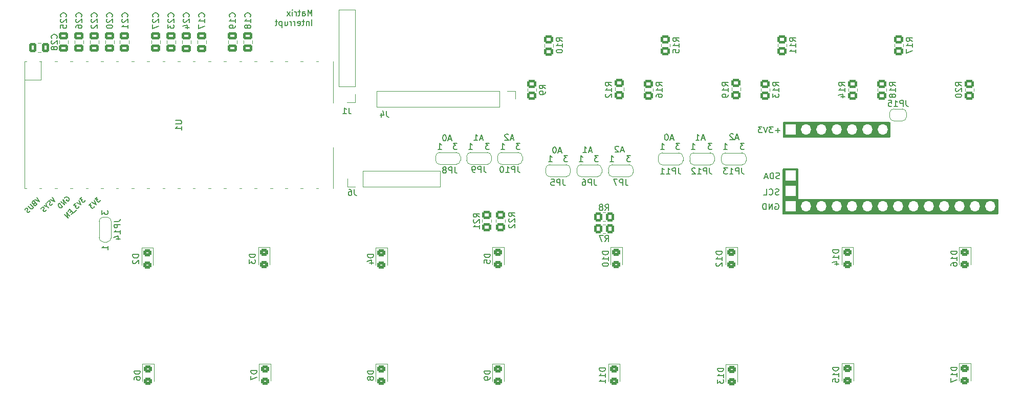
<source format=gbr>
%TF.GenerationSoftware,KiCad,Pcbnew,8.0.6*%
%TF.CreationDate,2025-04-15T16:38:21+01:00*%
%TF.ProjectId,PicoSynth,5069636f-5379-46e7-9468-2e6b69636164,rev?*%
%TF.SameCoordinates,Original*%
%TF.FileFunction,Legend,Bot*%
%TF.FilePolarity,Positive*%
%FSLAX46Y46*%
G04 Gerber Fmt 4.6, Leading zero omitted, Abs format (unit mm)*
G04 Created by KiCad (PCBNEW 8.0.6) date 2025-04-15 16:38:21*
%MOMM*%
%LPD*%
G01*
G04 APERTURE LIST*
G04 Aperture macros list*
%AMRoundRect*
0 Rectangle with rounded corners*
0 $1 Rounding radius*
0 $2 $3 $4 $5 $6 $7 $8 $9 X,Y pos of 4 corners*
0 Add a 4 corners polygon primitive as box body*
4,1,4,$2,$3,$4,$5,$6,$7,$8,$9,$2,$3,0*
0 Add four circle primitives for the rounded corners*
1,1,$1+$1,$2,$3*
1,1,$1+$1,$4,$5*
1,1,$1+$1,$6,$7*
1,1,$1+$1,$8,$9*
0 Add four rect primitives between the rounded corners*
20,1,$1+$1,$2,$3,$4,$5,0*
20,1,$1+$1,$4,$5,$6,$7,0*
20,1,$1+$1,$6,$7,$8,$9,0*
20,1,$1+$1,$8,$9,$2,$3,0*%
%AMFreePoly0*
4,1,19,0.550000,-0.750000,0.000000,-0.750000,0.000000,-0.744911,-0.071157,-0.744911,-0.207708,-0.704816,-0.327430,-0.627875,-0.420627,-0.520320,-0.479746,-0.390866,-0.500000,-0.250000,-0.500000,0.250000,-0.479746,0.390866,-0.420627,0.520320,-0.327430,0.627875,-0.207708,0.704816,-0.071157,0.744911,0.000000,0.744911,0.000000,0.750000,0.550000,0.750000,0.550000,-0.750000,0.550000,-0.750000,
$1*%
%AMFreePoly1*
4,1,19,0.000000,0.744911,0.071157,0.744911,0.207708,0.704816,0.327430,0.627875,0.420627,0.520320,0.479746,0.390866,0.500000,0.250000,0.500000,-0.250000,0.479746,-0.390866,0.420627,-0.520320,0.327430,-0.627875,0.207708,-0.704816,0.071157,-0.744911,0.000000,-0.744911,0.000000,-0.750000,-0.550000,-0.750000,-0.550000,0.750000,0.000000,0.750000,0.000000,0.744911,0.000000,0.744911,
$1*%
%AMFreePoly2*
4,1,19,0.500000,-0.750000,0.000000,-0.750000,0.000000,-0.744911,-0.071157,-0.744911,-0.207708,-0.704816,-0.327430,-0.627875,-0.420627,-0.520320,-0.479746,-0.390866,-0.500000,-0.250000,-0.500000,0.250000,-0.479746,0.390866,-0.420627,0.520320,-0.327430,0.627875,-0.207708,0.704816,-0.071157,0.744911,0.000000,0.744911,0.000000,0.750000,0.500000,0.750000,0.500000,-0.750000,0.500000,-0.750000,
$1*%
%AMFreePoly3*
4,1,19,0.000000,0.744911,0.071157,0.744911,0.207708,0.704816,0.327430,0.627875,0.420627,0.520320,0.479746,0.390866,0.500000,0.250000,0.500000,-0.250000,0.479746,-0.390866,0.420627,-0.520320,0.327430,-0.627875,0.207708,-0.704816,0.071157,-0.744911,0.000000,-0.744911,0.000000,-0.750000,-0.500000,-0.750000,-0.500000,0.750000,0.000000,0.750000,0.000000,0.744911,0.000000,0.744911,
$1*%
G04 Aperture macros list end*
%ADD10C,0.153000*%
%ADD11C,0.200000*%
%ADD12C,0.150000*%
%ADD13C,0.120000*%
%ADD14R,1.700000X1.700000*%
%ADD15C,0.700000*%
%ADD16C,4.400000*%
%ADD17O,1.700000X1.700000*%
%ADD18C,1.700000*%
%ADD19C,3.000000*%
%ADD20C,4.000000*%
%ADD21R,2.550000X2.500000*%
%ADD22R,2.000000X2.000000*%
%ADD23C,2.000000*%
%ADD24C,3.200000*%
%ADD25RoundRect,0.250000X-0.450000X0.325000X-0.450000X-0.325000X0.450000X-0.325000X0.450000X0.325000X0*%
%ADD26RoundRect,0.213760X0.526240X-0.426240X0.526240X0.426240X-0.526240X0.426240X-0.526240X-0.426240X0*%
%ADD27RoundRect,0.213350X0.551650X-0.414150X0.551650X0.414150X-0.551650X0.414150X-0.551650X-0.414150X0*%
%ADD28FreePoly0,90.000000*%
%ADD29R,1.500000X1.000000*%
%ADD30FreePoly1,90.000000*%
%ADD31FreePoly0,0.000000*%
%ADD32R,1.000000X1.500000*%
%ADD33FreePoly1,0.000000*%
%ADD34RoundRect,0.213760X0.426240X0.526240X-0.426240X0.526240X-0.426240X-0.526240X0.426240X-0.526240X0*%
%ADD35RoundRect,0.213760X-0.526240X0.426240X-0.526240X-0.426240X0.526240X-0.426240X0.526240X0.426240X0*%
%ADD36O,1.800000X1.800000*%
%ADD37O,1.500000X1.500000*%
%ADD38R,1.700000X3.500000*%
%ADD39FreePoly2,0.000000*%
%ADD40FreePoly3,0.000000*%
%ADD41RoundRect,0.213350X-0.414150X-0.551650X0.414150X-0.551650X0.414150X0.551650X-0.414150X0.551650X0*%
G04 APERTURE END LIST*
D10*
X162446666Y-55235348D02*
X161970476Y-55235348D01*
X162541904Y-55521063D02*
X162208571Y-54521063D01*
X162208571Y-54521063D02*
X161875238Y-55521063D01*
X161589523Y-54616301D02*
X161541904Y-54568682D01*
X161541904Y-54568682D02*
X161446666Y-54521063D01*
X161446666Y-54521063D02*
X161208571Y-54521063D01*
X161208571Y-54521063D02*
X161113333Y-54568682D01*
X161113333Y-54568682D02*
X161065714Y-54616301D01*
X161065714Y-54616301D02*
X161018095Y-54711539D01*
X161018095Y-54711539D02*
X161018095Y-54806777D01*
X161018095Y-54806777D02*
X161065714Y-54949634D01*
X161065714Y-54949634D02*
X161637142Y-55521063D01*
X161637142Y-55521063D02*
X161018095Y-55521063D01*
X143447466Y-57292748D02*
X142971276Y-57292748D01*
X143542704Y-57578463D02*
X143209371Y-56578463D01*
X143209371Y-56578463D02*
X142876038Y-57578463D01*
X142590323Y-56673701D02*
X142542704Y-56626082D01*
X142542704Y-56626082D02*
X142447466Y-56578463D01*
X142447466Y-56578463D02*
X142209371Y-56578463D01*
X142209371Y-56578463D02*
X142114133Y-56626082D01*
X142114133Y-56626082D02*
X142066514Y-56673701D01*
X142066514Y-56673701D02*
X142018895Y-56768939D01*
X142018895Y-56768939D02*
X142018895Y-56864177D01*
X142018895Y-56864177D02*
X142066514Y-57007034D01*
X142066514Y-57007034D02*
X142637942Y-57578463D01*
X142637942Y-57578463D02*
X142018895Y-57578463D01*
X125210266Y-55311548D02*
X124734076Y-55311548D01*
X125305504Y-55597263D02*
X124972171Y-54597263D01*
X124972171Y-54597263D02*
X124638838Y-55597263D01*
X124353123Y-54692501D02*
X124305504Y-54644882D01*
X124305504Y-54644882D02*
X124210266Y-54597263D01*
X124210266Y-54597263D02*
X123972171Y-54597263D01*
X123972171Y-54597263D02*
X123876933Y-54644882D01*
X123876933Y-54644882D02*
X123829314Y-54692501D01*
X123829314Y-54692501D02*
X123781695Y-54787739D01*
X123781695Y-54787739D02*
X123781695Y-54882977D01*
X123781695Y-54882977D02*
X123829314Y-55025834D01*
X123829314Y-55025834D02*
X124400742Y-55597263D01*
X124400742Y-55597263D02*
X123781695Y-55597263D01*
X156807866Y-55286148D02*
X156331676Y-55286148D01*
X156903104Y-55571863D02*
X156569771Y-54571863D01*
X156569771Y-54571863D02*
X156236438Y-55571863D01*
X155379295Y-55571863D02*
X155950723Y-55571863D01*
X155665009Y-55571863D02*
X155665009Y-54571863D01*
X155665009Y-54571863D02*
X155760247Y-54714720D01*
X155760247Y-54714720D02*
X155855485Y-54809958D01*
X155855485Y-54809958D02*
X155950723Y-54857577D01*
X138164266Y-57343548D02*
X137688076Y-57343548D01*
X138259504Y-57629263D02*
X137926171Y-56629263D01*
X137926171Y-56629263D02*
X137592838Y-57629263D01*
X136735695Y-57629263D02*
X137307123Y-57629263D01*
X137021409Y-57629263D02*
X137021409Y-56629263D01*
X137021409Y-56629263D02*
X137116647Y-56772120D01*
X137116647Y-56772120D02*
X137211885Y-56867358D01*
X137211885Y-56867358D02*
X137307123Y-56914977D01*
X120130266Y-55336948D02*
X119654076Y-55336948D01*
X120225504Y-55622663D02*
X119892171Y-54622663D01*
X119892171Y-54622663D02*
X119558838Y-55622663D01*
X118701695Y-55622663D02*
X119273123Y-55622663D01*
X118987409Y-55622663D02*
X118987409Y-54622663D01*
X118987409Y-54622663D02*
X119082647Y-54765520D01*
X119082647Y-54765520D02*
X119177885Y-54860758D01*
X119177885Y-54860758D02*
X119273123Y-54908377D01*
X151651666Y-55311548D02*
X151175476Y-55311548D01*
X151746904Y-55597263D02*
X151413571Y-54597263D01*
X151413571Y-54597263D02*
X151080238Y-55597263D01*
X150556428Y-54597263D02*
X150461190Y-54597263D01*
X150461190Y-54597263D02*
X150365952Y-54644882D01*
X150365952Y-54644882D02*
X150318333Y-54692501D01*
X150318333Y-54692501D02*
X150270714Y-54787739D01*
X150270714Y-54787739D02*
X150223095Y-54978215D01*
X150223095Y-54978215D02*
X150223095Y-55216310D01*
X150223095Y-55216310D02*
X150270714Y-55406786D01*
X150270714Y-55406786D02*
X150318333Y-55502024D01*
X150318333Y-55502024D02*
X150365952Y-55549644D01*
X150365952Y-55549644D02*
X150461190Y-55597263D01*
X150461190Y-55597263D02*
X150556428Y-55597263D01*
X150556428Y-55597263D02*
X150651666Y-55549644D01*
X150651666Y-55549644D02*
X150699285Y-55502024D01*
X150699285Y-55502024D02*
X150746904Y-55406786D01*
X150746904Y-55406786D02*
X150794523Y-55216310D01*
X150794523Y-55216310D02*
X150794523Y-54978215D01*
X150794523Y-54978215D02*
X150746904Y-54787739D01*
X150746904Y-54787739D02*
X150699285Y-54692501D01*
X150699285Y-54692501D02*
X150651666Y-54644882D01*
X150651666Y-54644882D02*
X150556428Y-54597263D01*
X133135066Y-57419748D02*
X132658876Y-57419748D01*
X133230304Y-57705463D02*
X132896971Y-56705463D01*
X132896971Y-56705463D02*
X132563638Y-57705463D01*
X132039828Y-56705463D02*
X131944590Y-56705463D01*
X131944590Y-56705463D02*
X131849352Y-56753082D01*
X131849352Y-56753082D02*
X131801733Y-56800701D01*
X131801733Y-56800701D02*
X131754114Y-56895939D01*
X131754114Y-56895939D02*
X131706495Y-57086415D01*
X131706495Y-57086415D02*
X131706495Y-57324510D01*
X131706495Y-57324510D02*
X131754114Y-57514986D01*
X131754114Y-57514986D02*
X131801733Y-57610224D01*
X131801733Y-57610224D02*
X131849352Y-57657844D01*
X131849352Y-57657844D02*
X131944590Y-57705463D01*
X131944590Y-57705463D02*
X132039828Y-57705463D01*
X132039828Y-57705463D02*
X132135066Y-57657844D01*
X132135066Y-57657844D02*
X132182685Y-57610224D01*
X132182685Y-57610224D02*
X132230304Y-57514986D01*
X132230304Y-57514986D02*
X132277923Y-57324510D01*
X132277923Y-57324510D02*
X132277923Y-57086415D01*
X132277923Y-57086415D02*
X132230304Y-56895939D01*
X132230304Y-56895939D02*
X132182685Y-56800701D01*
X132182685Y-56800701D02*
X132135066Y-56753082D01*
X132135066Y-56753082D02*
X132039828Y-56705463D01*
X114948666Y-55413148D02*
X114472476Y-55413148D01*
X115043904Y-55698863D02*
X114710571Y-54698863D01*
X114710571Y-54698863D02*
X114377238Y-55698863D01*
X113853428Y-54698863D02*
X113758190Y-54698863D01*
X113758190Y-54698863D02*
X113662952Y-54746482D01*
X113662952Y-54746482D02*
X113615333Y-54794101D01*
X113615333Y-54794101D02*
X113567714Y-54889339D01*
X113567714Y-54889339D02*
X113520095Y-55079815D01*
X113520095Y-55079815D02*
X113520095Y-55317910D01*
X113520095Y-55317910D02*
X113567714Y-55508386D01*
X113567714Y-55508386D02*
X113615333Y-55603624D01*
X113615333Y-55603624D02*
X113662952Y-55651244D01*
X113662952Y-55651244D02*
X113758190Y-55698863D01*
X113758190Y-55698863D02*
X113853428Y-55698863D01*
X113853428Y-55698863D02*
X113948666Y-55651244D01*
X113948666Y-55651244D02*
X113996285Y-55603624D01*
X113996285Y-55603624D02*
X114043904Y-55508386D01*
X114043904Y-55508386D02*
X114091523Y-55317910D01*
X114091523Y-55317910D02*
X114091523Y-55079815D01*
X114091523Y-55079815D02*
X114043904Y-54889339D01*
X114043904Y-54889339D02*
X113996285Y-54794101D01*
X113996285Y-54794101D02*
X113948666Y-54746482D01*
X113948666Y-54746482D02*
X113853428Y-54698863D01*
X91863247Y-34988119D02*
X91863247Y-33988119D01*
X91863247Y-33988119D02*
X91529914Y-34702404D01*
X91529914Y-34702404D02*
X91196581Y-33988119D01*
X91196581Y-33988119D02*
X91196581Y-34988119D01*
X90291819Y-34988119D02*
X90291819Y-34464309D01*
X90291819Y-34464309D02*
X90339438Y-34369071D01*
X90339438Y-34369071D02*
X90434676Y-34321452D01*
X90434676Y-34321452D02*
X90625152Y-34321452D01*
X90625152Y-34321452D02*
X90720390Y-34369071D01*
X90291819Y-34940500D02*
X90387057Y-34988119D01*
X90387057Y-34988119D02*
X90625152Y-34988119D01*
X90625152Y-34988119D02*
X90720390Y-34940500D01*
X90720390Y-34940500D02*
X90768009Y-34845261D01*
X90768009Y-34845261D02*
X90768009Y-34750023D01*
X90768009Y-34750023D02*
X90720390Y-34654785D01*
X90720390Y-34654785D02*
X90625152Y-34607166D01*
X90625152Y-34607166D02*
X90387057Y-34607166D01*
X90387057Y-34607166D02*
X90291819Y-34559547D01*
X89958485Y-34321452D02*
X89577533Y-34321452D01*
X89815628Y-33988119D02*
X89815628Y-34845261D01*
X89815628Y-34845261D02*
X89768009Y-34940500D01*
X89768009Y-34940500D02*
X89672771Y-34988119D01*
X89672771Y-34988119D02*
X89577533Y-34988119D01*
X89244199Y-34988119D02*
X89244199Y-34321452D01*
X89244199Y-34511928D02*
X89196580Y-34416690D01*
X89196580Y-34416690D02*
X89148961Y-34369071D01*
X89148961Y-34369071D02*
X89053723Y-34321452D01*
X89053723Y-34321452D02*
X88958485Y-34321452D01*
X88625151Y-34988119D02*
X88625151Y-34321452D01*
X88625151Y-33988119D02*
X88672770Y-34035738D01*
X88672770Y-34035738D02*
X88625151Y-34083357D01*
X88625151Y-34083357D02*
X88577532Y-34035738D01*
X88577532Y-34035738D02*
X88625151Y-33988119D01*
X88625151Y-33988119D02*
X88625151Y-34083357D01*
X88244199Y-34988119D02*
X87720390Y-34321452D01*
X88244199Y-34321452D02*
X87720390Y-34988119D01*
X91863247Y-36598063D02*
X91863247Y-35598063D01*
X91387057Y-35931396D02*
X91387057Y-36598063D01*
X91387057Y-36026634D02*
X91339438Y-35979015D01*
X91339438Y-35979015D02*
X91244200Y-35931396D01*
X91244200Y-35931396D02*
X91101343Y-35931396D01*
X91101343Y-35931396D02*
X91006105Y-35979015D01*
X91006105Y-35979015D02*
X90958486Y-36074253D01*
X90958486Y-36074253D02*
X90958486Y-36598063D01*
X90625152Y-35931396D02*
X90244200Y-35931396D01*
X90482295Y-35598063D02*
X90482295Y-36455205D01*
X90482295Y-36455205D02*
X90434676Y-36550444D01*
X90434676Y-36550444D02*
X90339438Y-36598063D01*
X90339438Y-36598063D02*
X90244200Y-36598063D01*
X89529914Y-36550444D02*
X89625152Y-36598063D01*
X89625152Y-36598063D02*
X89815628Y-36598063D01*
X89815628Y-36598063D02*
X89910866Y-36550444D01*
X89910866Y-36550444D02*
X89958485Y-36455205D01*
X89958485Y-36455205D02*
X89958485Y-36074253D01*
X89958485Y-36074253D02*
X89910866Y-35979015D01*
X89910866Y-35979015D02*
X89815628Y-35931396D01*
X89815628Y-35931396D02*
X89625152Y-35931396D01*
X89625152Y-35931396D02*
X89529914Y-35979015D01*
X89529914Y-35979015D02*
X89482295Y-36074253D01*
X89482295Y-36074253D02*
X89482295Y-36169491D01*
X89482295Y-36169491D02*
X89958485Y-36264729D01*
X89053723Y-36598063D02*
X89053723Y-35931396D01*
X89053723Y-36121872D02*
X89006104Y-36026634D01*
X89006104Y-36026634D02*
X88958485Y-35979015D01*
X88958485Y-35979015D02*
X88863247Y-35931396D01*
X88863247Y-35931396D02*
X88768009Y-35931396D01*
X88434675Y-36598063D02*
X88434675Y-35931396D01*
X88434675Y-36121872D02*
X88387056Y-36026634D01*
X88387056Y-36026634D02*
X88339437Y-35979015D01*
X88339437Y-35979015D02*
X88244199Y-35931396D01*
X88244199Y-35931396D02*
X88148961Y-35931396D01*
X87387056Y-35931396D02*
X87387056Y-36598063D01*
X87815627Y-35931396D02*
X87815627Y-36455205D01*
X87815627Y-36455205D02*
X87768008Y-36550444D01*
X87768008Y-36550444D02*
X87672770Y-36598063D01*
X87672770Y-36598063D02*
X87529913Y-36598063D01*
X87529913Y-36598063D02*
X87434675Y-36550444D01*
X87434675Y-36550444D02*
X87387056Y-36502824D01*
X86910865Y-35931396D02*
X86910865Y-36931396D01*
X86910865Y-35979015D02*
X86815627Y-35931396D01*
X86815627Y-35931396D02*
X86625151Y-35931396D01*
X86625151Y-35931396D02*
X86529913Y-35979015D01*
X86529913Y-35979015D02*
X86482294Y-36026634D01*
X86482294Y-36026634D02*
X86434675Y-36121872D01*
X86434675Y-36121872D02*
X86434675Y-36407586D01*
X86434675Y-36407586D02*
X86482294Y-36502824D01*
X86482294Y-36502824D02*
X86529913Y-36550444D01*
X86529913Y-36550444D02*
X86625151Y-36598063D01*
X86625151Y-36598063D02*
X86815627Y-36598063D01*
X86815627Y-36598063D02*
X86910865Y-36550444D01*
X86148960Y-35931396D02*
X85768008Y-35931396D01*
X86006103Y-35598063D02*
X86006103Y-36455205D01*
X86006103Y-36455205D02*
X85958484Y-36550444D01*
X85958484Y-36550444D02*
X85863246Y-36598063D01*
X85863246Y-36598063D02*
X85768008Y-36598063D01*
D11*
X168524517Y-66097838D02*
X168619755Y-66050219D01*
X168619755Y-66050219D02*
X168762612Y-66050219D01*
X168762612Y-66050219D02*
X168905469Y-66097838D01*
X168905469Y-66097838D02*
X169000707Y-66193076D01*
X169000707Y-66193076D02*
X169048326Y-66288314D01*
X169048326Y-66288314D02*
X169095945Y-66478790D01*
X169095945Y-66478790D02*
X169095945Y-66621647D01*
X169095945Y-66621647D02*
X169048326Y-66812123D01*
X169048326Y-66812123D02*
X169000707Y-66907361D01*
X169000707Y-66907361D02*
X168905469Y-67002600D01*
X168905469Y-67002600D02*
X168762612Y-67050219D01*
X168762612Y-67050219D02*
X168667374Y-67050219D01*
X168667374Y-67050219D02*
X168524517Y-67002600D01*
X168524517Y-67002600D02*
X168476898Y-66954980D01*
X168476898Y-66954980D02*
X168476898Y-66621647D01*
X168476898Y-66621647D02*
X168667374Y-66621647D01*
X168048326Y-67050219D02*
X168048326Y-66050219D01*
X168048326Y-66050219D02*
X167476898Y-67050219D01*
X167476898Y-67050219D02*
X167476898Y-66050219D01*
X167000707Y-67050219D02*
X167000707Y-66050219D01*
X167000707Y-66050219D02*
X166762612Y-66050219D01*
X166762612Y-66050219D02*
X166619755Y-66097838D01*
X166619755Y-66097838D02*
X166524517Y-66193076D01*
X166524517Y-66193076D02*
X166476898Y-66288314D01*
X166476898Y-66288314D02*
X166429279Y-66478790D01*
X166429279Y-66478790D02*
X166429279Y-66621647D01*
X166429279Y-66621647D02*
X166476898Y-66812123D01*
X166476898Y-66812123D02*
X166524517Y-66907361D01*
X166524517Y-66907361D02*
X166619755Y-67002600D01*
X166619755Y-67002600D02*
X166762612Y-67050219D01*
X166762612Y-67050219D02*
X167000707Y-67050219D01*
X169302326Y-53969266D02*
X168540422Y-53969266D01*
X168921374Y-54350219D02*
X168921374Y-53588314D01*
X168159469Y-53350219D02*
X167540422Y-53350219D01*
X167540422Y-53350219D02*
X167873755Y-53731171D01*
X167873755Y-53731171D02*
X167730898Y-53731171D01*
X167730898Y-53731171D02*
X167635660Y-53778790D01*
X167635660Y-53778790D02*
X167588041Y-53826409D01*
X167588041Y-53826409D02*
X167540422Y-53921647D01*
X167540422Y-53921647D02*
X167540422Y-54159742D01*
X167540422Y-54159742D02*
X167588041Y-54254980D01*
X167588041Y-54254980D02*
X167635660Y-54302600D01*
X167635660Y-54302600D02*
X167730898Y-54350219D01*
X167730898Y-54350219D02*
X168016612Y-54350219D01*
X168016612Y-54350219D02*
X168111850Y-54302600D01*
X168111850Y-54302600D02*
X168159469Y-54254980D01*
X167254707Y-53350219D02*
X166921374Y-54350219D01*
X166921374Y-54350219D02*
X166588041Y-53350219D01*
X166349945Y-53350219D02*
X165730898Y-53350219D01*
X165730898Y-53350219D02*
X166064231Y-53731171D01*
X166064231Y-53731171D02*
X165921374Y-53731171D01*
X165921374Y-53731171D02*
X165826136Y-53778790D01*
X165826136Y-53778790D02*
X165778517Y-53826409D01*
X165778517Y-53826409D02*
X165730898Y-53921647D01*
X165730898Y-53921647D02*
X165730898Y-54159742D01*
X165730898Y-54159742D02*
X165778517Y-54254980D01*
X165778517Y-54254980D02*
X165826136Y-54302600D01*
X165826136Y-54302600D02*
X165921374Y-54350219D01*
X165921374Y-54350219D02*
X166207088Y-54350219D01*
X166207088Y-54350219D02*
X166302326Y-54302600D01*
X166302326Y-54302600D02*
X166349945Y-54254980D01*
X169222945Y-61922600D02*
X169080088Y-61970219D01*
X169080088Y-61970219D02*
X168841993Y-61970219D01*
X168841993Y-61970219D02*
X168746755Y-61922600D01*
X168746755Y-61922600D02*
X168699136Y-61874980D01*
X168699136Y-61874980D02*
X168651517Y-61779742D01*
X168651517Y-61779742D02*
X168651517Y-61684504D01*
X168651517Y-61684504D02*
X168699136Y-61589266D01*
X168699136Y-61589266D02*
X168746755Y-61541647D01*
X168746755Y-61541647D02*
X168841993Y-61494028D01*
X168841993Y-61494028D02*
X169032469Y-61446409D01*
X169032469Y-61446409D02*
X169127707Y-61398790D01*
X169127707Y-61398790D02*
X169175326Y-61351171D01*
X169175326Y-61351171D02*
X169222945Y-61255933D01*
X169222945Y-61255933D02*
X169222945Y-61160695D01*
X169222945Y-61160695D02*
X169175326Y-61065457D01*
X169175326Y-61065457D02*
X169127707Y-61017838D01*
X169127707Y-61017838D02*
X169032469Y-60970219D01*
X169032469Y-60970219D02*
X168794374Y-60970219D01*
X168794374Y-60970219D02*
X168651517Y-61017838D01*
X168222945Y-61970219D02*
X168222945Y-60970219D01*
X168222945Y-60970219D02*
X167984850Y-60970219D01*
X167984850Y-60970219D02*
X167841993Y-61017838D01*
X167841993Y-61017838D02*
X167746755Y-61113076D01*
X167746755Y-61113076D02*
X167699136Y-61208314D01*
X167699136Y-61208314D02*
X167651517Y-61398790D01*
X167651517Y-61398790D02*
X167651517Y-61541647D01*
X167651517Y-61541647D02*
X167699136Y-61732123D01*
X167699136Y-61732123D02*
X167746755Y-61827361D01*
X167746755Y-61827361D02*
X167841993Y-61922600D01*
X167841993Y-61922600D02*
X167984850Y-61970219D01*
X167984850Y-61970219D02*
X168222945Y-61970219D01*
X167270564Y-61684504D02*
X166794374Y-61684504D01*
X167365802Y-61970219D02*
X167032469Y-60970219D01*
X167032469Y-60970219D02*
X166699136Y-61970219D01*
X169095945Y-64589600D02*
X168953088Y-64637219D01*
X168953088Y-64637219D02*
X168714993Y-64637219D01*
X168714993Y-64637219D02*
X168619755Y-64589600D01*
X168619755Y-64589600D02*
X168572136Y-64541980D01*
X168572136Y-64541980D02*
X168524517Y-64446742D01*
X168524517Y-64446742D02*
X168524517Y-64351504D01*
X168524517Y-64351504D02*
X168572136Y-64256266D01*
X168572136Y-64256266D02*
X168619755Y-64208647D01*
X168619755Y-64208647D02*
X168714993Y-64161028D01*
X168714993Y-64161028D02*
X168905469Y-64113409D01*
X168905469Y-64113409D02*
X169000707Y-64065790D01*
X169000707Y-64065790D02*
X169048326Y-64018171D01*
X169048326Y-64018171D02*
X169095945Y-63922933D01*
X169095945Y-63922933D02*
X169095945Y-63827695D01*
X169095945Y-63827695D02*
X169048326Y-63732457D01*
X169048326Y-63732457D02*
X169000707Y-63684838D01*
X169000707Y-63684838D02*
X168905469Y-63637219D01*
X168905469Y-63637219D02*
X168667374Y-63637219D01*
X168667374Y-63637219D02*
X168524517Y-63684838D01*
X167524517Y-64541980D02*
X167572136Y-64589600D01*
X167572136Y-64589600D02*
X167714993Y-64637219D01*
X167714993Y-64637219D02*
X167810231Y-64637219D01*
X167810231Y-64637219D02*
X167953088Y-64589600D01*
X167953088Y-64589600D02*
X168048326Y-64494361D01*
X168048326Y-64494361D02*
X168095945Y-64399123D01*
X168095945Y-64399123D02*
X168143564Y-64208647D01*
X168143564Y-64208647D02*
X168143564Y-64065790D01*
X168143564Y-64065790D02*
X168095945Y-63875314D01*
X168095945Y-63875314D02*
X168048326Y-63780076D01*
X168048326Y-63780076D02*
X167953088Y-63684838D01*
X167953088Y-63684838D02*
X167810231Y-63637219D01*
X167810231Y-63637219D02*
X167714993Y-63637219D01*
X167714993Y-63637219D02*
X167572136Y-63684838D01*
X167572136Y-63684838D02*
X167524517Y-63732457D01*
X166619755Y-64637219D02*
X167095945Y-64637219D01*
X167095945Y-64637219D02*
X167095945Y-63637219D01*
D12*
X179016819Y-73715714D02*
X178016819Y-73715714D01*
X178016819Y-73715714D02*
X178016819Y-73953809D01*
X178016819Y-73953809D02*
X178064438Y-74096666D01*
X178064438Y-74096666D02*
X178159676Y-74191904D01*
X178159676Y-74191904D02*
X178254914Y-74239523D01*
X178254914Y-74239523D02*
X178445390Y-74287142D01*
X178445390Y-74287142D02*
X178588247Y-74287142D01*
X178588247Y-74287142D02*
X178778723Y-74239523D01*
X178778723Y-74239523D02*
X178873961Y-74191904D01*
X178873961Y-74191904D02*
X178969200Y-74096666D01*
X178969200Y-74096666D02*
X179016819Y-73953809D01*
X179016819Y-73953809D02*
X179016819Y-73715714D01*
X179016819Y-75239523D02*
X179016819Y-74668095D01*
X179016819Y-74953809D02*
X178016819Y-74953809D01*
X178016819Y-74953809D02*
X178159676Y-74858571D01*
X178159676Y-74858571D02*
X178254914Y-74763333D01*
X178254914Y-74763333D02*
X178302533Y-74668095D01*
X178350152Y-76096666D02*
X179016819Y-76096666D01*
X177969200Y-75858571D02*
X178683485Y-75620476D01*
X178683485Y-75620476D02*
X178683485Y-76239523D01*
D11*
X152598219Y-39235142D02*
X152122028Y-38901809D01*
X152598219Y-38663714D02*
X151598219Y-38663714D01*
X151598219Y-38663714D02*
X151598219Y-39044666D01*
X151598219Y-39044666D02*
X151645838Y-39139904D01*
X151645838Y-39139904D02*
X151693457Y-39187523D01*
X151693457Y-39187523D02*
X151788695Y-39235142D01*
X151788695Y-39235142D02*
X151931552Y-39235142D01*
X151931552Y-39235142D02*
X152026790Y-39187523D01*
X152026790Y-39187523D02*
X152074409Y-39139904D01*
X152074409Y-39139904D02*
X152122028Y-39044666D01*
X152122028Y-39044666D02*
X152122028Y-38663714D01*
X152598219Y-40187523D02*
X152598219Y-39616095D01*
X152598219Y-39901809D02*
X151598219Y-39901809D01*
X151598219Y-39901809D02*
X151741076Y-39806571D01*
X151741076Y-39806571D02*
X151836314Y-39711333D01*
X151836314Y-39711333D02*
X151883933Y-39616095D01*
X151598219Y-41092285D02*
X151598219Y-40616095D01*
X151598219Y-40616095D02*
X152074409Y-40568476D01*
X152074409Y-40568476D02*
X152026790Y-40616095D01*
X152026790Y-40616095D02*
X151979171Y-40711333D01*
X151979171Y-40711333D02*
X151979171Y-40949428D01*
X151979171Y-40949428D02*
X152026790Y-41044666D01*
X152026790Y-41044666D02*
X152074409Y-41092285D01*
X152074409Y-41092285D02*
X152169647Y-41139904D01*
X152169647Y-41139904D02*
X152407742Y-41139904D01*
X152407742Y-41139904D02*
X152502980Y-41092285D01*
X152502980Y-41092285D02*
X152550600Y-41044666D01*
X152550600Y-41044666D02*
X152598219Y-40949428D01*
X152598219Y-40949428D02*
X152598219Y-40711333D01*
X152598219Y-40711333D02*
X152550600Y-40616095D01*
X152550600Y-40616095D02*
X152502980Y-40568476D01*
D12*
X159966819Y-93318114D02*
X158966819Y-93318114D01*
X158966819Y-93318114D02*
X158966819Y-93556209D01*
X158966819Y-93556209D02*
X159014438Y-93699066D01*
X159014438Y-93699066D02*
X159109676Y-93794304D01*
X159109676Y-93794304D02*
X159204914Y-93841923D01*
X159204914Y-93841923D02*
X159395390Y-93889542D01*
X159395390Y-93889542D02*
X159538247Y-93889542D01*
X159538247Y-93889542D02*
X159728723Y-93841923D01*
X159728723Y-93841923D02*
X159823961Y-93794304D01*
X159823961Y-93794304D02*
X159919200Y-93699066D01*
X159919200Y-93699066D02*
X159966819Y-93556209D01*
X159966819Y-93556209D02*
X159966819Y-93318114D01*
X159966819Y-94841923D02*
X159966819Y-94270495D01*
X159966819Y-94556209D02*
X158966819Y-94556209D01*
X158966819Y-94556209D02*
X159109676Y-94460971D01*
X159109676Y-94460971D02*
X159204914Y-94365733D01*
X159204914Y-94365733D02*
X159252533Y-94270495D01*
X158966819Y-95175257D02*
X158966819Y-95794304D01*
X158966819Y-95794304D02*
X159347771Y-95460971D01*
X159347771Y-95460971D02*
X159347771Y-95603828D01*
X159347771Y-95603828D02*
X159395390Y-95699066D01*
X159395390Y-95699066D02*
X159443009Y-95746685D01*
X159443009Y-95746685D02*
X159538247Y-95794304D01*
X159538247Y-95794304D02*
X159776342Y-95794304D01*
X159776342Y-95794304D02*
X159871580Y-95746685D01*
X159871580Y-95746685D02*
X159919200Y-95699066D01*
X159919200Y-95699066D02*
X159966819Y-95603828D01*
X159966819Y-95603828D02*
X159966819Y-95318114D01*
X159966819Y-95318114D02*
X159919200Y-95222876D01*
X159919200Y-95222876D02*
X159871580Y-95175257D01*
D11*
X66396980Y-35171142D02*
X66444600Y-35123523D01*
X66444600Y-35123523D02*
X66492219Y-34980666D01*
X66492219Y-34980666D02*
X66492219Y-34885428D01*
X66492219Y-34885428D02*
X66444600Y-34742571D01*
X66444600Y-34742571D02*
X66349361Y-34647333D01*
X66349361Y-34647333D02*
X66254123Y-34599714D01*
X66254123Y-34599714D02*
X66063647Y-34552095D01*
X66063647Y-34552095D02*
X65920790Y-34552095D01*
X65920790Y-34552095D02*
X65730314Y-34599714D01*
X65730314Y-34599714D02*
X65635076Y-34647333D01*
X65635076Y-34647333D02*
X65539838Y-34742571D01*
X65539838Y-34742571D02*
X65492219Y-34885428D01*
X65492219Y-34885428D02*
X65492219Y-34980666D01*
X65492219Y-34980666D02*
X65539838Y-35123523D01*
X65539838Y-35123523D02*
X65587457Y-35171142D01*
X65587457Y-35552095D02*
X65539838Y-35599714D01*
X65539838Y-35599714D02*
X65492219Y-35694952D01*
X65492219Y-35694952D02*
X65492219Y-35933047D01*
X65492219Y-35933047D02*
X65539838Y-36028285D01*
X65539838Y-36028285D02*
X65587457Y-36075904D01*
X65587457Y-36075904D02*
X65682695Y-36123523D01*
X65682695Y-36123523D02*
X65777933Y-36123523D01*
X65777933Y-36123523D02*
X65920790Y-36075904D01*
X65920790Y-36075904D02*
X66492219Y-35504476D01*
X66492219Y-35504476D02*
X66492219Y-36123523D01*
X65492219Y-36456857D02*
X65492219Y-37123523D01*
X65492219Y-37123523D02*
X66492219Y-36694952D01*
D12*
X102054819Y-93749905D02*
X101054819Y-93749905D01*
X101054819Y-93749905D02*
X101054819Y-93988000D01*
X101054819Y-93988000D02*
X101102438Y-94130857D01*
X101102438Y-94130857D02*
X101197676Y-94226095D01*
X101197676Y-94226095D02*
X101292914Y-94273714D01*
X101292914Y-94273714D02*
X101483390Y-94321333D01*
X101483390Y-94321333D02*
X101626247Y-94321333D01*
X101626247Y-94321333D02*
X101816723Y-94273714D01*
X101816723Y-94273714D02*
X101911961Y-94226095D01*
X101911961Y-94226095D02*
X102007200Y-94130857D01*
X102007200Y-94130857D02*
X102054819Y-93988000D01*
X102054819Y-93988000D02*
X102054819Y-93749905D01*
X101483390Y-94892762D02*
X101435771Y-94797524D01*
X101435771Y-94797524D02*
X101388152Y-94749905D01*
X101388152Y-94749905D02*
X101292914Y-94702286D01*
X101292914Y-94702286D02*
X101245295Y-94702286D01*
X101245295Y-94702286D02*
X101150057Y-94749905D01*
X101150057Y-94749905D02*
X101102438Y-94797524D01*
X101102438Y-94797524D02*
X101054819Y-94892762D01*
X101054819Y-94892762D02*
X101054819Y-95083238D01*
X101054819Y-95083238D02*
X101102438Y-95178476D01*
X101102438Y-95178476D02*
X101150057Y-95226095D01*
X101150057Y-95226095D02*
X101245295Y-95273714D01*
X101245295Y-95273714D02*
X101292914Y-95273714D01*
X101292914Y-95273714D02*
X101388152Y-95226095D01*
X101388152Y-95226095D02*
X101435771Y-95178476D01*
X101435771Y-95178476D02*
X101483390Y-95083238D01*
X101483390Y-95083238D02*
X101483390Y-94892762D01*
X101483390Y-94892762D02*
X101531009Y-94797524D01*
X101531009Y-94797524D02*
X101578628Y-94749905D01*
X101578628Y-94749905D02*
X101673866Y-94702286D01*
X101673866Y-94702286D02*
X101864342Y-94702286D01*
X101864342Y-94702286D02*
X101959580Y-94749905D01*
X101959580Y-94749905D02*
X102007200Y-94797524D01*
X102007200Y-94797524D02*
X102054819Y-94892762D01*
X102054819Y-94892762D02*
X102054819Y-95083238D01*
X102054819Y-95083238D02*
X102007200Y-95178476D01*
X102007200Y-95178476D02*
X101959580Y-95226095D01*
X101959580Y-95226095D02*
X101864342Y-95273714D01*
X101864342Y-95273714D02*
X101673866Y-95273714D01*
X101673866Y-95273714D02*
X101578628Y-95226095D01*
X101578628Y-95226095D02*
X101531009Y-95178476D01*
X101531009Y-95178476D02*
X101483390Y-95083238D01*
X59144819Y-69048476D02*
X59859104Y-69048476D01*
X59859104Y-69048476D02*
X60001961Y-69000857D01*
X60001961Y-69000857D02*
X60097200Y-68905619D01*
X60097200Y-68905619D02*
X60144819Y-68762762D01*
X60144819Y-68762762D02*
X60144819Y-68667524D01*
X60144819Y-69524667D02*
X59144819Y-69524667D01*
X59144819Y-69524667D02*
X59144819Y-69905619D01*
X59144819Y-69905619D02*
X59192438Y-70000857D01*
X59192438Y-70000857D02*
X59240057Y-70048476D01*
X59240057Y-70048476D02*
X59335295Y-70096095D01*
X59335295Y-70096095D02*
X59478152Y-70096095D01*
X59478152Y-70096095D02*
X59573390Y-70048476D01*
X59573390Y-70048476D02*
X59621009Y-70000857D01*
X59621009Y-70000857D02*
X59668628Y-69905619D01*
X59668628Y-69905619D02*
X59668628Y-69524667D01*
X60144819Y-71048476D02*
X60144819Y-70477048D01*
X60144819Y-70762762D02*
X59144819Y-70762762D01*
X59144819Y-70762762D02*
X59287676Y-70667524D01*
X59287676Y-70667524D02*
X59382914Y-70572286D01*
X59382914Y-70572286D02*
X59430533Y-70477048D01*
X59478152Y-71905619D02*
X60144819Y-71905619D01*
X59097200Y-71667524D02*
X59811485Y-71429429D01*
X59811485Y-71429429D02*
X59811485Y-72048476D01*
X58112819Y-73691714D02*
X58112819Y-73120286D01*
X58112819Y-73406000D02*
X57112819Y-73406000D01*
X57112819Y-73406000D02*
X57255676Y-73310762D01*
X57255676Y-73310762D02*
X57350914Y-73215524D01*
X57350914Y-73215524D02*
X57398533Y-73120286D01*
X57112819Y-67230667D02*
X57112819Y-67849714D01*
X57112819Y-67849714D02*
X57493771Y-67516381D01*
X57493771Y-67516381D02*
X57493771Y-67659238D01*
X57493771Y-67659238D02*
X57541390Y-67754476D01*
X57541390Y-67754476D02*
X57589009Y-67802095D01*
X57589009Y-67802095D02*
X57684247Y-67849714D01*
X57684247Y-67849714D02*
X57922342Y-67849714D01*
X57922342Y-67849714D02*
X58017580Y-67802095D01*
X58017580Y-67802095D02*
X58065200Y-67754476D01*
X58065200Y-67754476D02*
X58112819Y-67659238D01*
X58112819Y-67659238D02*
X58112819Y-67373524D01*
X58112819Y-67373524D02*
X58065200Y-67278286D01*
X58065200Y-67278286D02*
X58017580Y-67230667D01*
X115514333Y-60033819D02*
X115514333Y-60748104D01*
X115514333Y-60748104D02*
X115561952Y-60890961D01*
X115561952Y-60890961D02*
X115657190Y-60986200D01*
X115657190Y-60986200D02*
X115800047Y-61033819D01*
X115800047Y-61033819D02*
X115895285Y-61033819D01*
X115038142Y-61033819D02*
X115038142Y-60033819D01*
X115038142Y-60033819D02*
X114657190Y-60033819D01*
X114657190Y-60033819D02*
X114561952Y-60081438D01*
X114561952Y-60081438D02*
X114514333Y-60129057D01*
X114514333Y-60129057D02*
X114466714Y-60224295D01*
X114466714Y-60224295D02*
X114466714Y-60367152D01*
X114466714Y-60367152D02*
X114514333Y-60462390D01*
X114514333Y-60462390D02*
X114561952Y-60510009D01*
X114561952Y-60510009D02*
X114657190Y-60557628D01*
X114657190Y-60557628D02*
X115038142Y-60557628D01*
X113895285Y-60462390D02*
X113990523Y-60414771D01*
X113990523Y-60414771D02*
X114038142Y-60367152D01*
X114038142Y-60367152D02*
X114085761Y-60271914D01*
X114085761Y-60271914D02*
X114085761Y-60224295D01*
X114085761Y-60224295D02*
X114038142Y-60129057D01*
X114038142Y-60129057D02*
X113990523Y-60081438D01*
X113990523Y-60081438D02*
X113895285Y-60033819D01*
X113895285Y-60033819D02*
X113704809Y-60033819D01*
X113704809Y-60033819D02*
X113609571Y-60081438D01*
X113609571Y-60081438D02*
X113561952Y-60129057D01*
X113561952Y-60129057D02*
X113514333Y-60224295D01*
X113514333Y-60224295D02*
X113514333Y-60271914D01*
X113514333Y-60271914D02*
X113561952Y-60367152D01*
X113561952Y-60367152D02*
X113609571Y-60414771D01*
X113609571Y-60414771D02*
X113704809Y-60462390D01*
X113704809Y-60462390D02*
X113895285Y-60462390D01*
X113895285Y-60462390D02*
X113990523Y-60510009D01*
X113990523Y-60510009D02*
X114038142Y-60557628D01*
X114038142Y-60557628D02*
X114085761Y-60652866D01*
X114085761Y-60652866D02*
X114085761Y-60843342D01*
X114085761Y-60843342D02*
X114038142Y-60938580D01*
X114038142Y-60938580D02*
X113990523Y-60986200D01*
X113990523Y-60986200D02*
X113895285Y-61033819D01*
X113895285Y-61033819D02*
X113704809Y-61033819D01*
X113704809Y-61033819D02*
X113609571Y-60986200D01*
X113609571Y-60986200D02*
X113561952Y-60938580D01*
X113561952Y-60938580D02*
X113514333Y-60843342D01*
X113514333Y-60843342D02*
X113514333Y-60652866D01*
X113514333Y-60652866D02*
X113561952Y-60557628D01*
X113561952Y-60557628D02*
X113609571Y-60510009D01*
X113609571Y-60510009D02*
X113704809Y-60462390D01*
X115903332Y-56096819D02*
X115284285Y-56096819D01*
X115284285Y-56096819D02*
X115617618Y-56477771D01*
X115617618Y-56477771D02*
X115474761Y-56477771D01*
X115474761Y-56477771D02*
X115379523Y-56525390D01*
X115379523Y-56525390D02*
X115331904Y-56573009D01*
X115331904Y-56573009D02*
X115284285Y-56668247D01*
X115284285Y-56668247D02*
X115284285Y-56906342D01*
X115284285Y-56906342D02*
X115331904Y-57001580D01*
X115331904Y-57001580D02*
X115379523Y-57049200D01*
X115379523Y-57049200D02*
X115474761Y-57096819D01*
X115474761Y-57096819D02*
X115760475Y-57096819D01*
X115760475Y-57096819D02*
X115855713Y-57049200D01*
X115855713Y-57049200D02*
X115903332Y-57001580D01*
X112744285Y-57096819D02*
X113315713Y-57096819D01*
X113029999Y-57096819D02*
X113029999Y-56096819D01*
X113029999Y-56096819D02*
X113125237Y-56239676D01*
X113125237Y-56239676D02*
X113220475Y-56334914D01*
X113220475Y-56334914D02*
X113315713Y-56382533D01*
X140408819Y-93273714D02*
X139408819Y-93273714D01*
X139408819Y-93273714D02*
X139408819Y-93511809D01*
X139408819Y-93511809D02*
X139456438Y-93654666D01*
X139456438Y-93654666D02*
X139551676Y-93749904D01*
X139551676Y-93749904D02*
X139646914Y-93797523D01*
X139646914Y-93797523D02*
X139837390Y-93845142D01*
X139837390Y-93845142D02*
X139980247Y-93845142D01*
X139980247Y-93845142D02*
X140170723Y-93797523D01*
X140170723Y-93797523D02*
X140265961Y-93749904D01*
X140265961Y-93749904D02*
X140361200Y-93654666D01*
X140361200Y-93654666D02*
X140408819Y-93511809D01*
X140408819Y-93511809D02*
X140408819Y-93273714D01*
X140408819Y-94797523D02*
X140408819Y-94226095D01*
X140408819Y-94511809D02*
X139408819Y-94511809D01*
X139408819Y-94511809D02*
X139551676Y-94416571D01*
X139551676Y-94416571D02*
X139646914Y-94321333D01*
X139646914Y-94321333D02*
X139694533Y-94226095D01*
X140408819Y-95749904D02*
X140408819Y-95178476D01*
X140408819Y-95464190D02*
X139408819Y-95464190D01*
X139408819Y-95464190D02*
X139551676Y-95368952D01*
X139551676Y-95368952D02*
X139646914Y-95273714D01*
X139646914Y-95273714D02*
X139694533Y-95178476D01*
D11*
X169108219Y-46601142D02*
X168632028Y-46267809D01*
X169108219Y-46029714D02*
X168108219Y-46029714D01*
X168108219Y-46029714D02*
X168108219Y-46410666D01*
X168108219Y-46410666D02*
X168155838Y-46505904D01*
X168155838Y-46505904D02*
X168203457Y-46553523D01*
X168203457Y-46553523D02*
X168298695Y-46601142D01*
X168298695Y-46601142D02*
X168441552Y-46601142D01*
X168441552Y-46601142D02*
X168536790Y-46553523D01*
X168536790Y-46553523D02*
X168584409Y-46505904D01*
X168584409Y-46505904D02*
X168632028Y-46410666D01*
X168632028Y-46410666D02*
X168632028Y-46029714D01*
X169108219Y-47553523D02*
X169108219Y-46982095D01*
X169108219Y-47267809D02*
X168108219Y-47267809D01*
X168108219Y-47267809D02*
X168251076Y-47172571D01*
X168251076Y-47172571D02*
X168346314Y-47077333D01*
X168346314Y-47077333D02*
X168393933Y-46982095D01*
X168108219Y-47886857D02*
X168108219Y-48505904D01*
X168108219Y-48505904D02*
X168489171Y-48172571D01*
X168489171Y-48172571D02*
X168489171Y-48315428D01*
X168489171Y-48315428D02*
X168536790Y-48410666D01*
X168536790Y-48410666D02*
X168584409Y-48458285D01*
X168584409Y-48458285D02*
X168679647Y-48505904D01*
X168679647Y-48505904D02*
X168917742Y-48505904D01*
X168917742Y-48505904D02*
X169012980Y-48458285D01*
X169012980Y-48458285D02*
X169060600Y-48410666D01*
X169060600Y-48410666D02*
X169108219Y-48315428D01*
X169108219Y-48315428D02*
X169108219Y-48029714D01*
X169108219Y-48029714D02*
X169060600Y-47934476D01*
X169060600Y-47934476D02*
X169012980Y-47886857D01*
X71476980Y-35171142D02*
X71524600Y-35123523D01*
X71524600Y-35123523D02*
X71572219Y-34980666D01*
X71572219Y-34980666D02*
X71572219Y-34885428D01*
X71572219Y-34885428D02*
X71524600Y-34742571D01*
X71524600Y-34742571D02*
X71429361Y-34647333D01*
X71429361Y-34647333D02*
X71334123Y-34599714D01*
X71334123Y-34599714D02*
X71143647Y-34552095D01*
X71143647Y-34552095D02*
X71000790Y-34552095D01*
X71000790Y-34552095D02*
X70810314Y-34599714D01*
X70810314Y-34599714D02*
X70715076Y-34647333D01*
X70715076Y-34647333D02*
X70619838Y-34742571D01*
X70619838Y-34742571D02*
X70572219Y-34885428D01*
X70572219Y-34885428D02*
X70572219Y-34980666D01*
X70572219Y-34980666D02*
X70619838Y-35123523D01*
X70619838Y-35123523D02*
X70667457Y-35171142D01*
X70667457Y-35552095D02*
X70619838Y-35599714D01*
X70619838Y-35599714D02*
X70572219Y-35694952D01*
X70572219Y-35694952D02*
X70572219Y-35933047D01*
X70572219Y-35933047D02*
X70619838Y-36028285D01*
X70619838Y-36028285D02*
X70667457Y-36075904D01*
X70667457Y-36075904D02*
X70762695Y-36123523D01*
X70762695Y-36123523D02*
X70857933Y-36123523D01*
X70857933Y-36123523D02*
X71000790Y-36075904D01*
X71000790Y-36075904D02*
X71572219Y-35504476D01*
X71572219Y-35504476D02*
X71572219Y-36123523D01*
X70905552Y-36980666D02*
X71572219Y-36980666D01*
X70524600Y-36742571D02*
X71238885Y-36504476D01*
X71238885Y-36504476D02*
X71238885Y-37123523D01*
D12*
X143784533Y-62065819D02*
X143784533Y-62780104D01*
X143784533Y-62780104D02*
X143832152Y-62922961D01*
X143832152Y-62922961D02*
X143927390Y-63018200D01*
X143927390Y-63018200D02*
X144070247Y-63065819D01*
X144070247Y-63065819D02*
X144165485Y-63065819D01*
X143308342Y-63065819D02*
X143308342Y-62065819D01*
X143308342Y-62065819D02*
X142927390Y-62065819D01*
X142927390Y-62065819D02*
X142832152Y-62113438D01*
X142832152Y-62113438D02*
X142784533Y-62161057D01*
X142784533Y-62161057D02*
X142736914Y-62256295D01*
X142736914Y-62256295D02*
X142736914Y-62399152D01*
X142736914Y-62399152D02*
X142784533Y-62494390D01*
X142784533Y-62494390D02*
X142832152Y-62542009D01*
X142832152Y-62542009D02*
X142927390Y-62589628D01*
X142927390Y-62589628D02*
X143308342Y-62589628D01*
X142403580Y-62065819D02*
X141736914Y-62065819D01*
X141736914Y-62065819D02*
X142165485Y-63065819D01*
X141192285Y-59128819D02*
X141763713Y-59128819D01*
X141477999Y-59128819D02*
X141477999Y-58128819D01*
X141477999Y-58128819D02*
X141573237Y-58271676D01*
X141573237Y-58271676D02*
X141668475Y-58366914D01*
X141668475Y-58366914D02*
X141763713Y-58414533D01*
X144605332Y-58128819D02*
X143986285Y-58128819D01*
X143986285Y-58128819D02*
X144319618Y-58509771D01*
X144319618Y-58509771D02*
X144176761Y-58509771D01*
X144176761Y-58509771D02*
X144081523Y-58557390D01*
X144081523Y-58557390D02*
X144033904Y-58605009D01*
X144033904Y-58605009D02*
X143986285Y-58700247D01*
X143986285Y-58700247D02*
X143986285Y-58938342D01*
X143986285Y-58938342D02*
X144033904Y-59033580D01*
X144033904Y-59033580D02*
X144081523Y-59081200D01*
X144081523Y-59081200D02*
X144176761Y-59128819D01*
X144176761Y-59128819D02*
X144462475Y-59128819D01*
X144462475Y-59128819D02*
X144557713Y-59081200D01*
X144557713Y-59081200D02*
X144605332Y-59033580D01*
X98885333Y-63716819D02*
X98885333Y-64431104D01*
X98885333Y-64431104D02*
X98932952Y-64573961D01*
X98932952Y-64573961D02*
X99028190Y-64669200D01*
X99028190Y-64669200D02*
X99171047Y-64716819D01*
X99171047Y-64716819D02*
X99266285Y-64716819D01*
X97980571Y-63716819D02*
X98171047Y-63716819D01*
X98171047Y-63716819D02*
X98266285Y-63764438D01*
X98266285Y-63764438D02*
X98313904Y-63812057D01*
X98313904Y-63812057D02*
X98409142Y-63954914D01*
X98409142Y-63954914D02*
X98456761Y-64145390D01*
X98456761Y-64145390D02*
X98456761Y-64526342D01*
X98456761Y-64526342D02*
X98409142Y-64621580D01*
X98409142Y-64621580D02*
X98361523Y-64669200D01*
X98361523Y-64669200D02*
X98266285Y-64716819D01*
X98266285Y-64716819D02*
X98075809Y-64716819D01*
X98075809Y-64716819D02*
X97980571Y-64669200D01*
X97980571Y-64669200D02*
X97932952Y-64621580D01*
X97932952Y-64621580D02*
X97885333Y-64526342D01*
X97885333Y-64526342D02*
X97885333Y-64288247D01*
X97885333Y-64288247D02*
X97932952Y-64193009D01*
X97932952Y-64193009D02*
X97980571Y-64145390D01*
X97980571Y-64145390D02*
X98075809Y-64097771D01*
X98075809Y-64097771D02*
X98266285Y-64097771D01*
X98266285Y-64097771D02*
X98361523Y-64145390D01*
X98361523Y-64145390D02*
X98409142Y-64193009D01*
X98409142Y-64193009D02*
X98456761Y-64288247D01*
D11*
X51156980Y-35171142D02*
X51204600Y-35123523D01*
X51204600Y-35123523D02*
X51252219Y-34980666D01*
X51252219Y-34980666D02*
X51252219Y-34885428D01*
X51252219Y-34885428D02*
X51204600Y-34742571D01*
X51204600Y-34742571D02*
X51109361Y-34647333D01*
X51109361Y-34647333D02*
X51014123Y-34599714D01*
X51014123Y-34599714D02*
X50823647Y-34552095D01*
X50823647Y-34552095D02*
X50680790Y-34552095D01*
X50680790Y-34552095D02*
X50490314Y-34599714D01*
X50490314Y-34599714D02*
X50395076Y-34647333D01*
X50395076Y-34647333D02*
X50299838Y-34742571D01*
X50299838Y-34742571D02*
X50252219Y-34885428D01*
X50252219Y-34885428D02*
X50252219Y-34980666D01*
X50252219Y-34980666D02*
X50299838Y-35123523D01*
X50299838Y-35123523D02*
X50347457Y-35171142D01*
X50347457Y-35552095D02*
X50299838Y-35599714D01*
X50299838Y-35599714D02*
X50252219Y-35694952D01*
X50252219Y-35694952D02*
X50252219Y-35933047D01*
X50252219Y-35933047D02*
X50299838Y-36028285D01*
X50299838Y-36028285D02*
X50347457Y-36075904D01*
X50347457Y-36075904D02*
X50442695Y-36123523D01*
X50442695Y-36123523D02*
X50537933Y-36123523D01*
X50537933Y-36123523D02*
X50680790Y-36075904D01*
X50680790Y-36075904D02*
X51252219Y-35504476D01*
X51252219Y-35504476D02*
X51252219Y-36123523D01*
X50252219Y-37028285D02*
X50252219Y-36552095D01*
X50252219Y-36552095D02*
X50728409Y-36504476D01*
X50728409Y-36504476D02*
X50680790Y-36552095D01*
X50680790Y-36552095D02*
X50633171Y-36647333D01*
X50633171Y-36647333D02*
X50633171Y-36885428D01*
X50633171Y-36885428D02*
X50680790Y-36980666D01*
X50680790Y-36980666D02*
X50728409Y-37028285D01*
X50728409Y-37028285D02*
X50823647Y-37075904D01*
X50823647Y-37075904D02*
X51061742Y-37075904D01*
X51061742Y-37075904D02*
X51156980Y-37028285D01*
X51156980Y-37028285D02*
X51204600Y-36980666D01*
X51204600Y-36980666D02*
X51252219Y-36885428D01*
X51252219Y-36885428D02*
X51252219Y-36647333D01*
X51252219Y-36647333D02*
X51204600Y-36552095D01*
X51204600Y-36552095D02*
X51156980Y-36504476D01*
D12*
X121358819Y-93749905D02*
X120358819Y-93749905D01*
X120358819Y-93749905D02*
X120358819Y-93988000D01*
X120358819Y-93988000D02*
X120406438Y-94130857D01*
X120406438Y-94130857D02*
X120501676Y-94226095D01*
X120501676Y-94226095D02*
X120596914Y-94273714D01*
X120596914Y-94273714D02*
X120787390Y-94321333D01*
X120787390Y-94321333D02*
X120930247Y-94321333D01*
X120930247Y-94321333D02*
X121120723Y-94273714D01*
X121120723Y-94273714D02*
X121215961Y-94226095D01*
X121215961Y-94226095D02*
X121311200Y-94130857D01*
X121311200Y-94130857D02*
X121358819Y-93988000D01*
X121358819Y-93988000D02*
X121358819Y-93749905D01*
X121358819Y-94797524D02*
X121358819Y-94988000D01*
X121358819Y-94988000D02*
X121311200Y-95083238D01*
X121311200Y-95083238D02*
X121263580Y-95130857D01*
X121263580Y-95130857D02*
X121120723Y-95226095D01*
X121120723Y-95226095D02*
X120930247Y-95273714D01*
X120930247Y-95273714D02*
X120549295Y-95273714D01*
X120549295Y-95273714D02*
X120454057Y-95226095D01*
X120454057Y-95226095D02*
X120406438Y-95178476D01*
X120406438Y-95178476D02*
X120358819Y-95083238D01*
X120358819Y-95083238D02*
X120358819Y-94892762D01*
X120358819Y-94892762D02*
X120406438Y-94797524D01*
X120406438Y-94797524D02*
X120454057Y-94749905D01*
X120454057Y-94749905D02*
X120549295Y-94702286D01*
X120549295Y-94702286D02*
X120787390Y-94702286D01*
X120787390Y-94702286D02*
X120882628Y-94749905D01*
X120882628Y-94749905D02*
X120930247Y-94797524D01*
X120930247Y-94797524D02*
X120977866Y-94892762D01*
X120977866Y-94892762D02*
X120977866Y-95083238D01*
X120977866Y-95083238D02*
X120930247Y-95178476D01*
X120930247Y-95178476D02*
X120882628Y-95226095D01*
X120882628Y-95226095D02*
X120787390Y-95273714D01*
D11*
X140374666Y-67203419D02*
X140707999Y-66727228D01*
X140946094Y-67203419D02*
X140946094Y-66203419D01*
X140946094Y-66203419D02*
X140565142Y-66203419D01*
X140565142Y-66203419D02*
X140469904Y-66251038D01*
X140469904Y-66251038D02*
X140422285Y-66298657D01*
X140422285Y-66298657D02*
X140374666Y-66393895D01*
X140374666Y-66393895D02*
X140374666Y-66536752D01*
X140374666Y-66536752D02*
X140422285Y-66631990D01*
X140422285Y-66631990D02*
X140469904Y-66679609D01*
X140469904Y-66679609D02*
X140565142Y-66727228D01*
X140565142Y-66727228D02*
X140946094Y-66727228D01*
X139803237Y-66631990D02*
X139898475Y-66584371D01*
X139898475Y-66584371D02*
X139946094Y-66536752D01*
X139946094Y-66536752D02*
X139993713Y-66441514D01*
X139993713Y-66441514D02*
X139993713Y-66393895D01*
X139993713Y-66393895D02*
X139946094Y-66298657D01*
X139946094Y-66298657D02*
X139898475Y-66251038D01*
X139898475Y-66251038D02*
X139803237Y-66203419D01*
X139803237Y-66203419D02*
X139612761Y-66203419D01*
X139612761Y-66203419D02*
X139517523Y-66251038D01*
X139517523Y-66251038D02*
X139469904Y-66298657D01*
X139469904Y-66298657D02*
X139422285Y-66393895D01*
X139422285Y-66393895D02*
X139422285Y-66441514D01*
X139422285Y-66441514D02*
X139469904Y-66536752D01*
X139469904Y-66536752D02*
X139517523Y-66584371D01*
X139517523Y-66584371D02*
X139612761Y-66631990D01*
X139612761Y-66631990D02*
X139803237Y-66631990D01*
X139803237Y-66631990D02*
X139898475Y-66679609D01*
X139898475Y-66679609D02*
X139946094Y-66727228D01*
X139946094Y-66727228D02*
X139993713Y-66822466D01*
X139993713Y-66822466D02*
X139993713Y-67012942D01*
X139993713Y-67012942D02*
X139946094Y-67108180D01*
X139946094Y-67108180D02*
X139898475Y-67155800D01*
X139898475Y-67155800D02*
X139803237Y-67203419D01*
X139803237Y-67203419D02*
X139612761Y-67203419D01*
X139612761Y-67203419D02*
X139517523Y-67155800D01*
X139517523Y-67155800D02*
X139469904Y-67108180D01*
X139469904Y-67108180D02*
X139422285Y-67012942D01*
X139422285Y-67012942D02*
X139422285Y-66822466D01*
X139422285Y-66822466D02*
X139469904Y-66727228D01*
X139469904Y-66727228D02*
X139517523Y-66679609D01*
X139517523Y-66679609D02*
X139612761Y-66631990D01*
X180030219Y-46601142D02*
X179554028Y-46267809D01*
X180030219Y-46029714D02*
X179030219Y-46029714D01*
X179030219Y-46029714D02*
X179030219Y-46410666D01*
X179030219Y-46410666D02*
X179077838Y-46505904D01*
X179077838Y-46505904D02*
X179125457Y-46553523D01*
X179125457Y-46553523D02*
X179220695Y-46601142D01*
X179220695Y-46601142D02*
X179363552Y-46601142D01*
X179363552Y-46601142D02*
X179458790Y-46553523D01*
X179458790Y-46553523D02*
X179506409Y-46505904D01*
X179506409Y-46505904D02*
X179554028Y-46410666D01*
X179554028Y-46410666D02*
X179554028Y-46029714D01*
X180030219Y-47553523D02*
X180030219Y-46982095D01*
X180030219Y-47267809D02*
X179030219Y-47267809D01*
X179030219Y-47267809D02*
X179173076Y-47172571D01*
X179173076Y-47172571D02*
X179268314Y-47077333D01*
X179268314Y-47077333D02*
X179315933Y-46982095D01*
X179363552Y-48410666D02*
X180030219Y-48410666D01*
X178982600Y-48172571D02*
X179696885Y-47934476D01*
X179696885Y-47934476D02*
X179696885Y-48553523D01*
D12*
X162955123Y-60160819D02*
X162955123Y-60875104D01*
X162955123Y-60875104D02*
X163002742Y-61017961D01*
X163002742Y-61017961D02*
X163097980Y-61113200D01*
X163097980Y-61113200D02*
X163240837Y-61160819D01*
X163240837Y-61160819D02*
X163336075Y-61160819D01*
X162478932Y-61160819D02*
X162478932Y-60160819D01*
X162478932Y-60160819D02*
X162097980Y-60160819D01*
X162097980Y-60160819D02*
X162002742Y-60208438D01*
X162002742Y-60208438D02*
X161955123Y-60256057D01*
X161955123Y-60256057D02*
X161907504Y-60351295D01*
X161907504Y-60351295D02*
X161907504Y-60494152D01*
X161907504Y-60494152D02*
X161955123Y-60589390D01*
X161955123Y-60589390D02*
X162002742Y-60637009D01*
X162002742Y-60637009D02*
X162097980Y-60684628D01*
X162097980Y-60684628D02*
X162478932Y-60684628D01*
X160955123Y-61160819D02*
X161526551Y-61160819D01*
X161240837Y-61160819D02*
X161240837Y-60160819D01*
X161240837Y-60160819D02*
X161336075Y-60303676D01*
X161336075Y-60303676D02*
X161431313Y-60398914D01*
X161431313Y-60398914D02*
X161526551Y-60446533D01*
X160621789Y-60160819D02*
X160002742Y-60160819D01*
X160002742Y-60160819D02*
X160336075Y-60541771D01*
X160336075Y-60541771D02*
X160193218Y-60541771D01*
X160193218Y-60541771D02*
X160097980Y-60589390D01*
X160097980Y-60589390D02*
X160050361Y-60637009D01*
X160050361Y-60637009D02*
X160002742Y-60732247D01*
X160002742Y-60732247D02*
X160002742Y-60970342D01*
X160002742Y-60970342D02*
X160050361Y-61065580D01*
X160050361Y-61065580D02*
X160097980Y-61113200D01*
X160097980Y-61113200D02*
X160193218Y-61160819D01*
X160193218Y-61160819D02*
X160478932Y-61160819D01*
X160478932Y-61160819D02*
X160574170Y-61113200D01*
X160574170Y-61113200D02*
X160621789Y-61065580D01*
X159988285Y-57096819D02*
X160559713Y-57096819D01*
X160273999Y-57096819D02*
X160273999Y-56096819D01*
X160273999Y-56096819D02*
X160369237Y-56239676D01*
X160369237Y-56239676D02*
X160464475Y-56334914D01*
X160464475Y-56334914D02*
X160559713Y-56382533D01*
X163401332Y-56096819D02*
X162782285Y-56096819D01*
X162782285Y-56096819D02*
X163115618Y-56477771D01*
X163115618Y-56477771D02*
X162972761Y-56477771D01*
X162972761Y-56477771D02*
X162877523Y-56525390D01*
X162877523Y-56525390D02*
X162829904Y-56573009D01*
X162829904Y-56573009D02*
X162782285Y-56668247D01*
X162782285Y-56668247D02*
X162782285Y-56906342D01*
X162782285Y-56906342D02*
X162829904Y-57001580D01*
X162829904Y-57001580D02*
X162877523Y-57049200D01*
X162877523Y-57049200D02*
X162972761Y-57096819D01*
X162972761Y-57096819D02*
X163258475Y-57096819D01*
X163258475Y-57096819D02*
X163353713Y-57049200D01*
X163353713Y-57049200D02*
X163401332Y-57001580D01*
X69304819Y-52324095D02*
X70114342Y-52324095D01*
X70114342Y-52324095D02*
X70209580Y-52371714D01*
X70209580Y-52371714D02*
X70257200Y-52419333D01*
X70257200Y-52419333D02*
X70304819Y-52514571D01*
X70304819Y-52514571D02*
X70304819Y-52705047D01*
X70304819Y-52705047D02*
X70257200Y-52800285D01*
X70257200Y-52800285D02*
X70209580Y-52847904D01*
X70209580Y-52847904D02*
X70114342Y-52895523D01*
X70114342Y-52895523D02*
X69304819Y-52895523D01*
X70304819Y-53895523D02*
X70304819Y-53324095D01*
X70304819Y-53609809D02*
X69304819Y-53609809D01*
X69304819Y-53609809D02*
X69447676Y-53514571D01*
X69447676Y-53514571D02*
X69542914Y-53419333D01*
X69542914Y-53419333D02*
X69590533Y-53324095D01*
X56340868Y-64976123D02*
X55990682Y-65326309D01*
X55990682Y-65326309D02*
X56394743Y-65353247D01*
X56394743Y-65353247D02*
X56313931Y-65434059D01*
X56313931Y-65434059D02*
X56286993Y-65514871D01*
X56286993Y-65514871D02*
X56286993Y-65568746D01*
X56286993Y-65568746D02*
X56313931Y-65649558D01*
X56313931Y-65649558D02*
X56448618Y-65784245D01*
X56448618Y-65784245D02*
X56529430Y-65811182D01*
X56529430Y-65811182D02*
X56583305Y-65811182D01*
X56583305Y-65811182D02*
X56664117Y-65784245D01*
X56664117Y-65784245D02*
X56825741Y-65622621D01*
X56825741Y-65622621D02*
X56852679Y-65541808D01*
X56852679Y-65541808D02*
X56852679Y-65487934D01*
X55829057Y-65487934D02*
X56206181Y-66242181D01*
X56206181Y-66242181D02*
X55451934Y-65865057D01*
X55317247Y-65999744D02*
X54967061Y-66349930D01*
X54967061Y-66349930D02*
X55371122Y-66376868D01*
X55371122Y-66376868D02*
X55290309Y-66457680D01*
X55290309Y-66457680D02*
X55263372Y-66538492D01*
X55263372Y-66538492D02*
X55263372Y-66592367D01*
X55263372Y-66592367D02*
X55290309Y-66673179D01*
X55290309Y-66673179D02*
X55424996Y-66807866D01*
X55424996Y-66807866D02*
X55505809Y-66834804D01*
X55505809Y-66834804D02*
X55559683Y-66834804D01*
X55559683Y-66834804D02*
X55640496Y-66807866D01*
X55640496Y-66807866D02*
X55802120Y-66646242D01*
X55802120Y-66646242D02*
X55829057Y-66565430D01*
X55829057Y-66565430D02*
X55829057Y-66511555D01*
X50948431Y-65172435D02*
X50975368Y-65091623D01*
X50975368Y-65091623D02*
X51056180Y-65010811D01*
X51056180Y-65010811D02*
X51163930Y-64956936D01*
X51163930Y-64956936D02*
X51271680Y-64956936D01*
X51271680Y-64956936D02*
X51352492Y-64983873D01*
X51352492Y-64983873D02*
X51487179Y-65064685D01*
X51487179Y-65064685D02*
X51567991Y-65145498D01*
X51567991Y-65145498D02*
X51648803Y-65280185D01*
X51648803Y-65280185D02*
X51675741Y-65360997D01*
X51675741Y-65360997D02*
X51675741Y-65468746D01*
X51675741Y-65468746D02*
X51621866Y-65576496D01*
X51621866Y-65576496D02*
X51567991Y-65630371D01*
X51567991Y-65630371D02*
X51460241Y-65684246D01*
X51460241Y-65684246D02*
X51406367Y-65684246D01*
X51406367Y-65684246D02*
X51217805Y-65495684D01*
X51217805Y-65495684D02*
X51325554Y-65387934D01*
X51217805Y-65980557D02*
X50652119Y-65414872D01*
X50652119Y-65414872D02*
X50894556Y-66303806D01*
X50894556Y-66303806D02*
X50328871Y-65738120D01*
X50625182Y-66573180D02*
X50059497Y-66007494D01*
X50059497Y-66007494D02*
X49924810Y-66142181D01*
X49924810Y-66142181D02*
X49870935Y-66249931D01*
X49870935Y-66249931D02*
X49870935Y-66357680D01*
X49870935Y-66357680D02*
X49897872Y-66438493D01*
X49897872Y-66438493D02*
X49978685Y-66573180D01*
X49978685Y-66573180D02*
X50059497Y-66653992D01*
X50059497Y-66653992D02*
X50194184Y-66734804D01*
X50194184Y-66734804D02*
X50274996Y-66761741D01*
X50274996Y-66761741D02*
X50382746Y-66761741D01*
X50382746Y-66761741D02*
X50490495Y-66707867D01*
X50490495Y-66707867D02*
X50625182Y-66573180D01*
X46377585Y-65039406D02*
X46754709Y-65793653D01*
X46754709Y-65793653D02*
X46000462Y-65416529D01*
X45892712Y-66063027D02*
X45838838Y-66170776D01*
X45838838Y-66170776D02*
X45838838Y-66224651D01*
X45838838Y-66224651D02*
X45865775Y-66305463D01*
X45865775Y-66305463D02*
X45946587Y-66386276D01*
X45946587Y-66386276D02*
X46027399Y-66413213D01*
X46027399Y-66413213D02*
X46081274Y-66413213D01*
X46081274Y-66413213D02*
X46162086Y-66386276D01*
X46162086Y-66386276D02*
X46377586Y-66170776D01*
X46377586Y-66170776D02*
X45811900Y-65605091D01*
X45811900Y-65605091D02*
X45623338Y-65793653D01*
X45623338Y-65793653D02*
X45596401Y-65874465D01*
X45596401Y-65874465D02*
X45596401Y-65928340D01*
X45596401Y-65928340D02*
X45623338Y-66009152D01*
X45623338Y-66009152D02*
X45677213Y-66063027D01*
X45677213Y-66063027D02*
X45758025Y-66089964D01*
X45758025Y-66089964D02*
X45811900Y-66089964D01*
X45811900Y-66089964D02*
X45892712Y-66063027D01*
X45892712Y-66063027D02*
X46081274Y-65874465D01*
X45246215Y-66170776D02*
X45704151Y-66628712D01*
X45704151Y-66628712D02*
X45731088Y-66709524D01*
X45731088Y-66709524D02*
X45731088Y-66763399D01*
X45731088Y-66763399D02*
X45704151Y-66844211D01*
X45704151Y-66844211D02*
X45596401Y-66951961D01*
X45596401Y-66951961D02*
X45515589Y-66978898D01*
X45515589Y-66978898D02*
X45461714Y-66978898D01*
X45461714Y-66978898D02*
X45380902Y-66951961D01*
X45380902Y-66951961D02*
X44922966Y-66494025D01*
X45219277Y-67275210D02*
X45165403Y-67382959D01*
X45165403Y-67382959D02*
X45030716Y-67517646D01*
X45030716Y-67517646D02*
X44949903Y-67544584D01*
X44949903Y-67544584D02*
X44896029Y-67544584D01*
X44896029Y-67544584D02*
X44815216Y-67517646D01*
X44815216Y-67517646D02*
X44761342Y-67463771D01*
X44761342Y-67463771D02*
X44734404Y-67382959D01*
X44734404Y-67382959D02*
X44734404Y-67329084D01*
X44734404Y-67329084D02*
X44761342Y-67248272D01*
X44761342Y-67248272D02*
X44842154Y-67113585D01*
X44842154Y-67113585D02*
X44869091Y-67032773D01*
X44869091Y-67032773D02*
X44869091Y-66978898D01*
X44869091Y-66978898D02*
X44842154Y-66898086D01*
X44842154Y-66898086D02*
X44788279Y-66844211D01*
X44788279Y-66844211D02*
X44707467Y-66817274D01*
X44707467Y-66817274D02*
X44653592Y-66817274D01*
X44653592Y-66817274D02*
X44572780Y-66844211D01*
X44572780Y-66844211D02*
X44438093Y-66978898D01*
X44438093Y-66978898D02*
X44384218Y-67086648D01*
X48920242Y-65006749D02*
X49297366Y-65760996D01*
X49297366Y-65760996D02*
X48543118Y-65383873D01*
X48920242Y-66084245D02*
X48866367Y-66191995D01*
X48866367Y-66191995D02*
X48731680Y-66326682D01*
X48731680Y-66326682D02*
X48650868Y-66353619D01*
X48650868Y-66353619D02*
X48596993Y-66353619D01*
X48596993Y-66353619D02*
X48516181Y-66326682D01*
X48516181Y-66326682D02*
X48462306Y-66272807D01*
X48462306Y-66272807D02*
X48435369Y-66191995D01*
X48435369Y-66191995D02*
X48435369Y-66138120D01*
X48435369Y-66138120D02*
X48462306Y-66057308D01*
X48462306Y-66057308D02*
X48543118Y-65922621D01*
X48543118Y-65922621D02*
X48570056Y-65841808D01*
X48570056Y-65841808D02*
X48570056Y-65787934D01*
X48570056Y-65787934D02*
X48543118Y-65707121D01*
X48543118Y-65707121D02*
X48489244Y-65653247D01*
X48489244Y-65653247D02*
X48408431Y-65626309D01*
X48408431Y-65626309D02*
X48354557Y-65626309D01*
X48354557Y-65626309D02*
X48273744Y-65653247D01*
X48273744Y-65653247D02*
X48139057Y-65787934D01*
X48139057Y-65787934D02*
X48085183Y-65895683D01*
X48004370Y-66515244D02*
X48273744Y-66784618D01*
X47896621Y-66030370D02*
X48004370Y-66515244D01*
X48004370Y-66515244D02*
X47519497Y-66407494D01*
X47896621Y-67107866D02*
X47842746Y-67215616D01*
X47842746Y-67215616D02*
X47708059Y-67350303D01*
X47708059Y-67350303D02*
X47627247Y-67377240D01*
X47627247Y-67377240D02*
X47573372Y-67377240D01*
X47573372Y-67377240D02*
X47492560Y-67350303D01*
X47492560Y-67350303D02*
X47438685Y-67296428D01*
X47438685Y-67296428D02*
X47411748Y-67215616D01*
X47411748Y-67215616D02*
X47411748Y-67161741D01*
X47411748Y-67161741D02*
X47438685Y-67080929D01*
X47438685Y-67080929D02*
X47519497Y-66946242D01*
X47519497Y-66946242D02*
X47546435Y-66865430D01*
X47546435Y-66865430D02*
X47546435Y-66811555D01*
X47546435Y-66811555D02*
X47519497Y-66730743D01*
X47519497Y-66730743D02*
X47465622Y-66676868D01*
X47465622Y-66676868D02*
X47384810Y-66649930D01*
X47384810Y-66649930D02*
X47330935Y-66649930D01*
X47330935Y-66649930D02*
X47250123Y-66676868D01*
X47250123Y-66676868D02*
X47115436Y-66811555D01*
X47115436Y-66811555D02*
X47061561Y-66919304D01*
X53808584Y-65008407D02*
X53458398Y-65358593D01*
X53458398Y-65358593D02*
X53862459Y-65385531D01*
X53862459Y-65385531D02*
X53781646Y-65466343D01*
X53781646Y-65466343D02*
X53754709Y-65547155D01*
X53754709Y-65547155D02*
X53754709Y-65601030D01*
X53754709Y-65601030D02*
X53781646Y-65681842D01*
X53781646Y-65681842D02*
X53916333Y-65816529D01*
X53916333Y-65816529D02*
X53997146Y-65843467D01*
X53997146Y-65843467D02*
X54051020Y-65843467D01*
X54051020Y-65843467D02*
X54131833Y-65816529D01*
X54131833Y-65816529D02*
X54293457Y-65654905D01*
X54293457Y-65654905D02*
X54320394Y-65574093D01*
X54320394Y-65574093D02*
X54320394Y-65520218D01*
X53296773Y-65520218D02*
X53673897Y-66274465D01*
X53673897Y-66274465D02*
X52919649Y-65897342D01*
X52784963Y-66032028D02*
X52434776Y-66382215D01*
X52434776Y-66382215D02*
X52838837Y-66409152D01*
X52838837Y-66409152D02*
X52758025Y-66489964D01*
X52758025Y-66489964D02*
X52731088Y-66570776D01*
X52731088Y-66570776D02*
X52731088Y-66624651D01*
X52731088Y-66624651D02*
X52758025Y-66705464D01*
X52758025Y-66705464D02*
X52892712Y-66840151D01*
X52892712Y-66840151D02*
X52973524Y-66867088D01*
X52973524Y-66867088D02*
X53027399Y-66867088D01*
X53027399Y-66867088D02*
X53108211Y-66840151D01*
X53108211Y-66840151D02*
X53269836Y-66678526D01*
X53269836Y-66678526D02*
X53296773Y-66597714D01*
X53296773Y-66597714D02*
X53296773Y-66543839D01*
X52946587Y-67109525D02*
X52515588Y-67540523D01*
X52030715Y-67325024D02*
X51842153Y-67513586D01*
X52057652Y-67890709D02*
X52327026Y-67621335D01*
X52327026Y-67621335D02*
X51761341Y-67055650D01*
X51761341Y-67055650D02*
X51491967Y-67325024D01*
X51815215Y-68133146D02*
X51249530Y-67567461D01*
X51249530Y-67567461D02*
X51491967Y-68456395D01*
X51491967Y-68456395D02*
X50926281Y-67890710D01*
D11*
X68936980Y-35171142D02*
X68984600Y-35123523D01*
X68984600Y-35123523D02*
X69032219Y-34980666D01*
X69032219Y-34980666D02*
X69032219Y-34885428D01*
X69032219Y-34885428D02*
X68984600Y-34742571D01*
X68984600Y-34742571D02*
X68889361Y-34647333D01*
X68889361Y-34647333D02*
X68794123Y-34599714D01*
X68794123Y-34599714D02*
X68603647Y-34552095D01*
X68603647Y-34552095D02*
X68460790Y-34552095D01*
X68460790Y-34552095D02*
X68270314Y-34599714D01*
X68270314Y-34599714D02*
X68175076Y-34647333D01*
X68175076Y-34647333D02*
X68079838Y-34742571D01*
X68079838Y-34742571D02*
X68032219Y-34885428D01*
X68032219Y-34885428D02*
X68032219Y-34980666D01*
X68032219Y-34980666D02*
X68079838Y-35123523D01*
X68079838Y-35123523D02*
X68127457Y-35171142D01*
X68127457Y-35552095D02*
X68079838Y-35599714D01*
X68079838Y-35599714D02*
X68032219Y-35694952D01*
X68032219Y-35694952D02*
X68032219Y-35933047D01*
X68032219Y-35933047D02*
X68079838Y-36028285D01*
X68079838Y-36028285D02*
X68127457Y-36075904D01*
X68127457Y-36075904D02*
X68222695Y-36123523D01*
X68222695Y-36123523D02*
X68317933Y-36123523D01*
X68317933Y-36123523D02*
X68460790Y-36075904D01*
X68460790Y-36075904D02*
X69032219Y-35504476D01*
X69032219Y-35504476D02*
X69032219Y-36123523D01*
X68032219Y-36456857D02*
X68032219Y-37075904D01*
X68032219Y-37075904D02*
X68413171Y-36742571D01*
X68413171Y-36742571D02*
X68413171Y-36885428D01*
X68413171Y-36885428D02*
X68460790Y-36980666D01*
X68460790Y-36980666D02*
X68508409Y-37028285D01*
X68508409Y-37028285D02*
X68603647Y-37075904D01*
X68603647Y-37075904D02*
X68841742Y-37075904D01*
X68841742Y-37075904D02*
X68936980Y-37028285D01*
X68936980Y-37028285D02*
X68984600Y-36980666D01*
X68984600Y-36980666D02*
X69032219Y-36885428D01*
X69032219Y-36885428D02*
X69032219Y-36599714D01*
X69032219Y-36599714D02*
X68984600Y-36504476D01*
X68984600Y-36504476D02*
X68936980Y-36456857D01*
D12*
X102054819Y-74485905D02*
X101054819Y-74485905D01*
X101054819Y-74485905D02*
X101054819Y-74724000D01*
X101054819Y-74724000D02*
X101102438Y-74866857D01*
X101102438Y-74866857D02*
X101197676Y-74962095D01*
X101197676Y-74962095D02*
X101292914Y-75009714D01*
X101292914Y-75009714D02*
X101483390Y-75057333D01*
X101483390Y-75057333D02*
X101626247Y-75057333D01*
X101626247Y-75057333D02*
X101816723Y-75009714D01*
X101816723Y-75009714D02*
X101911961Y-74962095D01*
X101911961Y-74962095D02*
X102007200Y-74866857D01*
X102007200Y-74866857D02*
X102054819Y-74724000D01*
X102054819Y-74724000D02*
X102054819Y-74485905D01*
X101388152Y-75914476D02*
X102054819Y-75914476D01*
X101007200Y-75676381D02*
X101721485Y-75438286D01*
X101721485Y-75438286D02*
X101721485Y-76057333D01*
X140916819Y-73969714D02*
X139916819Y-73969714D01*
X139916819Y-73969714D02*
X139916819Y-74207809D01*
X139916819Y-74207809D02*
X139964438Y-74350666D01*
X139964438Y-74350666D02*
X140059676Y-74445904D01*
X140059676Y-74445904D02*
X140154914Y-74493523D01*
X140154914Y-74493523D02*
X140345390Y-74541142D01*
X140345390Y-74541142D02*
X140488247Y-74541142D01*
X140488247Y-74541142D02*
X140678723Y-74493523D01*
X140678723Y-74493523D02*
X140773961Y-74445904D01*
X140773961Y-74445904D02*
X140869200Y-74350666D01*
X140869200Y-74350666D02*
X140916819Y-74207809D01*
X140916819Y-74207809D02*
X140916819Y-73969714D01*
X140916819Y-75493523D02*
X140916819Y-74922095D01*
X140916819Y-75207809D02*
X139916819Y-75207809D01*
X139916819Y-75207809D02*
X140059676Y-75112571D01*
X140059676Y-75112571D02*
X140154914Y-75017333D01*
X140154914Y-75017333D02*
X140202533Y-74922095D01*
X139916819Y-76112571D02*
X139916819Y-76207809D01*
X139916819Y-76207809D02*
X139964438Y-76303047D01*
X139964438Y-76303047D02*
X140012057Y-76350666D01*
X140012057Y-76350666D02*
X140107295Y-76398285D01*
X140107295Y-76398285D02*
X140297771Y-76445904D01*
X140297771Y-76445904D02*
X140535866Y-76445904D01*
X140535866Y-76445904D02*
X140726342Y-76398285D01*
X140726342Y-76398285D02*
X140821580Y-76350666D01*
X140821580Y-76350666D02*
X140869200Y-76303047D01*
X140869200Y-76303047D02*
X140916819Y-76207809D01*
X140916819Y-76207809D02*
X140916819Y-76112571D01*
X140916819Y-76112571D02*
X140869200Y-76017333D01*
X140869200Y-76017333D02*
X140821580Y-75969714D01*
X140821580Y-75969714D02*
X140726342Y-75922095D01*
X140726342Y-75922095D02*
X140535866Y-75874476D01*
X140535866Y-75874476D02*
X140297771Y-75874476D01*
X140297771Y-75874476D02*
X140107295Y-75922095D01*
X140107295Y-75922095D02*
X140012057Y-75969714D01*
X140012057Y-75969714D02*
X139964438Y-76017333D01*
X139964438Y-76017333D02*
X139916819Y-76112571D01*
X157646523Y-60160819D02*
X157646523Y-60875104D01*
X157646523Y-60875104D02*
X157694142Y-61017961D01*
X157694142Y-61017961D02*
X157789380Y-61113200D01*
X157789380Y-61113200D02*
X157932237Y-61160819D01*
X157932237Y-61160819D02*
X158027475Y-61160819D01*
X157170332Y-61160819D02*
X157170332Y-60160819D01*
X157170332Y-60160819D02*
X156789380Y-60160819D01*
X156789380Y-60160819D02*
X156694142Y-60208438D01*
X156694142Y-60208438D02*
X156646523Y-60256057D01*
X156646523Y-60256057D02*
X156598904Y-60351295D01*
X156598904Y-60351295D02*
X156598904Y-60494152D01*
X156598904Y-60494152D02*
X156646523Y-60589390D01*
X156646523Y-60589390D02*
X156694142Y-60637009D01*
X156694142Y-60637009D02*
X156789380Y-60684628D01*
X156789380Y-60684628D02*
X157170332Y-60684628D01*
X155646523Y-61160819D02*
X156217951Y-61160819D01*
X155932237Y-61160819D02*
X155932237Y-60160819D01*
X155932237Y-60160819D02*
X156027475Y-60303676D01*
X156027475Y-60303676D02*
X156122713Y-60398914D01*
X156122713Y-60398914D02*
X156217951Y-60446533D01*
X155265570Y-60256057D02*
X155217951Y-60208438D01*
X155217951Y-60208438D02*
X155122713Y-60160819D01*
X155122713Y-60160819D02*
X154884618Y-60160819D01*
X154884618Y-60160819D02*
X154789380Y-60208438D01*
X154789380Y-60208438D02*
X154741761Y-60256057D01*
X154741761Y-60256057D02*
X154694142Y-60351295D01*
X154694142Y-60351295D02*
X154694142Y-60446533D01*
X154694142Y-60446533D02*
X154741761Y-60589390D01*
X154741761Y-60589390D02*
X155313189Y-61160819D01*
X155313189Y-61160819D02*
X154694142Y-61160819D01*
X158067332Y-56096819D02*
X157448285Y-56096819D01*
X157448285Y-56096819D02*
X157781618Y-56477771D01*
X157781618Y-56477771D02*
X157638761Y-56477771D01*
X157638761Y-56477771D02*
X157543523Y-56525390D01*
X157543523Y-56525390D02*
X157495904Y-56573009D01*
X157495904Y-56573009D02*
X157448285Y-56668247D01*
X157448285Y-56668247D02*
X157448285Y-56906342D01*
X157448285Y-56906342D02*
X157495904Y-57001580D01*
X157495904Y-57001580D02*
X157543523Y-57049200D01*
X157543523Y-57049200D02*
X157638761Y-57096819D01*
X157638761Y-57096819D02*
X157924475Y-57096819D01*
X157924475Y-57096819D02*
X158019713Y-57049200D01*
X158019713Y-57049200D02*
X158067332Y-57001580D01*
X154654285Y-57096819D02*
X155225713Y-57096819D01*
X154939999Y-57096819D02*
X154939999Y-56096819D01*
X154939999Y-56096819D02*
X155035237Y-56239676D01*
X155035237Y-56239676D02*
X155130475Y-56334914D01*
X155130475Y-56334914D02*
X155225713Y-56382533D01*
D11*
X58776980Y-35171142D02*
X58824600Y-35123523D01*
X58824600Y-35123523D02*
X58872219Y-34980666D01*
X58872219Y-34980666D02*
X58872219Y-34885428D01*
X58872219Y-34885428D02*
X58824600Y-34742571D01*
X58824600Y-34742571D02*
X58729361Y-34647333D01*
X58729361Y-34647333D02*
X58634123Y-34599714D01*
X58634123Y-34599714D02*
X58443647Y-34552095D01*
X58443647Y-34552095D02*
X58300790Y-34552095D01*
X58300790Y-34552095D02*
X58110314Y-34599714D01*
X58110314Y-34599714D02*
X58015076Y-34647333D01*
X58015076Y-34647333D02*
X57919838Y-34742571D01*
X57919838Y-34742571D02*
X57872219Y-34885428D01*
X57872219Y-34885428D02*
X57872219Y-34980666D01*
X57872219Y-34980666D02*
X57919838Y-35123523D01*
X57919838Y-35123523D02*
X57967457Y-35171142D01*
X57967457Y-35552095D02*
X57919838Y-35599714D01*
X57919838Y-35599714D02*
X57872219Y-35694952D01*
X57872219Y-35694952D02*
X57872219Y-35933047D01*
X57872219Y-35933047D02*
X57919838Y-36028285D01*
X57919838Y-36028285D02*
X57967457Y-36075904D01*
X57967457Y-36075904D02*
X58062695Y-36123523D01*
X58062695Y-36123523D02*
X58157933Y-36123523D01*
X58157933Y-36123523D02*
X58300790Y-36075904D01*
X58300790Y-36075904D02*
X58872219Y-35504476D01*
X58872219Y-35504476D02*
X58872219Y-36123523D01*
X57872219Y-36742571D02*
X57872219Y-36837809D01*
X57872219Y-36837809D02*
X57919838Y-36933047D01*
X57919838Y-36933047D02*
X57967457Y-36980666D01*
X57967457Y-36980666D02*
X58062695Y-37028285D01*
X58062695Y-37028285D02*
X58253171Y-37075904D01*
X58253171Y-37075904D02*
X58491266Y-37075904D01*
X58491266Y-37075904D02*
X58681742Y-37028285D01*
X58681742Y-37028285D02*
X58776980Y-36980666D01*
X58776980Y-36980666D02*
X58824600Y-36933047D01*
X58824600Y-36933047D02*
X58872219Y-36837809D01*
X58872219Y-36837809D02*
X58872219Y-36742571D01*
X58872219Y-36742571D02*
X58824600Y-36647333D01*
X58824600Y-36647333D02*
X58776980Y-36599714D01*
X58776980Y-36599714D02*
X58681742Y-36552095D01*
X58681742Y-36552095D02*
X58491266Y-36504476D01*
X58491266Y-36504476D02*
X58253171Y-36504476D01*
X58253171Y-36504476D02*
X58062695Y-36552095D01*
X58062695Y-36552095D02*
X57967457Y-36599714D01*
X57967457Y-36599714D02*
X57919838Y-36647333D01*
X57919838Y-36647333D02*
X57872219Y-36742571D01*
X53696980Y-35171142D02*
X53744600Y-35123523D01*
X53744600Y-35123523D02*
X53792219Y-34980666D01*
X53792219Y-34980666D02*
X53792219Y-34885428D01*
X53792219Y-34885428D02*
X53744600Y-34742571D01*
X53744600Y-34742571D02*
X53649361Y-34647333D01*
X53649361Y-34647333D02*
X53554123Y-34599714D01*
X53554123Y-34599714D02*
X53363647Y-34552095D01*
X53363647Y-34552095D02*
X53220790Y-34552095D01*
X53220790Y-34552095D02*
X53030314Y-34599714D01*
X53030314Y-34599714D02*
X52935076Y-34647333D01*
X52935076Y-34647333D02*
X52839838Y-34742571D01*
X52839838Y-34742571D02*
X52792219Y-34885428D01*
X52792219Y-34885428D02*
X52792219Y-34980666D01*
X52792219Y-34980666D02*
X52839838Y-35123523D01*
X52839838Y-35123523D02*
X52887457Y-35171142D01*
X52887457Y-35552095D02*
X52839838Y-35599714D01*
X52839838Y-35599714D02*
X52792219Y-35694952D01*
X52792219Y-35694952D02*
X52792219Y-35933047D01*
X52792219Y-35933047D02*
X52839838Y-36028285D01*
X52839838Y-36028285D02*
X52887457Y-36075904D01*
X52887457Y-36075904D02*
X52982695Y-36123523D01*
X52982695Y-36123523D02*
X53077933Y-36123523D01*
X53077933Y-36123523D02*
X53220790Y-36075904D01*
X53220790Y-36075904D02*
X53792219Y-35504476D01*
X53792219Y-35504476D02*
X53792219Y-36123523D01*
X52792219Y-36980666D02*
X52792219Y-36790190D01*
X52792219Y-36790190D02*
X52839838Y-36694952D01*
X52839838Y-36694952D02*
X52887457Y-36647333D01*
X52887457Y-36647333D02*
X53030314Y-36552095D01*
X53030314Y-36552095D02*
X53220790Y-36504476D01*
X53220790Y-36504476D02*
X53601742Y-36504476D01*
X53601742Y-36504476D02*
X53696980Y-36552095D01*
X53696980Y-36552095D02*
X53744600Y-36599714D01*
X53744600Y-36599714D02*
X53792219Y-36694952D01*
X53792219Y-36694952D02*
X53792219Y-36885428D01*
X53792219Y-36885428D02*
X53744600Y-36980666D01*
X53744600Y-36980666D02*
X53696980Y-37028285D01*
X53696980Y-37028285D02*
X53601742Y-37075904D01*
X53601742Y-37075904D02*
X53363647Y-37075904D01*
X53363647Y-37075904D02*
X53268409Y-37028285D01*
X53268409Y-37028285D02*
X53220790Y-36980666D01*
X53220790Y-36980666D02*
X53173171Y-36885428D01*
X53173171Y-36885428D02*
X53173171Y-36694952D01*
X53173171Y-36694952D02*
X53220790Y-36599714D01*
X53220790Y-36599714D02*
X53268409Y-36552095D01*
X53268409Y-36552095D02*
X53363647Y-36504476D01*
X199334219Y-46601142D02*
X198858028Y-46267809D01*
X199334219Y-46029714D02*
X198334219Y-46029714D01*
X198334219Y-46029714D02*
X198334219Y-46410666D01*
X198334219Y-46410666D02*
X198381838Y-46505904D01*
X198381838Y-46505904D02*
X198429457Y-46553523D01*
X198429457Y-46553523D02*
X198524695Y-46601142D01*
X198524695Y-46601142D02*
X198667552Y-46601142D01*
X198667552Y-46601142D02*
X198762790Y-46553523D01*
X198762790Y-46553523D02*
X198810409Y-46505904D01*
X198810409Y-46505904D02*
X198858028Y-46410666D01*
X198858028Y-46410666D02*
X198858028Y-46029714D01*
X198429457Y-46982095D02*
X198381838Y-47029714D01*
X198381838Y-47029714D02*
X198334219Y-47124952D01*
X198334219Y-47124952D02*
X198334219Y-47363047D01*
X198334219Y-47363047D02*
X198381838Y-47458285D01*
X198381838Y-47458285D02*
X198429457Y-47505904D01*
X198429457Y-47505904D02*
X198524695Y-47553523D01*
X198524695Y-47553523D02*
X198619933Y-47553523D01*
X198619933Y-47553523D02*
X198762790Y-47505904D01*
X198762790Y-47505904D02*
X199334219Y-46934476D01*
X199334219Y-46934476D02*
X199334219Y-47553523D01*
X198334219Y-48172571D02*
X198334219Y-48267809D01*
X198334219Y-48267809D02*
X198381838Y-48363047D01*
X198381838Y-48363047D02*
X198429457Y-48410666D01*
X198429457Y-48410666D02*
X198524695Y-48458285D01*
X198524695Y-48458285D02*
X198715171Y-48505904D01*
X198715171Y-48505904D02*
X198953266Y-48505904D01*
X198953266Y-48505904D02*
X199143742Y-48458285D01*
X199143742Y-48458285D02*
X199238980Y-48410666D01*
X199238980Y-48410666D02*
X199286600Y-48363047D01*
X199286600Y-48363047D02*
X199334219Y-48267809D01*
X199334219Y-48267809D02*
X199334219Y-48172571D01*
X199334219Y-48172571D02*
X199286600Y-48077333D01*
X199286600Y-48077333D02*
X199238980Y-48029714D01*
X199238980Y-48029714D02*
X199143742Y-47982095D01*
X199143742Y-47982095D02*
X198953266Y-47934476D01*
X198953266Y-47934476D02*
X198715171Y-47934476D01*
X198715171Y-47934476D02*
X198524695Y-47982095D01*
X198524695Y-47982095D02*
X198429457Y-48029714D01*
X198429457Y-48029714D02*
X198381838Y-48077333D01*
X198381838Y-48077333D02*
X198334219Y-48172571D01*
D12*
X179016819Y-93165714D02*
X178016819Y-93165714D01*
X178016819Y-93165714D02*
X178016819Y-93403809D01*
X178016819Y-93403809D02*
X178064438Y-93546666D01*
X178064438Y-93546666D02*
X178159676Y-93641904D01*
X178159676Y-93641904D02*
X178254914Y-93689523D01*
X178254914Y-93689523D02*
X178445390Y-93737142D01*
X178445390Y-93737142D02*
X178588247Y-93737142D01*
X178588247Y-93737142D02*
X178778723Y-93689523D01*
X178778723Y-93689523D02*
X178873961Y-93641904D01*
X178873961Y-93641904D02*
X178969200Y-93546666D01*
X178969200Y-93546666D02*
X179016819Y-93403809D01*
X179016819Y-93403809D02*
X179016819Y-93165714D01*
X179016819Y-94689523D02*
X179016819Y-94118095D01*
X179016819Y-94403809D02*
X178016819Y-94403809D01*
X178016819Y-94403809D02*
X178159676Y-94308571D01*
X178159676Y-94308571D02*
X178254914Y-94213333D01*
X178254914Y-94213333D02*
X178302533Y-94118095D01*
X178016819Y-95594285D02*
X178016819Y-95118095D01*
X178016819Y-95118095D02*
X178493009Y-95070476D01*
X178493009Y-95070476D02*
X178445390Y-95118095D01*
X178445390Y-95118095D02*
X178397771Y-95213333D01*
X178397771Y-95213333D02*
X178397771Y-95451428D01*
X178397771Y-95451428D02*
X178445390Y-95546666D01*
X178445390Y-95546666D02*
X178493009Y-95594285D01*
X178493009Y-95594285D02*
X178588247Y-95641904D01*
X178588247Y-95641904D02*
X178826342Y-95641904D01*
X178826342Y-95641904D02*
X178921580Y-95594285D01*
X178921580Y-95594285D02*
X178969200Y-95546666D01*
X178969200Y-95546666D02*
X179016819Y-95451428D01*
X179016819Y-95451428D02*
X179016819Y-95213333D01*
X179016819Y-95213333D02*
X178969200Y-95118095D01*
X178969200Y-95118095D02*
X178921580Y-95070476D01*
D11*
X125420219Y-68191142D02*
X124944028Y-67857809D01*
X125420219Y-67619714D02*
X124420219Y-67619714D01*
X124420219Y-67619714D02*
X124420219Y-68000666D01*
X124420219Y-68000666D02*
X124467838Y-68095904D01*
X124467838Y-68095904D02*
X124515457Y-68143523D01*
X124515457Y-68143523D02*
X124610695Y-68191142D01*
X124610695Y-68191142D02*
X124753552Y-68191142D01*
X124753552Y-68191142D02*
X124848790Y-68143523D01*
X124848790Y-68143523D02*
X124896409Y-68095904D01*
X124896409Y-68095904D02*
X124944028Y-68000666D01*
X124944028Y-68000666D02*
X124944028Y-67619714D01*
X124515457Y-68572095D02*
X124467838Y-68619714D01*
X124467838Y-68619714D02*
X124420219Y-68714952D01*
X124420219Y-68714952D02*
X124420219Y-68953047D01*
X124420219Y-68953047D02*
X124467838Y-69048285D01*
X124467838Y-69048285D02*
X124515457Y-69095904D01*
X124515457Y-69095904D02*
X124610695Y-69143523D01*
X124610695Y-69143523D02*
X124705933Y-69143523D01*
X124705933Y-69143523D02*
X124848790Y-69095904D01*
X124848790Y-69095904D02*
X125420219Y-68524476D01*
X125420219Y-68524476D02*
X125420219Y-69143523D01*
X124515457Y-69524476D02*
X124467838Y-69572095D01*
X124467838Y-69572095D02*
X124420219Y-69667333D01*
X124420219Y-69667333D02*
X124420219Y-69905428D01*
X124420219Y-69905428D02*
X124467838Y-70000666D01*
X124467838Y-70000666D02*
X124515457Y-70048285D01*
X124515457Y-70048285D02*
X124610695Y-70095904D01*
X124610695Y-70095904D02*
X124705933Y-70095904D01*
X124705933Y-70095904D02*
X124848790Y-70048285D01*
X124848790Y-70048285D02*
X125420219Y-69476857D01*
X125420219Y-69476857D02*
X125420219Y-70095904D01*
D12*
X159712819Y-73969714D02*
X158712819Y-73969714D01*
X158712819Y-73969714D02*
X158712819Y-74207809D01*
X158712819Y-74207809D02*
X158760438Y-74350666D01*
X158760438Y-74350666D02*
X158855676Y-74445904D01*
X158855676Y-74445904D02*
X158950914Y-74493523D01*
X158950914Y-74493523D02*
X159141390Y-74541142D01*
X159141390Y-74541142D02*
X159284247Y-74541142D01*
X159284247Y-74541142D02*
X159474723Y-74493523D01*
X159474723Y-74493523D02*
X159569961Y-74445904D01*
X159569961Y-74445904D02*
X159665200Y-74350666D01*
X159665200Y-74350666D02*
X159712819Y-74207809D01*
X159712819Y-74207809D02*
X159712819Y-73969714D01*
X159712819Y-75493523D02*
X159712819Y-74922095D01*
X159712819Y-75207809D02*
X158712819Y-75207809D01*
X158712819Y-75207809D02*
X158855676Y-75112571D01*
X158855676Y-75112571D02*
X158950914Y-75017333D01*
X158950914Y-75017333D02*
X158998533Y-74922095D01*
X158808057Y-75874476D02*
X158760438Y-75922095D01*
X158760438Y-75922095D02*
X158712819Y-76017333D01*
X158712819Y-76017333D02*
X158712819Y-76255428D01*
X158712819Y-76255428D02*
X158760438Y-76350666D01*
X158760438Y-76350666D02*
X158808057Y-76398285D01*
X158808057Y-76398285D02*
X158903295Y-76445904D01*
X158903295Y-76445904D02*
X158998533Y-76445904D01*
X158998533Y-76445904D02*
X159141390Y-76398285D01*
X159141390Y-76398285D02*
X159712819Y-75826857D01*
X159712819Y-75826857D02*
X159712819Y-76445904D01*
D11*
X171902219Y-39235142D02*
X171426028Y-38901809D01*
X171902219Y-38663714D02*
X170902219Y-38663714D01*
X170902219Y-38663714D02*
X170902219Y-39044666D01*
X170902219Y-39044666D02*
X170949838Y-39139904D01*
X170949838Y-39139904D02*
X170997457Y-39187523D01*
X170997457Y-39187523D02*
X171092695Y-39235142D01*
X171092695Y-39235142D02*
X171235552Y-39235142D01*
X171235552Y-39235142D02*
X171330790Y-39187523D01*
X171330790Y-39187523D02*
X171378409Y-39139904D01*
X171378409Y-39139904D02*
X171426028Y-39044666D01*
X171426028Y-39044666D02*
X171426028Y-38663714D01*
X171902219Y-40187523D02*
X171902219Y-39616095D01*
X171902219Y-39901809D02*
X170902219Y-39901809D01*
X170902219Y-39901809D02*
X171045076Y-39806571D01*
X171045076Y-39806571D02*
X171140314Y-39711333D01*
X171140314Y-39711333D02*
X171187933Y-39616095D01*
X171902219Y-41139904D02*
X171902219Y-40568476D01*
X171902219Y-40854190D02*
X170902219Y-40854190D01*
X170902219Y-40854190D02*
X171045076Y-40758952D01*
X171045076Y-40758952D02*
X171140314Y-40663714D01*
X171140314Y-40663714D02*
X171187933Y-40568476D01*
D12*
X82750819Y-93684505D02*
X81750819Y-93684505D01*
X81750819Y-93684505D02*
X81750819Y-93922600D01*
X81750819Y-93922600D02*
X81798438Y-94065457D01*
X81798438Y-94065457D02*
X81893676Y-94160695D01*
X81893676Y-94160695D02*
X81988914Y-94208314D01*
X81988914Y-94208314D02*
X82179390Y-94255933D01*
X82179390Y-94255933D02*
X82322247Y-94255933D01*
X82322247Y-94255933D02*
X82512723Y-94208314D01*
X82512723Y-94208314D02*
X82607961Y-94160695D01*
X82607961Y-94160695D02*
X82703200Y-94065457D01*
X82703200Y-94065457D02*
X82750819Y-93922600D01*
X82750819Y-93922600D02*
X82750819Y-93684505D01*
X81750819Y-94589267D02*
X81750819Y-95255933D01*
X81750819Y-95255933D02*
X82750819Y-94827362D01*
X82496819Y-74445905D02*
X81496819Y-74445905D01*
X81496819Y-74445905D02*
X81496819Y-74684000D01*
X81496819Y-74684000D02*
X81544438Y-74826857D01*
X81544438Y-74826857D02*
X81639676Y-74922095D01*
X81639676Y-74922095D02*
X81734914Y-74969714D01*
X81734914Y-74969714D02*
X81925390Y-75017333D01*
X81925390Y-75017333D02*
X82068247Y-75017333D01*
X82068247Y-75017333D02*
X82258723Y-74969714D01*
X82258723Y-74969714D02*
X82353961Y-74922095D01*
X82353961Y-74922095D02*
X82449200Y-74826857D01*
X82449200Y-74826857D02*
X82496819Y-74684000D01*
X82496819Y-74684000D02*
X82496819Y-74445905D01*
X81496819Y-75350667D02*
X81496819Y-75969714D01*
X81496819Y-75969714D02*
X81877771Y-75636381D01*
X81877771Y-75636381D02*
X81877771Y-75779238D01*
X81877771Y-75779238D02*
X81925390Y-75874476D01*
X81925390Y-75874476D02*
X81973009Y-75922095D01*
X81973009Y-75922095D02*
X82068247Y-75969714D01*
X82068247Y-75969714D02*
X82306342Y-75969714D01*
X82306342Y-75969714D02*
X82401580Y-75922095D01*
X82401580Y-75922095D02*
X82449200Y-75874476D01*
X82449200Y-75874476D02*
X82496819Y-75779238D01*
X82496819Y-75779238D02*
X82496819Y-75493524D01*
X82496819Y-75493524D02*
X82449200Y-75398286D01*
X82449200Y-75398286D02*
X82401580Y-75350667D01*
D11*
X160726219Y-46601142D02*
X160250028Y-46267809D01*
X160726219Y-46029714D02*
X159726219Y-46029714D01*
X159726219Y-46029714D02*
X159726219Y-46410666D01*
X159726219Y-46410666D02*
X159773838Y-46505904D01*
X159773838Y-46505904D02*
X159821457Y-46553523D01*
X159821457Y-46553523D02*
X159916695Y-46601142D01*
X159916695Y-46601142D02*
X160059552Y-46601142D01*
X160059552Y-46601142D02*
X160154790Y-46553523D01*
X160154790Y-46553523D02*
X160202409Y-46505904D01*
X160202409Y-46505904D02*
X160250028Y-46410666D01*
X160250028Y-46410666D02*
X160250028Y-46029714D01*
X160726219Y-47553523D02*
X160726219Y-46982095D01*
X160726219Y-47267809D02*
X159726219Y-47267809D01*
X159726219Y-47267809D02*
X159869076Y-47172571D01*
X159869076Y-47172571D02*
X159964314Y-47077333D01*
X159964314Y-47077333D02*
X160011933Y-46982095D01*
X160726219Y-48029714D02*
X160726219Y-48220190D01*
X160726219Y-48220190D02*
X160678600Y-48315428D01*
X160678600Y-48315428D02*
X160630980Y-48363047D01*
X160630980Y-48363047D02*
X160488123Y-48458285D01*
X160488123Y-48458285D02*
X160297647Y-48505904D01*
X160297647Y-48505904D02*
X159916695Y-48505904D01*
X159916695Y-48505904D02*
X159821457Y-48458285D01*
X159821457Y-48458285D02*
X159773838Y-48410666D01*
X159773838Y-48410666D02*
X159726219Y-48315428D01*
X159726219Y-48315428D02*
X159726219Y-48124952D01*
X159726219Y-48124952D02*
X159773838Y-48029714D01*
X159773838Y-48029714D02*
X159821457Y-47982095D01*
X159821457Y-47982095D02*
X159916695Y-47934476D01*
X159916695Y-47934476D02*
X160154790Y-47934476D01*
X160154790Y-47934476D02*
X160250028Y-47982095D01*
X160250028Y-47982095D02*
X160297647Y-48029714D01*
X160297647Y-48029714D02*
X160345266Y-48124952D01*
X160345266Y-48124952D02*
X160345266Y-48315428D01*
X160345266Y-48315428D02*
X160297647Y-48410666D01*
X160297647Y-48410666D02*
X160250028Y-48458285D01*
X160250028Y-48458285D02*
X160154790Y-48505904D01*
X74016980Y-35171142D02*
X74064600Y-35123523D01*
X74064600Y-35123523D02*
X74112219Y-34980666D01*
X74112219Y-34980666D02*
X74112219Y-34885428D01*
X74112219Y-34885428D02*
X74064600Y-34742571D01*
X74064600Y-34742571D02*
X73969361Y-34647333D01*
X73969361Y-34647333D02*
X73874123Y-34599714D01*
X73874123Y-34599714D02*
X73683647Y-34552095D01*
X73683647Y-34552095D02*
X73540790Y-34552095D01*
X73540790Y-34552095D02*
X73350314Y-34599714D01*
X73350314Y-34599714D02*
X73255076Y-34647333D01*
X73255076Y-34647333D02*
X73159838Y-34742571D01*
X73159838Y-34742571D02*
X73112219Y-34885428D01*
X73112219Y-34885428D02*
X73112219Y-34980666D01*
X73112219Y-34980666D02*
X73159838Y-35123523D01*
X73159838Y-35123523D02*
X73207457Y-35171142D01*
X74112219Y-36123523D02*
X74112219Y-35552095D01*
X74112219Y-35837809D02*
X73112219Y-35837809D01*
X73112219Y-35837809D02*
X73255076Y-35742571D01*
X73255076Y-35742571D02*
X73350314Y-35647333D01*
X73350314Y-35647333D02*
X73397933Y-35552095D01*
X73112219Y-36456857D02*
X73112219Y-37123523D01*
X73112219Y-37123523D02*
X74112219Y-36694952D01*
X188412219Y-46601142D02*
X187936028Y-46267809D01*
X188412219Y-46029714D02*
X187412219Y-46029714D01*
X187412219Y-46029714D02*
X187412219Y-46410666D01*
X187412219Y-46410666D02*
X187459838Y-46505904D01*
X187459838Y-46505904D02*
X187507457Y-46553523D01*
X187507457Y-46553523D02*
X187602695Y-46601142D01*
X187602695Y-46601142D02*
X187745552Y-46601142D01*
X187745552Y-46601142D02*
X187840790Y-46553523D01*
X187840790Y-46553523D02*
X187888409Y-46505904D01*
X187888409Y-46505904D02*
X187936028Y-46410666D01*
X187936028Y-46410666D02*
X187936028Y-46029714D01*
X188412219Y-47553523D02*
X188412219Y-46982095D01*
X188412219Y-47267809D02*
X187412219Y-47267809D01*
X187412219Y-47267809D02*
X187555076Y-47172571D01*
X187555076Y-47172571D02*
X187650314Y-47077333D01*
X187650314Y-47077333D02*
X187697933Y-46982095D01*
X187840790Y-48124952D02*
X187793171Y-48029714D01*
X187793171Y-48029714D02*
X187745552Y-47982095D01*
X187745552Y-47982095D02*
X187650314Y-47934476D01*
X187650314Y-47934476D02*
X187602695Y-47934476D01*
X187602695Y-47934476D02*
X187507457Y-47982095D01*
X187507457Y-47982095D02*
X187459838Y-48029714D01*
X187459838Y-48029714D02*
X187412219Y-48124952D01*
X187412219Y-48124952D02*
X187412219Y-48315428D01*
X187412219Y-48315428D02*
X187459838Y-48410666D01*
X187459838Y-48410666D02*
X187507457Y-48458285D01*
X187507457Y-48458285D02*
X187602695Y-48505904D01*
X187602695Y-48505904D02*
X187650314Y-48505904D01*
X187650314Y-48505904D02*
X187745552Y-48458285D01*
X187745552Y-48458285D02*
X187793171Y-48410666D01*
X187793171Y-48410666D02*
X187840790Y-48315428D01*
X187840790Y-48315428D02*
X187840790Y-48124952D01*
X187840790Y-48124952D02*
X187888409Y-48029714D01*
X187888409Y-48029714D02*
X187936028Y-47982095D01*
X187936028Y-47982095D02*
X188031266Y-47934476D01*
X188031266Y-47934476D02*
X188221742Y-47934476D01*
X188221742Y-47934476D02*
X188316980Y-47982095D01*
X188316980Y-47982095D02*
X188364600Y-48029714D01*
X188364600Y-48029714D02*
X188412219Y-48124952D01*
X188412219Y-48124952D02*
X188412219Y-48315428D01*
X188412219Y-48315428D02*
X188364600Y-48410666D01*
X188364600Y-48410666D02*
X188316980Y-48458285D01*
X188316980Y-48458285D02*
X188221742Y-48505904D01*
X188221742Y-48505904D02*
X188031266Y-48505904D01*
X188031266Y-48505904D02*
X187936028Y-48458285D01*
X187936028Y-48458285D02*
X187888409Y-48410666D01*
X187888409Y-48410666D02*
X187840790Y-48315428D01*
X79096980Y-35171142D02*
X79144600Y-35123523D01*
X79144600Y-35123523D02*
X79192219Y-34980666D01*
X79192219Y-34980666D02*
X79192219Y-34885428D01*
X79192219Y-34885428D02*
X79144600Y-34742571D01*
X79144600Y-34742571D02*
X79049361Y-34647333D01*
X79049361Y-34647333D02*
X78954123Y-34599714D01*
X78954123Y-34599714D02*
X78763647Y-34552095D01*
X78763647Y-34552095D02*
X78620790Y-34552095D01*
X78620790Y-34552095D02*
X78430314Y-34599714D01*
X78430314Y-34599714D02*
X78335076Y-34647333D01*
X78335076Y-34647333D02*
X78239838Y-34742571D01*
X78239838Y-34742571D02*
X78192219Y-34885428D01*
X78192219Y-34885428D02*
X78192219Y-34980666D01*
X78192219Y-34980666D02*
X78239838Y-35123523D01*
X78239838Y-35123523D02*
X78287457Y-35171142D01*
X79192219Y-36123523D02*
X79192219Y-35552095D01*
X79192219Y-35837809D02*
X78192219Y-35837809D01*
X78192219Y-35837809D02*
X78335076Y-35742571D01*
X78335076Y-35742571D02*
X78430314Y-35647333D01*
X78430314Y-35647333D02*
X78477933Y-35552095D01*
X79192219Y-36599714D02*
X79192219Y-36790190D01*
X79192219Y-36790190D02*
X79144600Y-36885428D01*
X79144600Y-36885428D02*
X79096980Y-36933047D01*
X79096980Y-36933047D02*
X78954123Y-37028285D01*
X78954123Y-37028285D02*
X78763647Y-37075904D01*
X78763647Y-37075904D02*
X78382695Y-37075904D01*
X78382695Y-37075904D02*
X78287457Y-37028285D01*
X78287457Y-37028285D02*
X78239838Y-36980666D01*
X78239838Y-36980666D02*
X78192219Y-36885428D01*
X78192219Y-36885428D02*
X78192219Y-36694952D01*
X78192219Y-36694952D02*
X78239838Y-36599714D01*
X78239838Y-36599714D02*
X78287457Y-36552095D01*
X78287457Y-36552095D02*
X78382695Y-36504476D01*
X78382695Y-36504476D02*
X78620790Y-36504476D01*
X78620790Y-36504476D02*
X78716028Y-36552095D01*
X78716028Y-36552095D02*
X78763647Y-36599714D01*
X78763647Y-36599714D02*
X78811266Y-36694952D01*
X78811266Y-36694952D02*
X78811266Y-36885428D01*
X78811266Y-36885428D02*
X78763647Y-36980666D01*
X78763647Y-36980666D02*
X78716028Y-37028285D01*
X78716028Y-37028285D02*
X78620790Y-37075904D01*
X56236980Y-35171142D02*
X56284600Y-35123523D01*
X56284600Y-35123523D02*
X56332219Y-34980666D01*
X56332219Y-34980666D02*
X56332219Y-34885428D01*
X56332219Y-34885428D02*
X56284600Y-34742571D01*
X56284600Y-34742571D02*
X56189361Y-34647333D01*
X56189361Y-34647333D02*
X56094123Y-34599714D01*
X56094123Y-34599714D02*
X55903647Y-34552095D01*
X55903647Y-34552095D02*
X55760790Y-34552095D01*
X55760790Y-34552095D02*
X55570314Y-34599714D01*
X55570314Y-34599714D02*
X55475076Y-34647333D01*
X55475076Y-34647333D02*
X55379838Y-34742571D01*
X55379838Y-34742571D02*
X55332219Y-34885428D01*
X55332219Y-34885428D02*
X55332219Y-34980666D01*
X55332219Y-34980666D02*
X55379838Y-35123523D01*
X55379838Y-35123523D02*
X55427457Y-35171142D01*
X55427457Y-35552095D02*
X55379838Y-35599714D01*
X55379838Y-35599714D02*
X55332219Y-35694952D01*
X55332219Y-35694952D02*
X55332219Y-35933047D01*
X55332219Y-35933047D02*
X55379838Y-36028285D01*
X55379838Y-36028285D02*
X55427457Y-36075904D01*
X55427457Y-36075904D02*
X55522695Y-36123523D01*
X55522695Y-36123523D02*
X55617933Y-36123523D01*
X55617933Y-36123523D02*
X55760790Y-36075904D01*
X55760790Y-36075904D02*
X56332219Y-35504476D01*
X56332219Y-35504476D02*
X56332219Y-36123523D01*
X55427457Y-36504476D02*
X55379838Y-36552095D01*
X55379838Y-36552095D02*
X55332219Y-36647333D01*
X55332219Y-36647333D02*
X55332219Y-36885428D01*
X55332219Y-36885428D02*
X55379838Y-36980666D01*
X55379838Y-36980666D02*
X55427457Y-37028285D01*
X55427457Y-37028285D02*
X55522695Y-37075904D01*
X55522695Y-37075904D02*
X55617933Y-37075904D01*
X55617933Y-37075904D02*
X55760790Y-37028285D01*
X55760790Y-37028285D02*
X56332219Y-36456857D01*
X56332219Y-36456857D02*
X56332219Y-37075904D01*
D12*
X198574819Y-73944314D02*
X197574819Y-73944314D01*
X197574819Y-73944314D02*
X197574819Y-74182409D01*
X197574819Y-74182409D02*
X197622438Y-74325266D01*
X197622438Y-74325266D02*
X197717676Y-74420504D01*
X197717676Y-74420504D02*
X197812914Y-74468123D01*
X197812914Y-74468123D02*
X198003390Y-74515742D01*
X198003390Y-74515742D02*
X198146247Y-74515742D01*
X198146247Y-74515742D02*
X198336723Y-74468123D01*
X198336723Y-74468123D02*
X198431961Y-74420504D01*
X198431961Y-74420504D02*
X198527200Y-74325266D01*
X198527200Y-74325266D02*
X198574819Y-74182409D01*
X198574819Y-74182409D02*
X198574819Y-73944314D01*
X198574819Y-75468123D02*
X198574819Y-74896695D01*
X198574819Y-75182409D02*
X197574819Y-75182409D01*
X197574819Y-75182409D02*
X197717676Y-75087171D01*
X197717676Y-75087171D02*
X197812914Y-74991933D01*
X197812914Y-74991933D02*
X197860533Y-74896695D01*
X197574819Y-76325266D02*
X197574819Y-76134790D01*
X197574819Y-76134790D02*
X197622438Y-76039552D01*
X197622438Y-76039552D02*
X197670057Y-75991933D01*
X197670057Y-75991933D02*
X197812914Y-75896695D01*
X197812914Y-75896695D02*
X198003390Y-75849076D01*
X198003390Y-75849076D02*
X198384342Y-75849076D01*
X198384342Y-75849076D02*
X198479580Y-75896695D01*
X198479580Y-75896695D02*
X198527200Y-75944314D01*
X198527200Y-75944314D02*
X198574819Y-76039552D01*
X198574819Y-76039552D02*
X198574819Y-76230028D01*
X198574819Y-76230028D02*
X198527200Y-76325266D01*
X198527200Y-76325266D02*
X198479580Y-76372885D01*
X198479580Y-76372885D02*
X198384342Y-76420504D01*
X198384342Y-76420504D02*
X198146247Y-76420504D01*
X198146247Y-76420504D02*
X198051009Y-76372885D01*
X198051009Y-76372885D02*
X198003390Y-76325266D01*
X198003390Y-76325266D02*
X197955771Y-76230028D01*
X197955771Y-76230028D02*
X197955771Y-76039552D01*
X197955771Y-76039552D02*
X198003390Y-75944314D01*
X198003390Y-75944314D02*
X198051009Y-75896695D01*
X198051009Y-75896695D02*
X198146247Y-75849076D01*
D11*
X141422219Y-46601142D02*
X140946028Y-46267809D01*
X141422219Y-46029714D02*
X140422219Y-46029714D01*
X140422219Y-46029714D02*
X140422219Y-46410666D01*
X140422219Y-46410666D02*
X140469838Y-46505904D01*
X140469838Y-46505904D02*
X140517457Y-46553523D01*
X140517457Y-46553523D02*
X140612695Y-46601142D01*
X140612695Y-46601142D02*
X140755552Y-46601142D01*
X140755552Y-46601142D02*
X140850790Y-46553523D01*
X140850790Y-46553523D02*
X140898409Y-46505904D01*
X140898409Y-46505904D02*
X140946028Y-46410666D01*
X140946028Y-46410666D02*
X140946028Y-46029714D01*
X141422219Y-47553523D02*
X141422219Y-46982095D01*
X141422219Y-47267809D02*
X140422219Y-47267809D01*
X140422219Y-47267809D02*
X140565076Y-47172571D01*
X140565076Y-47172571D02*
X140660314Y-47077333D01*
X140660314Y-47077333D02*
X140707933Y-46982095D01*
X140517457Y-47934476D02*
X140469838Y-47982095D01*
X140469838Y-47982095D02*
X140422219Y-48077333D01*
X140422219Y-48077333D02*
X140422219Y-48315428D01*
X140422219Y-48315428D02*
X140469838Y-48410666D01*
X140469838Y-48410666D02*
X140517457Y-48458285D01*
X140517457Y-48458285D02*
X140612695Y-48505904D01*
X140612695Y-48505904D02*
X140707933Y-48505904D01*
X140707933Y-48505904D02*
X140850790Y-48458285D01*
X140850790Y-48458285D02*
X141422219Y-47886857D01*
X141422219Y-47886857D02*
X141422219Y-48505904D01*
D12*
X190158523Y-48984819D02*
X190158523Y-49699104D01*
X190158523Y-49699104D02*
X190206142Y-49841961D01*
X190206142Y-49841961D02*
X190301380Y-49937200D01*
X190301380Y-49937200D02*
X190444237Y-49984819D01*
X190444237Y-49984819D02*
X190539475Y-49984819D01*
X189682332Y-49984819D02*
X189682332Y-48984819D01*
X189682332Y-48984819D02*
X189301380Y-48984819D01*
X189301380Y-48984819D02*
X189206142Y-49032438D01*
X189206142Y-49032438D02*
X189158523Y-49080057D01*
X189158523Y-49080057D02*
X189110904Y-49175295D01*
X189110904Y-49175295D02*
X189110904Y-49318152D01*
X189110904Y-49318152D02*
X189158523Y-49413390D01*
X189158523Y-49413390D02*
X189206142Y-49461009D01*
X189206142Y-49461009D02*
X189301380Y-49508628D01*
X189301380Y-49508628D02*
X189682332Y-49508628D01*
X188158523Y-49984819D02*
X188729951Y-49984819D01*
X188444237Y-49984819D02*
X188444237Y-48984819D01*
X188444237Y-48984819D02*
X188539475Y-49127676D01*
X188539475Y-49127676D02*
X188634713Y-49222914D01*
X188634713Y-49222914D02*
X188729951Y-49270533D01*
X187253761Y-48984819D02*
X187729951Y-48984819D01*
X187729951Y-48984819D02*
X187777570Y-49461009D01*
X187777570Y-49461009D02*
X187729951Y-49413390D01*
X187729951Y-49413390D02*
X187634713Y-49365771D01*
X187634713Y-49365771D02*
X187396618Y-49365771D01*
X187396618Y-49365771D02*
X187301380Y-49413390D01*
X187301380Y-49413390D02*
X187253761Y-49461009D01*
X187253761Y-49461009D02*
X187206142Y-49556247D01*
X187206142Y-49556247D02*
X187206142Y-49794342D01*
X187206142Y-49794342D02*
X187253761Y-49889580D01*
X187253761Y-49889580D02*
X187301380Y-49937200D01*
X187301380Y-49937200D02*
X187396618Y-49984819D01*
X187396618Y-49984819D02*
X187634713Y-49984819D01*
X187634713Y-49984819D02*
X187729951Y-49937200D01*
X187729951Y-49937200D02*
X187777570Y-49889580D01*
X152511123Y-60160819D02*
X152511123Y-60875104D01*
X152511123Y-60875104D02*
X152558742Y-61017961D01*
X152558742Y-61017961D02*
X152653980Y-61113200D01*
X152653980Y-61113200D02*
X152796837Y-61160819D01*
X152796837Y-61160819D02*
X152892075Y-61160819D01*
X152034932Y-61160819D02*
X152034932Y-60160819D01*
X152034932Y-60160819D02*
X151653980Y-60160819D01*
X151653980Y-60160819D02*
X151558742Y-60208438D01*
X151558742Y-60208438D02*
X151511123Y-60256057D01*
X151511123Y-60256057D02*
X151463504Y-60351295D01*
X151463504Y-60351295D02*
X151463504Y-60494152D01*
X151463504Y-60494152D02*
X151511123Y-60589390D01*
X151511123Y-60589390D02*
X151558742Y-60637009D01*
X151558742Y-60637009D02*
X151653980Y-60684628D01*
X151653980Y-60684628D02*
X152034932Y-60684628D01*
X150511123Y-61160819D02*
X151082551Y-61160819D01*
X150796837Y-61160819D02*
X150796837Y-60160819D01*
X150796837Y-60160819D02*
X150892075Y-60303676D01*
X150892075Y-60303676D02*
X150987313Y-60398914D01*
X150987313Y-60398914D02*
X151082551Y-60446533D01*
X149558742Y-61160819D02*
X150130170Y-61160819D01*
X149844456Y-61160819D02*
X149844456Y-60160819D01*
X149844456Y-60160819D02*
X149939694Y-60303676D01*
X149939694Y-60303676D02*
X150034932Y-60398914D01*
X150034932Y-60398914D02*
X150130170Y-60446533D01*
X149574285Y-57096819D02*
X150145713Y-57096819D01*
X149859999Y-57096819D02*
X149859999Y-56096819D01*
X149859999Y-56096819D02*
X149955237Y-56239676D01*
X149955237Y-56239676D02*
X150050475Y-56334914D01*
X150050475Y-56334914D02*
X150145713Y-56382533D01*
X152733332Y-56096819D02*
X152114285Y-56096819D01*
X152114285Y-56096819D02*
X152447618Y-56477771D01*
X152447618Y-56477771D02*
X152304761Y-56477771D01*
X152304761Y-56477771D02*
X152209523Y-56525390D01*
X152209523Y-56525390D02*
X152161904Y-56573009D01*
X152161904Y-56573009D02*
X152114285Y-56668247D01*
X152114285Y-56668247D02*
X152114285Y-56906342D01*
X152114285Y-56906342D02*
X152161904Y-57001580D01*
X152161904Y-57001580D02*
X152209523Y-57049200D01*
X152209523Y-57049200D02*
X152304761Y-57096819D01*
X152304761Y-57096819D02*
X152590475Y-57096819D01*
X152590475Y-57096819D02*
X152685713Y-57049200D01*
X152685713Y-57049200D02*
X152733332Y-57001580D01*
X120340333Y-59906819D02*
X120340333Y-60621104D01*
X120340333Y-60621104D02*
X120387952Y-60763961D01*
X120387952Y-60763961D02*
X120483190Y-60859200D01*
X120483190Y-60859200D02*
X120626047Y-60906819D01*
X120626047Y-60906819D02*
X120721285Y-60906819D01*
X119864142Y-60906819D02*
X119864142Y-59906819D01*
X119864142Y-59906819D02*
X119483190Y-59906819D01*
X119483190Y-59906819D02*
X119387952Y-59954438D01*
X119387952Y-59954438D02*
X119340333Y-60002057D01*
X119340333Y-60002057D02*
X119292714Y-60097295D01*
X119292714Y-60097295D02*
X119292714Y-60240152D01*
X119292714Y-60240152D02*
X119340333Y-60335390D01*
X119340333Y-60335390D02*
X119387952Y-60383009D01*
X119387952Y-60383009D02*
X119483190Y-60430628D01*
X119483190Y-60430628D02*
X119864142Y-60430628D01*
X118816523Y-60906819D02*
X118626047Y-60906819D01*
X118626047Y-60906819D02*
X118530809Y-60859200D01*
X118530809Y-60859200D02*
X118483190Y-60811580D01*
X118483190Y-60811580D02*
X118387952Y-60668723D01*
X118387952Y-60668723D02*
X118340333Y-60478247D01*
X118340333Y-60478247D02*
X118340333Y-60097295D01*
X118340333Y-60097295D02*
X118387952Y-60002057D01*
X118387952Y-60002057D02*
X118435571Y-59954438D01*
X118435571Y-59954438D02*
X118530809Y-59906819D01*
X118530809Y-59906819D02*
X118721285Y-59906819D01*
X118721285Y-59906819D02*
X118816523Y-59954438D01*
X118816523Y-59954438D02*
X118864142Y-60002057D01*
X118864142Y-60002057D02*
X118911761Y-60097295D01*
X118911761Y-60097295D02*
X118911761Y-60335390D01*
X118911761Y-60335390D02*
X118864142Y-60430628D01*
X118864142Y-60430628D02*
X118816523Y-60478247D01*
X118816523Y-60478247D02*
X118721285Y-60525866D01*
X118721285Y-60525866D02*
X118530809Y-60525866D01*
X118530809Y-60525866D02*
X118435571Y-60478247D01*
X118435571Y-60478247D02*
X118387952Y-60430628D01*
X118387952Y-60430628D02*
X118340333Y-60335390D01*
X121237332Y-56096819D02*
X120618285Y-56096819D01*
X120618285Y-56096819D02*
X120951618Y-56477771D01*
X120951618Y-56477771D02*
X120808761Y-56477771D01*
X120808761Y-56477771D02*
X120713523Y-56525390D01*
X120713523Y-56525390D02*
X120665904Y-56573009D01*
X120665904Y-56573009D02*
X120618285Y-56668247D01*
X120618285Y-56668247D02*
X120618285Y-56906342D01*
X120618285Y-56906342D02*
X120665904Y-57001580D01*
X120665904Y-57001580D02*
X120713523Y-57049200D01*
X120713523Y-57049200D02*
X120808761Y-57096819D01*
X120808761Y-57096819D02*
X121094475Y-57096819D01*
X121094475Y-57096819D02*
X121189713Y-57049200D01*
X121189713Y-57049200D02*
X121237332Y-57001580D01*
X117824285Y-57096819D02*
X118395713Y-57096819D01*
X118109999Y-57096819D02*
X118109999Y-56096819D01*
X118109999Y-56096819D02*
X118205237Y-56239676D01*
X118205237Y-56239676D02*
X118300475Y-56334914D01*
X118300475Y-56334914D02*
X118395713Y-56382533D01*
X97986333Y-50230819D02*
X97986333Y-50945104D01*
X97986333Y-50945104D02*
X98033952Y-51087961D01*
X98033952Y-51087961D02*
X98129190Y-51183200D01*
X98129190Y-51183200D02*
X98272047Y-51230819D01*
X98272047Y-51230819D02*
X98367285Y-51230819D01*
X96986333Y-51230819D02*
X97557761Y-51230819D01*
X97272047Y-51230819D02*
X97272047Y-50230819D01*
X97272047Y-50230819D02*
X97367285Y-50373676D01*
X97367285Y-50373676D02*
X97462523Y-50468914D01*
X97462523Y-50468914D02*
X97557761Y-50516533D01*
D11*
X140374666Y-72334219D02*
X140707999Y-71858028D01*
X140946094Y-72334219D02*
X140946094Y-71334219D01*
X140946094Y-71334219D02*
X140565142Y-71334219D01*
X140565142Y-71334219D02*
X140469904Y-71381838D01*
X140469904Y-71381838D02*
X140422285Y-71429457D01*
X140422285Y-71429457D02*
X140374666Y-71524695D01*
X140374666Y-71524695D02*
X140374666Y-71667552D01*
X140374666Y-71667552D02*
X140422285Y-71762790D01*
X140422285Y-71762790D02*
X140469904Y-71810409D01*
X140469904Y-71810409D02*
X140565142Y-71858028D01*
X140565142Y-71858028D02*
X140946094Y-71858028D01*
X140041332Y-71334219D02*
X139374666Y-71334219D01*
X139374666Y-71334219D02*
X139803237Y-72334219D01*
D12*
X63446819Y-93749905D02*
X62446819Y-93749905D01*
X62446819Y-93749905D02*
X62446819Y-93988000D01*
X62446819Y-93988000D02*
X62494438Y-94130857D01*
X62494438Y-94130857D02*
X62589676Y-94226095D01*
X62589676Y-94226095D02*
X62684914Y-94273714D01*
X62684914Y-94273714D02*
X62875390Y-94321333D01*
X62875390Y-94321333D02*
X63018247Y-94321333D01*
X63018247Y-94321333D02*
X63208723Y-94273714D01*
X63208723Y-94273714D02*
X63303961Y-94226095D01*
X63303961Y-94226095D02*
X63399200Y-94130857D01*
X63399200Y-94130857D02*
X63446819Y-93988000D01*
X63446819Y-93988000D02*
X63446819Y-93749905D01*
X62446819Y-95178476D02*
X62446819Y-94988000D01*
X62446819Y-94988000D02*
X62494438Y-94892762D01*
X62494438Y-94892762D02*
X62542057Y-94845143D01*
X62542057Y-94845143D02*
X62684914Y-94749905D01*
X62684914Y-94749905D02*
X62875390Y-94702286D01*
X62875390Y-94702286D02*
X63256342Y-94702286D01*
X63256342Y-94702286D02*
X63351580Y-94749905D01*
X63351580Y-94749905D02*
X63399200Y-94797524D01*
X63399200Y-94797524D02*
X63446819Y-94892762D01*
X63446819Y-94892762D02*
X63446819Y-95083238D01*
X63446819Y-95083238D02*
X63399200Y-95178476D01*
X63399200Y-95178476D02*
X63351580Y-95226095D01*
X63351580Y-95226095D02*
X63256342Y-95273714D01*
X63256342Y-95273714D02*
X63018247Y-95273714D01*
X63018247Y-95273714D02*
X62923009Y-95226095D01*
X62923009Y-95226095D02*
X62875390Y-95178476D01*
X62875390Y-95178476D02*
X62827771Y-95083238D01*
X62827771Y-95083238D02*
X62827771Y-94892762D01*
X62827771Y-94892762D02*
X62875390Y-94797524D01*
X62875390Y-94797524D02*
X62923009Y-94749905D01*
X62923009Y-94749905D02*
X63018247Y-94702286D01*
X138577533Y-62065819D02*
X138577533Y-62780104D01*
X138577533Y-62780104D02*
X138625152Y-62922961D01*
X138625152Y-62922961D02*
X138720390Y-63018200D01*
X138720390Y-63018200D02*
X138863247Y-63065819D01*
X138863247Y-63065819D02*
X138958485Y-63065819D01*
X138101342Y-63065819D02*
X138101342Y-62065819D01*
X138101342Y-62065819D02*
X137720390Y-62065819D01*
X137720390Y-62065819D02*
X137625152Y-62113438D01*
X137625152Y-62113438D02*
X137577533Y-62161057D01*
X137577533Y-62161057D02*
X137529914Y-62256295D01*
X137529914Y-62256295D02*
X137529914Y-62399152D01*
X137529914Y-62399152D02*
X137577533Y-62494390D01*
X137577533Y-62494390D02*
X137625152Y-62542009D01*
X137625152Y-62542009D02*
X137720390Y-62589628D01*
X137720390Y-62589628D02*
X138101342Y-62589628D01*
X136672771Y-62065819D02*
X136863247Y-62065819D01*
X136863247Y-62065819D02*
X136958485Y-62113438D01*
X136958485Y-62113438D02*
X137006104Y-62161057D01*
X137006104Y-62161057D02*
X137101342Y-62303914D01*
X137101342Y-62303914D02*
X137148961Y-62494390D01*
X137148961Y-62494390D02*
X137148961Y-62875342D01*
X137148961Y-62875342D02*
X137101342Y-62970580D01*
X137101342Y-62970580D02*
X137053723Y-63018200D01*
X137053723Y-63018200D02*
X136958485Y-63065819D01*
X136958485Y-63065819D02*
X136768009Y-63065819D01*
X136768009Y-63065819D02*
X136672771Y-63018200D01*
X136672771Y-63018200D02*
X136625152Y-62970580D01*
X136625152Y-62970580D02*
X136577533Y-62875342D01*
X136577533Y-62875342D02*
X136577533Y-62637247D01*
X136577533Y-62637247D02*
X136625152Y-62542009D01*
X136625152Y-62542009D02*
X136672771Y-62494390D01*
X136672771Y-62494390D02*
X136768009Y-62446771D01*
X136768009Y-62446771D02*
X136958485Y-62446771D01*
X136958485Y-62446771D02*
X137053723Y-62494390D01*
X137053723Y-62494390D02*
X137101342Y-62542009D01*
X137101342Y-62542009D02*
X137148961Y-62637247D01*
X139271332Y-58128819D02*
X138652285Y-58128819D01*
X138652285Y-58128819D02*
X138985618Y-58509771D01*
X138985618Y-58509771D02*
X138842761Y-58509771D01*
X138842761Y-58509771D02*
X138747523Y-58557390D01*
X138747523Y-58557390D02*
X138699904Y-58605009D01*
X138699904Y-58605009D02*
X138652285Y-58700247D01*
X138652285Y-58700247D02*
X138652285Y-58938342D01*
X138652285Y-58938342D02*
X138699904Y-59033580D01*
X138699904Y-59033580D02*
X138747523Y-59081200D01*
X138747523Y-59081200D02*
X138842761Y-59128819D01*
X138842761Y-59128819D02*
X139128475Y-59128819D01*
X139128475Y-59128819D02*
X139223713Y-59081200D01*
X139223713Y-59081200D02*
X139271332Y-59033580D01*
X136112285Y-59128819D02*
X136683713Y-59128819D01*
X136397999Y-59128819D02*
X136397999Y-58128819D01*
X136397999Y-58128819D02*
X136493237Y-58271676D01*
X136493237Y-58271676D02*
X136588475Y-58366914D01*
X136588475Y-58366914D02*
X136683713Y-58414533D01*
D11*
X133294219Y-39235142D02*
X132818028Y-38901809D01*
X133294219Y-38663714D02*
X132294219Y-38663714D01*
X132294219Y-38663714D02*
X132294219Y-39044666D01*
X132294219Y-39044666D02*
X132341838Y-39139904D01*
X132341838Y-39139904D02*
X132389457Y-39187523D01*
X132389457Y-39187523D02*
X132484695Y-39235142D01*
X132484695Y-39235142D02*
X132627552Y-39235142D01*
X132627552Y-39235142D02*
X132722790Y-39187523D01*
X132722790Y-39187523D02*
X132770409Y-39139904D01*
X132770409Y-39139904D02*
X132818028Y-39044666D01*
X132818028Y-39044666D02*
X132818028Y-38663714D01*
X133294219Y-40187523D02*
X133294219Y-39616095D01*
X133294219Y-39901809D02*
X132294219Y-39901809D01*
X132294219Y-39901809D02*
X132437076Y-39806571D01*
X132437076Y-39806571D02*
X132532314Y-39711333D01*
X132532314Y-39711333D02*
X132579933Y-39616095D01*
X132294219Y-40806571D02*
X132294219Y-40901809D01*
X132294219Y-40901809D02*
X132341838Y-40997047D01*
X132341838Y-40997047D02*
X132389457Y-41044666D01*
X132389457Y-41044666D02*
X132484695Y-41092285D01*
X132484695Y-41092285D02*
X132675171Y-41139904D01*
X132675171Y-41139904D02*
X132913266Y-41139904D01*
X132913266Y-41139904D02*
X133103742Y-41092285D01*
X133103742Y-41092285D02*
X133198980Y-41044666D01*
X133198980Y-41044666D02*
X133246600Y-40997047D01*
X133246600Y-40997047D02*
X133294219Y-40901809D01*
X133294219Y-40901809D02*
X133294219Y-40806571D01*
X133294219Y-40806571D02*
X133246600Y-40711333D01*
X133246600Y-40711333D02*
X133198980Y-40663714D01*
X133198980Y-40663714D02*
X133103742Y-40616095D01*
X133103742Y-40616095D02*
X132913266Y-40568476D01*
X132913266Y-40568476D02*
X132675171Y-40568476D01*
X132675171Y-40568476D02*
X132484695Y-40616095D01*
X132484695Y-40616095D02*
X132389457Y-40663714D01*
X132389457Y-40663714D02*
X132341838Y-40711333D01*
X132341838Y-40711333D02*
X132294219Y-40806571D01*
X191206219Y-39235142D02*
X190730028Y-38901809D01*
X191206219Y-38663714D02*
X190206219Y-38663714D01*
X190206219Y-38663714D02*
X190206219Y-39044666D01*
X190206219Y-39044666D02*
X190253838Y-39139904D01*
X190253838Y-39139904D02*
X190301457Y-39187523D01*
X190301457Y-39187523D02*
X190396695Y-39235142D01*
X190396695Y-39235142D02*
X190539552Y-39235142D01*
X190539552Y-39235142D02*
X190634790Y-39187523D01*
X190634790Y-39187523D02*
X190682409Y-39139904D01*
X190682409Y-39139904D02*
X190730028Y-39044666D01*
X190730028Y-39044666D02*
X190730028Y-38663714D01*
X191206219Y-40187523D02*
X191206219Y-39616095D01*
X191206219Y-39901809D02*
X190206219Y-39901809D01*
X190206219Y-39901809D02*
X190349076Y-39806571D01*
X190349076Y-39806571D02*
X190444314Y-39711333D01*
X190444314Y-39711333D02*
X190491933Y-39616095D01*
X190206219Y-40520857D02*
X190206219Y-41187523D01*
X190206219Y-41187523D02*
X191206219Y-40758952D01*
D12*
X133400533Y-62065819D02*
X133400533Y-62780104D01*
X133400533Y-62780104D02*
X133448152Y-62922961D01*
X133448152Y-62922961D02*
X133543390Y-63018200D01*
X133543390Y-63018200D02*
X133686247Y-63065819D01*
X133686247Y-63065819D02*
X133781485Y-63065819D01*
X132924342Y-63065819D02*
X132924342Y-62065819D01*
X132924342Y-62065819D02*
X132543390Y-62065819D01*
X132543390Y-62065819D02*
X132448152Y-62113438D01*
X132448152Y-62113438D02*
X132400533Y-62161057D01*
X132400533Y-62161057D02*
X132352914Y-62256295D01*
X132352914Y-62256295D02*
X132352914Y-62399152D01*
X132352914Y-62399152D02*
X132400533Y-62494390D01*
X132400533Y-62494390D02*
X132448152Y-62542009D01*
X132448152Y-62542009D02*
X132543390Y-62589628D01*
X132543390Y-62589628D02*
X132924342Y-62589628D01*
X131448152Y-62065819D02*
X131924342Y-62065819D01*
X131924342Y-62065819D02*
X131971961Y-62542009D01*
X131971961Y-62542009D02*
X131924342Y-62494390D01*
X131924342Y-62494390D02*
X131829104Y-62446771D01*
X131829104Y-62446771D02*
X131591009Y-62446771D01*
X131591009Y-62446771D02*
X131495771Y-62494390D01*
X131495771Y-62494390D02*
X131448152Y-62542009D01*
X131448152Y-62542009D02*
X131400533Y-62637247D01*
X131400533Y-62637247D02*
X131400533Y-62875342D01*
X131400533Y-62875342D02*
X131448152Y-62970580D01*
X131448152Y-62970580D02*
X131495771Y-63018200D01*
X131495771Y-63018200D02*
X131591009Y-63065819D01*
X131591009Y-63065819D02*
X131829104Y-63065819D01*
X131829104Y-63065819D02*
X131924342Y-63018200D01*
X131924342Y-63018200D02*
X131971961Y-62970580D01*
X134191332Y-58128819D02*
X133572285Y-58128819D01*
X133572285Y-58128819D02*
X133905618Y-58509771D01*
X133905618Y-58509771D02*
X133762761Y-58509771D01*
X133762761Y-58509771D02*
X133667523Y-58557390D01*
X133667523Y-58557390D02*
X133619904Y-58605009D01*
X133619904Y-58605009D02*
X133572285Y-58700247D01*
X133572285Y-58700247D02*
X133572285Y-58938342D01*
X133572285Y-58938342D02*
X133619904Y-59033580D01*
X133619904Y-59033580D02*
X133667523Y-59081200D01*
X133667523Y-59081200D02*
X133762761Y-59128819D01*
X133762761Y-59128819D02*
X134048475Y-59128819D01*
X134048475Y-59128819D02*
X134143713Y-59081200D01*
X134143713Y-59081200D02*
X134191332Y-59033580D01*
X131032285Y-59128819D02*
X131603713Y-59128819D01*
X131317999Y-59128819D02*
X131317999Y-58128819D01*
X131317999Y-58128819D02*
X131413237Y-58271676D01*
X131413237Y-58271676D02*
X131508475Y-58366914D01*
X131508475Y-58366914D02*
X131603713Y-58414533D01*
X121358819Y-74445905D02*
X120358819Y-74445905D01*
X120358819Y-74445905D02*
X120358819Y-74684000D01*
X120358819Y-74684000D02*
X120406438Y-74826857D01*
X120406438Y-74826857D02*
X120501676Y-74922095D01*
X120501676Y-74922095D02*
X120596914Y-74969714D01*
X120596914Y-74969714D02*
X120787390Y-75017333D01*
X120787390Y-75017333D02*
X120930247Y-75017333D01*
X120930247Y-75017333D02*
X121120723Y-74969714D01*
X121120723Y-74969714D02*
X121215961Y-74922095D01*
X121215961Y-74922095D02*
X121311200Y-74826857D01*
X121311200Y-74826857D02*
X121358819Y-74684000D01*
X121358819Y-74684000D02*
X121358819Y-74445905D01*
X120358819Y-75922095D02*
X120358819Y-75445905D01*
X120358819Y-75445905D02*
X120835009Y-75398286D01*
X120835009Y-75398286D02*
X120787390Y-75445905D01*
X120787390Y-75445905D02*
X120739771Y-75541143D01*
X120739771Y-75541143D02*
X120739771Y-75779238D01*
X120739771Y-75779238D02*
X120787390Y-75874476D01*
X120787390Y-75874476D02*
X120835009Y-75922095D01*
X120835009Y-75922095D02*
X120930247Y-75969714D01*
X120930247Y-75969714D02*
X121168342Y-75969714D01*
X121168342Y-75969714D02*
X121263580Y-75922095D01*
X121263580Y-75922095D02*
X121311200Y-75874476D01*
X121311200Y-75874476D02*
X121358819Y-75779238D01*
X121358819Y-75779238D02*
X121358819Y-75541143D01*
X121358819Y-75541143D02*
X121311200Y-75445905D01*
X121311200Y-75445905D02*
X121263580Y-75398286D01*
X63192819Y-74514905D02*
X62192819Y-74514905D01*
X62192819Y-74514905D02*
X62192819Y-74753000D01*
X62192819Y-74753000D02*
X62240438Y-74895857D01*
X62240438Y-74895857D02*
X62335676Y-74991095D01*
X62335676Y-74991095D02*
X62430914Y-75038714D01*
X62430914Y-75038714D02*
X62621390Y-75086333D01*
X62621390Y-75086333D02*
X62764247Y-75086333D01*
X62764247Y-75086333D02*
X62954723Y-75038714D01*
X62954723Y-75038714D02*
X63049961Y-74991095D01*
X63049961Y-74991095D02*
X63145200Y-74895857D01*
X63145200Y-74895857D02*
X63192819Y-74753000D01*
X63192819Y-74753000D02*
X63192819Y-74514905D01*
X62288057Y-75467286D02*
X62240438Y-75514905D01*
X62240438Y-75514905D02*
X62192819Y-75610143D01*
X62192819Y-75610143D02*
X62192819Y-75848238D01*
X62192819Y-75848238D02*
X62240438Y-75943476D01*
X62240438Y-75943476D02*
X62288057Y-75991095D01*
X62288057Y-75991095D02*
X62383295Y-76038714D01*
X62383295Y-76038714D02*
X62478533Y-76038714D01*
X62478533Y-76038714D02*
X62621390Y-75991095D01*
X62621390Y-75991095D02*
X63192819Y-75419667D01*
X63192819Y-75419667D02*
X63192819Y-76038714D01*
D11*
X119578219Y-68318142D02*
X119102028Y-67984809D01*
X119578219Y-67746714D02*
X118578219Y-67746714D01*
X118578219Y-67746714D02*
X118578219Y-68127666D01*
X118578219Y-68127666D02*
X118625838Y-68222904D01*
X118625838Y-68222904D02*
X118673457Y-68270523D01*
X118673457Y-68270523D02*
X118768695Y-68318142D01*
X118768695Y-68318142D02*
X118911552Y-68318142D01*
X118911552Y-68318142D02*
X119006790Y-68270523D01*
X119006790Y-68270523D02*
X119054409Y-68222904D01*
X119054409Y-68222904D02*
X119102028Y-68127666D01*
X119102028Y-68127666D02*
X119102028Y-67746714D01*
X118673457Y-68699095D02*
X118625838Y-68746714D01*
X118625838Y-68746714D02*
X118578219Y-68841952D01*
X118578219Y-68841952D02*
X118578219Y-69080047D01*
X118578219Y-69080047D02*
X118625838Y-69175285D01*
X118625838Y-69175285D02*
X118673457Y-69222904D01*
X118673457Y-69222904D02*
X118768695Y-69270523D01*
X118768695Y-69270523D02*
X118863933Y-69270523D01*
X118863933Y-69270523D02*
X119006790Y-69222904D01*
X119006790Y-69222904D02*
X119578219Y-68651476D01*
X119578219Y-68651476D02*
X119578219Y-69270523D01*
X119578219Y-70222904D02*
X119578219Y-69651476D01*
X119578219Y-69937190D02*
X118578219Y-69937190D01*
X118578219Y-69937190D02*
X118721076Y-69841952D01*
X118721076Y-69841952D02*
X118816314Y-69746714D01*
X118816314Y-69746714D02*
X118863933Y-69651476D01*
X149804219Y-46601142D02*
X149328028Y-46267809D01*
X149804219Y-46029714D02*
X148804219Y-46029714D01*
X148804219Y-46029714D02*
X148804219Y-46410666D01*
X148804219Y-46410666D02*
X148851838Y-46505904D01*
X148851838Y-46505904D02*
X148899457Y-46553523D01*
X148899457Y-46553523D02*
X148994695Y-46601142D01*
X148994695Y-46601142D02*
X149137552Y-46601142D01*
X149137552Y-46601142D02*
X149232790Y-46553523D01*
X149232790Y-46553523D02*
X149280409Y-46505904D01*
X149280409Y-46505904D02*
X149328028Y-46410666D01*
X149328028Y-46410666D02*
X149328028Y-46029714D01*
X149804219Y-47553523D02*
X149804219Y-46982095D01*
X149804219Y-47267809D02*
X148804219Y-47267809D01*
X148804219Y-47267809D02*
X148947076Y-47172571D01*
X148947076Y-47172571D02*
X149042314Y-47077333D01*
X149042314Y-47077333D02*
X149089933Y-46982095D01*
X148804219Y-48410666D02*
X148804219Y-48220190D01*
X148804219Y-48220190D02*
X148851838Y-48124952D01*
X148851838Y-48124952D02*
X148899457Y-48077333D01*
X148899457Y-48077333D02*
X149042314Y-47982095D01*
X149042314Y-47982095D02*
X149232790Y-47934476D01*
X149232790Y-47934476D02*
X149613742Y-47934476D01*
X149613742Y-47934476D02*
X149708980Y-47982095D01*
X149708980Y-47982095D02*
X149756600Y-48029714D01*
X149756600Y-48029714D02*
X149804219Y-48124952D01*
X149804219Y-48124952D02*
X149804219Y-48315428D01*
X149804219Y-48315428D02*
X149756600Y-48410666D01*
X149756600Y-48410666D02*
X149708980Y-48458285D01*
X149708980Y-48458285D02*
X149613742Y-48505904D01*
X149613742Y-48505904D02*
X149375647Y-48505904D01*
X149375647Y-48505904D02*
X149280409Y-48458285D01*
X149280409Y-48458285D02*
X149232790Y-48410666D01*
X149232790Y-48410666D02*
X149185171Y-48315428D01*
X149185171Y-48315428D02*
X149185171Y-48124952D01*
X149185171Y-48124952D02*
X149232790Y-48029714D01*
X149232790Y-48029714D02*
X149280409Y-47982095D01*
X149280409Y-47982095D02*
X149375647Y-47934476D01*
X81636980Y-35171142D02*
X81684600Y-35123523D01*
X81684600Y-35123523D02*
X81732219Y-34980666D01*
X81732219Y-34980666D02*
X81732219Y-34885428D01*
X81732219Y-34885428D02*
X81684600Y-34742571D01*
X81684600Y-34742571D02*
X81589361Y-34647333D01*
X81589361Y-34647333D02*
X81494123Y-34599714D01*
X81494123Y-34599714D02*
X81303647Y-34552095D01*
X81303647Y-34552095D02*
X81160790Y-34552095D01*
X81160790Y-34552095D02*
X80970314Y-34599714D01*
X80970314Y-34599714D02*
X80875076Y-34647333D01*
X80875076Y-34647333D02*
X80779838Y-34742571D01*
X80779838Y-34742571D02*
X80732219Y-34885428D01*
X80732219Y-34885428D02*
X80732219Y-34980666D01*
X80732219Y-34980666D02*
X80779838Y-35123523D01*
X80779838Y-35123523D02*
X80827457Y-35171142D01*
X81732219Y-36123523D02*
X81732219Y-35552095D01*
X81732219Y-35837809D02*
X80732219Y-35837809D01*
X80732219Y-35837809D02*
X80875076Y-35742571D01*
X80875076Y-35742571D02*
X80970314Y-35647333D01*
X80970314Y-35647333D02*
X81017933Y-35552095D01*
X81160790Y-36694952D02*
X81113171Y-36599714D01*
X81113171Y-36599714D02*
X81065552Y-36552095D01*
X81065552Y-36552095D02*
X80970314Y-36504476D01*
X80970314Y-36504476D02*
X80922695Y-36504476D01*
X80922695Y-36504476D02*
X80827457Y-36552095D01*
X80827457Y-36552095D02*
X80779838Y-36599714D01*
X80779838Y-36599714D02*
X80732219Y-36694952D01*
X80732219Y-36694952D02*
X80732219Y-36885428D01*
X80732219Y-36885428D02*
X80779838Y-36980666D01*
X80779838Y-36980666D02*
X80827457Y-37028285D01*
X80827457Y-37028285D02*
X80922695Y-37075904D01*
X80922695Y-37075904D02*
X80970314Y-37075904D01*
X80970314Y-37075904D02*
X81065552Y-37028285D01*
X81065552Y-37028285D02*
X81113171Y-36980666D01*
X81113171Y-36980666D02*
X81160790Y-36885428D01*
X81160790Y-36885428D02*
X81160790Y-36694952D01*
X81160790Y-36694952D02*
X81208409Y-36599714D01*
X81208409Y-36599714D02*
X81256028Y-36552095D01*
X81256028Y-36552095D02*
X81351266Y-36504476D01*
X81351266Y-36504476D02*
X81541742Y-36504476D01*
X81541742Y-36504476D02*
X81636980Y-36552095D01*
X81636980Y-36552095D02*
X81684600Y-36599714D01*
X81684600Y-36599714D02*
X81732219Y-36694952D01*
X81732219Y-36694952D02*
X81732219Y-36885428D01*
X81732219Y-36885428D02*
X81684600Y-36980666D01*
X81684600Y-36980666D02*
X81636980Y-37028285D01*
X81636980Y-37028285D02*
X81541742Y-37075904D01*
X81541742Y-37075904D02*
X81351266Y-37075904D01*
X81351266Y-37075904D02*
X81256028Y-37028285D01*
X81256028Y-37028285D02*
X81208409Y-36980666D01*
X81208409Y-36980666D02*
X81160790Y-36885428D01*
D12*
X125926523Y-59906819D02*
X125926523Y-60621104D01*
X125926523Y-60621104D02*
X125974142Y-60763961D01*
X125974142Y-60763961D02*
X126069380Y-60859200D01*
X126069380Y-60859200D02*
X126212237Y-60906819D01*
X126212237Y-60906819D02*
X126307475Y-60906819D01*
X125450332Y-60906819D02*
X125450332Y-59906819D01*
X125450332Y-59906819D02*
X125069380Y-59906819D01*
X125069380Y-59906819D02*
X124974142Y-59954438D01*
X124974142Y-59954438D02*
X124926523Y-60002057D01*
X124926523Y-60002057D02*
X124878904Y-60097295D01*
X124878904Y-60097295D02*
X124878904Y-60240152D01*
X124878904Y-60240152D02*
X124926523Y-60335390D01*
X124926523Y-60335390D02*
X124974142Y-60383009D01*
X124974142Y-60383009D02*
X125069380Y-60430628D01*
X125069380Y-60430628D02*
X125450332Y-60430628D01*
X123926523Y-60906819D02*
X124497951Y-60906819D01*
X124212237Y-60906819D02*
X124212237Y-59906819D01*
X124212237Y-59906819D02*
X124307475Y-60049676D01*
X124307475Y-60049676D02*
X124402713Y-60144914D01*
X124402713Y-60144914D02*
X124497951Y-60192533D01*
X123307475Y-59906819D02*
X123212237Y-59906819D01*
X123212237Y-59906819D02*
X123116999Y-59954438D01*
X123116999Y-59954438D02*
X123069380Y-60002057D01*
X123069380Y-60002057D02*
X123021761Y-60097295D01*
X123021761Y-60097295D02*
X122974142Y-60287771D01*
X122974142Y-60287771D02*
X122974142Y-60525866D01*
X122974142Y-60525866D02*
X123021761Y-60716342D01*
X123021761Y-60716342D02*
X123069380Y-60811580D01*
X123069380Y-60811580D02*
X123116999Y-60859200D01*
X123116999Y-60859200D02*
X123212237Y-60906819D01*
X123212237Y-60906819D02*
X123307475Y-60906819D01*
X123307475Y-60906819D02*
X123402713Y-60859200D01*
X123402713Y-60859200D02*
X123450332Y-60811580D01*
X123450332Y-60811580D02*
X123497951Y-60716342D01*
X123497951Y-60716342D02*
X123545570Y-60525866D01*
X123545570Y-60525866D02*
X123545570Y-60287771D01*
X123545570Y-60287771D02*
X123497951Y-60097295D01*
X123497951Y-60097295D02*
X123450332Y-60002057D01*
X123450332Y-60002057D02*
X123402713Y-59954438D01*
X123402713Y-59954438D02*
X123307475Y-59906819D01*
X126317332Y-56096819D02*
X125698285Y-56096819D01*
X125698285Y-56096819D02*
X126031618Y-56477771D01*
X126031618Y-56477771D02*
X125888761Y-56477771D01*
X125888761Y-56477771D02*
X125793523Y-56525390D01*
X125793523Y-56525390D02*
X125745904Y-56573009D01*
X125745904Y-56573009D02*
X125698285Y-56668247D01*
X125698285Y-56668247D02*
X125698285Y-56906342D01*
X125698285Y-56906342D02*
X125745904Y-57001580D01*
X125745904Y-57001580D02*
X125793523Y-57049200D01*
X125793523Y-57049200D02*
X125888761Y-57096819D01*
X125888761Y-57096819D02*
X126174475Y-57096819D01*
X126174475Y-57096819D02*
X126269713Y-57049200D01*
X126269713Y-57049200D02*
X126317332Y-57001580D01*
X123158285Y-57096819D02*
X123729713Y-57096819D01*
X123443999Y-57096819D02*
X123443999Y-56096819D01*
X123443999Y-56096819D02*
X123539237Y-56239676D01*
X123539237Y-56239676D02*
X123634475Y-56334914D01*
X123634475Y-56334914D02*
X123729713Y-56382533D01*
D11*
X61316980Y-35171142D02*
X61364600Y-35123523D01*
X61364600Y-35123523D02*
X61412219Y-34980666D01*
X61412219Y-34980666D02*
X61412219Y-34885428D01*
X61412219Y-34885428D02*
X61364600Y-34742571D01*
X61364600Y-34742571D02*
X61269361Y-34647333D01*
X61269361Y-34647333D02*
X61174123Y-34599714D01*
X61174123Y-34599714D02*
X60983647Y-34552095D01*
X60983647Y-34552095D02*
X60840790Y-34552095D01*
X60840790Y-34552095D02*
X60650314Y-34599714D01*
X60650314Y-34599714D02*
X60555076Y-34647333D01*
X60555076Y-34647333D02*
X60459838Y-34742571D01*
X60459838Y-34742571D02*
X60412219Y-34885428D01*
X60412219Y-34885428D02*
X60412219Y-34980666D01*
X60412219Y-34980666D02*
X60459838Y-35123523D01*
X60459838Y-35123523D02*
X60507457Y-35171142D01*
X60507457Y-35552095D02*
X60459838Y-35599714D01*
X60459838Y-35599714D02*
X60412219Y-35694952D01*
X60412219Y-35694952D02*
X60412219Y-35933047D01*
X60412219Y-35933047D02*
X60459838Y-36028285D01*
X60459838Y-36028285D02*
X60507457Y-36075904D01*
X60507457Y-36075904D02*
X60602695Y-36123523D01*
X60602695Y-36123523D02*
X60697933Y-36123523D01*
X60697933Y-36123523D02*
X60840790Y-36075904D01*
X60840790Y-36075904D02*
X61412219Y-35504476D01*
X61412219Y-35504476D02*
X61412219Y-36123523D01*
X61412219Y-37075904D02*
X61412219Y-36504476D01*
X61412219Y-36790190D02*
X60412219Y-36790190D01*
X60412219Y-36790190D02*
X60555076Y-36694952D01*
X60555076Y-36694952D02*
X60650314Y-36599714D01*
X60650314Y-36599714D02*
X60697933Y-36504476D01*
X49632980Y-38727142D02*
X49680600Y-38679523D01*
X49680600Y-38679523D02*
X49728219Y-38536666D01*
X49728219Y-38536666D02*
X49728219Y-38441428D01*
X49728219Y-38441428D02*
X49680600Y-38298571D01*
X49680600Y-38298571D02*
X49585361Y-38203333D01*
X49585361Y-38203333D02*
X49490123Y-38155714D01*
X49490123Y-38155714D02*
X49299647Y-38108095D01*
X49299647Y-38108095D02*
X49156790Y-38108095D01*
X49156790Y-38108095D02*
X48966314Y-38155714D01*
X48966314Y-38155714D02*
X48871076Y-38203333D01*
X48871076Y-38203333D02*
X48775838Y-38298571D01*
X48775838Y-38298571D02*
X48728219Y-38441428D01*
X48728219Y-38441428D02*
X48728219Y-38536666D01*
X48728219Y-38536666D02*
X48775838Y-38679523D01*
X48775838Y-38679523D02*
X48823457Y-38727142D01*
X48823457Y-39108095D02*
X48775838Y-39155714D01*
X48775838Y-39155714D02*
X48728219Y-39250952D01*
X48728219Y-39250952D02*
X48728219Y-39489047D01*
X48728219Y-39489047D02*
X48775838Y-39584285D01*
X48775838Y-39584285D02*
X48823457Y-39631904D01*
X48823457Y-39631904D02*
X48918695Y-39679523D01*
X48918695Y-39679523D02*
X49013933Y-39679523D01*
X49013933Y-39679523D02*
X49156790Y-39631904D01*
X49156790Y-39631904D02*
X49728219Y-39060476D01*
X49728219Y-39060476D02*
X49728219Y-39679523D01*
X49156790Y-40250952D02*
X49109171Y-40155714D01*
X49109171Y-40155714D02*
X49061552Y-40108095D01*
X49061552Y-40108095D02*
X48966314Y-40060476D01*
X48966314Y-40060476D02*
X48918695Y-40060476D01*
X48918695Y-40060476D02*
X48823457Y-40108095D01*
X48823457Y-40108095D02*
X48775838Y-40155714D01*
X48775838Y-40155714D02*
X48728219Y-40250952D01*
X48728219Y-40250952D02*
X48728219Y-40441428D01*
X48728219Y-40441428D02*
X48775838Y-40536666D01*
X48775838Y-40536666D02*
X48823457Y-40584285D01*
X48823457Y-40584285D02*
X48918695Y-40631904D01*
X48918695Y-40631904D02*
X48966314Y-40631904D01*
X48966314Y-40631904D02*
X49061552Y-40584285D01*
X49061552Y-40584285D02*
X49109171Y-40536666D01*
X49109171Y-40536666D02*
X49156790Y-40441428D01*
X49156790Y-40441428D02*
X49156790Y-40250952D01*
X49156790Y-40250952D02*
X49204409Y-40155714D01*
X49204409Y-40155714D02*
X49252028Y-40108095D01*
X49252028Y-40108095D02*
X49347266Y-40060476D01*
X49347266Y-40060476D02*
X49537742Y-40060476D01*
X49537742Y-40060476D02*
X49632980Y-40108095D01*
X49632980Y-40108095D02*
X49680600Y-40155714D01*
X49680600Y-40155714D02*
X49728219Y-40250952D01*
X49728219Y-40250952D02*
X49728219Y-40441428D01*
X49728219Y-40441428D02*
X49680600Y-40536666D01*
X49680600Y-40536666D02*
X49632980Y-40584285D01*
X49632980Y-40584285D02*
X49537742Y-40631904D01*
X49537742Y-40631904D02*
X49347266Y-40631904D01*
X49347266Y-40631904D02*
X49252028Y-40584285D01*
X49252028Y-40584285D02*
X49204409Y-40536666D01*
X49204409Y-40536666D02*
X49156790Y-40441428D01*
D12*
X104219333Y-50762819D02*
X104219333Y-51477104D01*
X104219333Y-51477104D02*
X104266952Y-51619961D01*
X104266952Y-51619961D02*
X104362190Y-51715200D01*
X104362190Y-51715200D02*
X104505047Y-51762819D01*
X104505047Y-51762819D02*
X104600285Y-51762819D01*
X103314571Y-51096152D02*
X103314571Y-51762819D01*
X103552666Y-50715200D02*
X103790761Y-51429485D01*
X103790761Y-51429485D02*
X103171714Y-51429485D01*
D11*
X130500219Y-47077333D02*
X130024028Y-46744000D01*
X130500219Y-46505905D02*
X129500219Y-46505905D01*
X129500219Y-46505905D02*
X129500219Y-46886857D01*
X129500219Y-46886857D02*
X129547838Y-46982095D01*
X129547838Y-46982095D02*
X129595457Y-47029714D01*
X129595457Y-47029714D02*
X129690695Y-47077333D01*
X129690695Y-47077333D02*
X129833552Y-47077333D01*
X129833552Y-47077333D02*
X129928790Y-47029714D01*
X129928790Y-47029714D02*
X129976409Y-46982095D01*
X129976409Y-46982095D02*
X130024028Y-46886857D01*
X130024028Y-46886857D02*
X130024028Y-46505905D01*
X130500219Y-47553524D02*
X130500219Y-47744000D01*
X130500219Y-47744000D02*
X130452600Y-47839238D01*
X130452600Y-47839238D02*
X130404980Y-47886857D01*
X130404980Y-47886857D02*
X130262123Y-47982095D01*
X130262123Y-47982095D02*
X130071647Y-48029714D01*
X130071647Y-48029714D02*
X129690695Y-48029714D01*
X129690695Y-48029714D02*
X129595457Y-47982095D01*
X129595457Y-47982095D02*
X129547838Y-47934476D01*
X129547838Y-47934476D02*
X129500219Y-47839238D01*
X129500219Y-47839238D02*
X129500219Y-47648762D01*
X129500219Y-47648762D02*
X129547838Y-47553524D01*
X129547838Y-47553524D02*
X129595457Y-47505905D01*
X129595457Y-47505905D02*
X129690695Y-47458286D01*
X129690695Y-47458286D02*
X129928790Y-47458286D01*
X129928790Y-47458286D02*
X130024028Y-47505905D01*
X130024028Y-47505905D02*
X130071647Y-47553524D01*
X130071647Y-47553524D02*
X130119266Y-47648762D01*
X130119266Y-47648762D02*
X130119266Y-47839238D01*
X130119266Y-47839238D02*
X130071647Y-47934476D01*
X130071647Y-47934476D02*
X130024028Y-47982095D01*
X130024028Y-47982095D02*
X129928790Y-48029714D01*
D12*
X198574819Y-93146714D02*
X197574819Y-93146714D01*
X197574819Y-93146714D02*
X197574819Y-93384809D01*
X197574819Y-93384809D02*
X197622438Y-93527666D01*
X197622438Y-93527666D02*
X197717676Y-93622904D01*
X197717676Y-93622904D02*
X197812914Y-93670523D01*
X197812914Y-93670523D02*
X198003390Y-93718142D01*
X198003390Y-93718142D02*
X198146247Y-93718142D01*
X198146247Y-93718142D02*
X198336723Y-93670523D01*
X198336723Y-93670523D02*
X198431961Y-93622904D01*
X198431961Y-93622904D02*
X198527200Y-93527666D01*
X198527200Y-93527666D02*
X198574819Y-93384809D01*
X198574819Y-93384809D02*
X198574819Y-93146714D01*
X198574819Y-94670523D02*
X198574819Y-94099095D01*
X198574819Y-94384809D02*
X197574819Y-94384809D01*
X197574819Y-94384809D02*
X197717676Y-94289571D01*
X197717676Y-94289571D02*
X197812914Y-94194333D01*
X197812914Y-94194333D02*
X197860533Y-94099095D01*
X197574819Y-95003857D02*
X197574819Y-95670523D01*
X197574819Y-95670523D02*
X198574819Y-95241952D01*
D13*
%TO.C,D14*%
X179507000Y-73298600D02*
X179507000Y-76158600D01*
X181427000Y-73298600D02*
X179507000Y-73298600D01*
X181427000Y-76158600D02*
X181427000Y-73298600D01*
%TO.C,R15*%
X149633000Y-39646936D02*
X149633000Y-40101064D01*
X151103000Y-39646936D02*
X151103000Y-40101064D01*
%TO.C,D13*%
X160334500Y-92672400D02*
X160334500Y-95532400D01*
X162254500Y-92672400D02*
X160334500Y-92672400D01*
X162254500Y-95532400D02*
X162254500Y-92672400D01*
%TO.C,C27*%
X65305000Y-39087248D02*
X65305000Y-39609752D01*
X66775000Y-39087248D02*
X66775000Y-39609752D01*
%TO.C,D8*%
X102418000Y-92628000D02*
X102418000Y-95488000D01*
X104338000Y-92628000D02*
X102418000Y-92628000D01*
X104338000Y-95488000D02*
X104338000Y-92628000D01*
%TO.C,JP14*%
X56658000Y-71758000D02*
X56658000Y-68958000D01*
X57358000Y-68308000D02*
X57958000Y-68308000D01*
X57958000Y-72408000D02*
X57358000Y-72408000D01*
X58658000Y-68958000D02*
X58658000Y-71758000D01*
X56658000Y-69008000D02*
G75*
G02*
X57358000Y-68308000I700000J0D01*
G01*
X57358000Y-72408000D02*
G75*
G02*
X56658000Y-71708000I-1J699999D01*
G01*
X57958000Y-68308000D02*
G75*
G02*
X58658000Y-69008000I0J-700000D01*
G01*
X58658000Y-71708000D02*
G75*
G02*
X57958000Y-72408000I-699999J-1D01*
G01*
%TO.C,JP8*%
X112318000Y-58897800D02*
X112318000Y-58297800D01*
X112968000Y-57597800D02*
X115768000Y-57597800D01*
X115768000Y-59597800D02*
X112968000Y-59597800D01*
X116418000Y-58297800D02*
X116418000Y-58897800D01*
X112318000Y-58297800D02*
G75*
G02*
X113018000Y-57597800I699999J1D01*
G01*
X113018000Y-59597800D02*
G75*
G02*
X112318000Y-58897800I-1J699999D01*
G01*
X115718000Y-57597800D02*
G75*
G02*
X116418000Y-58297800I0J-700000D01*
G01*
X116418000Y-58897800D02*
G75*
G02*
X115718000Y-59597800I-700000J0D01*
G01*
%TO.C,D11*%
X140899000Y-92628000D02*
X140899000Y-95488000D01*
X142819000Y-92628000D02*
X140899000Y-92628000D01*
X142819000Y-95488000D02*
X142819000Y-92628000D01*
%TO.C,R13*%
X166143000Y-47028936D02*
X166143000Y-47483064D01*
X167613000Y-47028936D02*
X167613000Y-47483064D01*
%TO.C,C24*%
X70385000Y-39108748D02*
X70385000Y-39631252D01*
X71855000Y-39108748D02*
X71855000Y-39631252D01*
%TO.C,JP7*%
X140901200Y-60929800D02*
X140901200Y-60329800D01*
X141551200Y-59629800D02*
X144351200Y-59629800D01*
X144351200Y-61629800D02*
X141551200Y-61629800D01*
X145001200Y-60329800D02*
X145001200Y-60929800D01*
X140901200Y-60329800D02*
G75*
G02*
X141601200Y-59629800I699999J1D01*
G01*
X141601200Y-61629800D02*
G75*
G02*
X140901200Y-60929800I-1J699999D01*
G01*
X144301200Y-59629800D02*
G75*
G02*
X145001200Y-60329800I0J-700000D01*
G01*
X145001200Y-60929800D02*
G75*
G02*
X144301200Y-61629800I-700000J0D01*
G01*
%TO.C,J6*%
X97730000Y-63306000D02*
X97730000Y-61976000D01*
X99060000Y-63306000D02*
X97730000Y-63306000D01*
X100330000Y-63306000D02*
X100330000Y-60646000D01*
X113090000Y-60646000D02*
X100330000Y-60646000D01*
X113090000Y-63306000D02*
X100330000Y-63306000D01*
X113090000Y-63306000D02*
X113090000Y-60646000D01*
%TO.C,C25*%
X50065000Y-39087248D02*
X50065000Y-39609752D01*
X51535000Y-39087248D02*
X51535000Y-39609752D01*
%TO.C,D9*%
X121696600Y-92628000D02*
X121696600Y-95488000D01*
X123616600Y-92628000D02*
X121696600Y-92628000D01*
X123616600Y-95488000D02*
X123616600Y-92628000D01*
%TO.C,R8*%
X139990336Y-67540200D02*
X140444464Y-67540200D01*
X139990336Y-69010200D02*
X140444464Y-69010200D01*
%TO.C,R14*%
X180621000Y-47483064D02*
X180621000Y-47028936D01*
X182091000Y-47483064D02*
X182091000Y-47028936D01*
%TO.C,JP13*%
X159595600Y-58974000D02*
X159595600Y-58374000D01*
X160245600Y-57674000D02*
X163045600Y-57674000D01*
X163045600Y-59674000D02*
X160245600Y-59674000D01*
X163695600Y-58374000D02*
X163695600Y-58974000D01*
X159595600Y-58374000D02*
G75*
G02*
X160295600Y-57674000I699999J1D01*
G01*
X160295600Y-59674000D02*
G75*
G02*
X159595600Y-58974000I-1J699999D01*
G01*
X162995600Y-57674000D02*
G75*
G02*
X163695600Y-58374000I0J-700000D01*
G01*
X163695600Y-58974000D02*
G75*
G02*
X162995600Y-59674000I-700000J0D01*
G01*
%TO.C,U1*%
X44350000Y-45593000D02*
X47017000Y-45593000D01*
X44350000Y-63586000D02*
X44350000Y-42586000D01*
X44650000Y-42586000D02*
X44350000Y-42586000D01*
X44650000Y-63586000D02*
X44350000Y-63586000D01*
X47017000Y-45593000D02*
X47017000Y-42586000D01*
X47150000Y-42586000D02*
X46750000Y-42586000D01*
X47150000Y-63586000D02*
X46750000Y-63586000D01*
X49750000Y-42586000D02*
X49350000Y-42586000D01*
X49750000Y-63586000D02*
X49350000Y-63586000D01*
X52250000Y-42586000D02*
X51850000Y-42586000D01*
X52250000Y-63586000D02*
X51850000Y-63586000D01*
X54850000Y-42586000D02*
X54450000Y-42586000D01*
X54850000Y-63586000D02*
X54450000Y-63586000D01*
X57350000Y-42586000D02*
X56950000Y-42586000D01*
X57350000Y-63586000D02*
X56950000Y-63586000D01*
X59850000Y-42586000D02*
X59450000Y-42586000D01*
X59850000Y-63586000D02*
X59450000Y-63586000D01*
X62450000Y-42586000D02*
X62050000Y-42586000D01*
X62450000Y-63586000D02*
X62050000Y-63586000D01*
X64950000Y-42586000D02*
X64550000Y-42586000D01*
X64950000Y-63586000D02*
X64550000Y-63586000D01*
X67550000Y-42586000D02*
X67150000Y-42586000D01*
X67550000Y-63586000D02*
X67150000Y-63586000D01*
X70050000Y-42586000D02*
X69650000Y-42586000D01*
X70050000Y-63586000D02*
X69650000Y-63586000D01*
X72550000Y-42586000D02*
X72150000Y-42586000D01*
X72550000Y-63586000D02*
X72150000Y-63586000D01*
X75150000Y-42586000D02*
X74750000Y-42586000D01*
X75150000Y-63586000D02*
X74750000Y-63586000D01*
X77650000Y-42586000D02*
X77250000Y-42586000D01*
X77650000Y-63586000D02*
X77250000Y-63586000D01*
X80250000Y-42586000D02*
X79850000Y-42586000D01*
X80250000Y-63586000D02*
X79850000Y-63586000D01*
X82750000Y-42586000D02*
X82350000Y-42586000D01*
X82750000Y-63586000D02*
X82350000Y-63586000D01*
X85350000Y-42586000D02*
X84950000Y-42586000D01*
X85350000Y-63586000D02*
X84950000Y-63586000D01*
X87850000Y-42586000D02*
X87450000Y-42586000D01*
X87850000Y-63586000D02*
X87450000Y-63586000D01*
X90350000Y-42586000D02*
X89950000Y-42586000D01*
X90350000Y-63586000D02*
X89950000Y-63586000D01*
X92950000Y-42586000D02*
X92550000Y-42586000D01*
X92950000Y-63586000D02*
X92550000Y-63586000D01*
X95350000Y-42586000D02*
X95350000Y-49386000D01*
X95350000Y-56786000D02*
X95350000Y-63586000D01*
%TO.C,C23*%
X67845000Y-39087248D02*
X67845000Y-39609752D01*
X69315000Y-39087248D02*
X69315000Y-39609752D01*
%TO.C,D4*%
X102400900Y-73364000D02*
X102400900Y-76224000D01*
X104320900Y-73364000D02*
X102400900Y-73364000D01*
X104320900Y-76224000D02*
X104320900Y-73364000D01*
%TO.C,D10*%
X141280000Y-73298600D02*
X141280000Y-76158600D01*
X143200000Y-73298600D02*
X141280000Y-73298600D01*
X143200000Y-76158600D02*
X143200000Y-73298600D01*
%TO.C,JP12*%
X154358600Y-58974000D02*
X154358600Y-58374000D01*
X155008600Y-57674000D02*
X157808600Y-57674000D01*
X157808600Y-59674000D02*
X155008600Y-59674000D01*
X158458600Y-58374000D02*
X158458600Y-58974000D01*
X154358600Y-58374000D02*
G75*
G02*
X155058600Y-57674000I699999J1D01*
G01*
X155058600Y-59674000D02*
G75*
G02*
X154358600Y-58974000I-1J699999D01*
G01*
X157758600Y-57674000D02*
G75*
G02*
X158458600Y-58374000I0J-700000D01*
G01*
X158458600Y-58974000D02*
G75*
G02*
X157758600Y-59674000I-700000J0D01*
G01*
%TO.C,C20*%
X57685000Y-39087248D02*
X57685000Y-39609752D01*
X59155000Y-39087248D02*
X59155000Y-39609752D01*
%TO.C,C26*%
X52605000Y-39087248D02*
X52605000Y-39609752D01*
X54075000Y-39087248D02*
X54075000Y-39609752D01*
%TO.C,R20*%
X199925000Y-47467064D02*
X199925000Y-47012936D01*
X201395000Y-47467064D02*
X201395000Y-47012936D01*
%TO.C,D15*%
X179527500Y-92520000D02*
X179527500Y-95380000D01*
X181447500Y-92520000D02*
X179527500Y-92520000D01*
X181447500Y-95380000D02*
X181447500Y-92520000D01*
%TO.C,R22*%
X122328000Y-68717936D02*
X122328000Y-69172064D01*
X123798000Y-68717936D02*
X123798000Y-69172064D01*
%TO.C,D12*%
X160330000Y-73324000D02*
X160330000Y-76184000D01*
X162250000Y-73324000D02*
X160330000Y-73324000D01*
X162250000Y-76184000D02*
X162250000Y-73324000D01*
%TO.C,R11*%
X168937000Y-39646936D02*
X168937000Y-40101064D01*
X170407000Y-39646936D02*
X170407000Y-40101064D01*
%TO.C,D7*%
X83125000Y-92562600D02*
X83125000Y-95422600D01*
X85045000Y-92562600D02*
X83125000Y-92562600D01*
X85045000Y-95422600D02*
X85045000Y-92562600D01*
%TO.C,D3*%
X82991900Y-73324000D02*
X82991900Y-76184000D01*
X84911900Y-73324000D02*
X82991900Y-73324000D01*
X84911900Y-76184000D02*
X84911900Y-73324000D01*
%TO.C,R19*%
X161317000Y-47368064D02*
X161317000Y-46913936D01*
X162787000Y-47368064D02*
X162787000Y-46913936D01*
%TO.C,C17*%
X72925000Y-39108748D02*
X72925000Y-39631252D01*
X74395000Y-39108748D02*
X74395000Y-39631252D01*
%TO.C,R18*%
X185447000Y-47028936D02*
X185447000Y-47483064D01*
X186917000Y-47028936D02*
X186917000Y-47483064D01*
%TO.C,C19*%
X78005000Y-39087248D02*
X78005000Y-39609752D01*
X79475000Y-39087248D02*
X79475000Y-39609752D01*
%TO.C,C22*%
X55145000Y-39087248D02*
X55145000Y-39609752D01*
X56615000Y-39087248D02*
X56615000Y-39609752D01*
%TO.C,D16*%
X198938000Y-73298600D02*
X198938000Y-76158600D01*
X200858000Y-73298600D02*
X198938000Y-73298600D01*
X200858000Y-76158600D02*
X200858000Y-73298600D01*
%TO.C,R12*%
X141998000Y-47368064D02*
X141998000Y-46913936D01*
X143468000Y-47368064D02*
X143468000Y-46913936D01*
%TO.C,JP15*%
X187434000Y-51709600D02*
X187434000Y-51109600D01*
X188134000Y-50409600D02*
X189534000Y-50409600D01*
X189534000Y-52409600D02*
X188134000Y-52409600D01*
X190234000Y-51109600D02*
X190234000Y-51709600D01*
X187434000Y-51109600D02*
G75*
G02*
X188134000Y-50409600I699999J1D01*
G01*
X188134000Y-52409600D02*
G75*
G02*
X187434000Y-51709600I-1J699999D01*
G01*
X189534000Y-50409600D02*
G75*
G02*
X190234000Y-51109600I0J-700000D01*
G01*
X190234000Y-51709600D02*
G75*
G02*
X189534000Y-52409600I-700000J0D01*
G01*
%TO.C,JP11*%
X149151600Y-58974000D02*
X149151600Y-58374000D01*
X149801600Y-57674000D02*
X152601600Y-57674000D01*
X152601600Y-59674000D02*
X149801600Y-59674000D01*
X153251600Y-58374000D02*
X153251600Y-58974000D01*
X149151600Y-58374000D02*
G75*
G02*
X149851600Y-57674000I699999J1D01*
G01*
X149851600Y-59674000D02*
G75*
G02*
X149151600Y-58974000I-1J699999D01*
G01*
X152551600Y-57674000D02*
G75*
G02*
X153251600Y-58374000I0J-700000D01*
G01*
X153251600Y-58974000D02*
G75*
G02*
X152551600Y-59674000I-700000J0D01*
G01*
%TO.C,JP9*%
X117457000Y-58897800D02*
X117457000Y-58297800D01*
X118107000Y-57597800D02*
X120907000Y-57597800D01*
X120907000Y-59597800D02*
X118107000Y-59597800D01*
X121557000Y-58297800D02*
X121557000Y-58897800D01*
X117457000Y-58297800D02*
G75*
G02*
X118157000Y-57597800I699999J1D01*
G01*
X118157000Y-59597800D02*
G75*
G02*
X117457000Y-58897800I-1J699999D01*
G01*
X120857000Y-57597800D02*
G75*
G02*
X121557000Y-58297800I0J-700000D01*
G01*
X121557000Y-58897800D02*
G75*
G02*
X120857000Y-59597800I-700000J0D01*
G01*
%TO.C,J1*%
X96323000Y-33976000D02*
X96323000Y-46736000D01*
X98983000Y-33976000D02*
X96323000Y-33976000D01*
X98983000Y-33976000D02*
X98983000Y-46736000D01*
X98983000Y-46736000D02*
X96323000Y-46736000D01*
X98983000Y-48006000D02*
X98983000Y-49336000D01*
X98983000Y-49336000D02*
X97653000Y-49336000D01*
%TO.C,R7*%
X139990336Y-69521400D02*
X140444464Y-69521400D01*
X139990336Y-70991400D02*
X140444464Y-70991400D01*
%TO.C,D6*%
X63810000Y-92628000D02*
X63810000Y-95488000D01*
X65730000Y-92628000D02*
X63810000Y-92628000D01*
X65730000Y-95488000D02*
X65730000Y-92628000D01*
%TO.C,JP6*%
X135694200Y-60929800D02*
X135694200Y-60329800D01*
X136344200Y-59629800D02*
X139144200Y-59629800D01*
X139144200Y-61629800D02*
X136344200Y-61629800D01*
X139794200Y-60329800D02*
X139794200Y-60929800D01*
X135694200Y-60329800D02*
G75*
G02*
X136394200Y-59629800I699999J1D01*
G01*
X136394200Y-61629800D02*
G75*
G02*
X135694200Y-60929800I-1J699999D01*
G01*
X139094200Y-59629800D02*
G75*
G02*
X139794200Y-60329800I0J-700000D01*
G01*
X139794200Y-60929800D02*
G75*
G02*
X139094200Y-61629800I-700000J0D01*
G01*
%TO.C,R10*%
X130329000Y-39697736D02*
X130329000Y-40151864D01*
X131799000Y-39697736D02*
X131799000Y-40151864D01*
%TO.C,R17*%
X188241000Y-39662936D02*
X188241000Y-40117064D01*
X189711000Y-39662936D02*
X189711000Y-40117064D01*
%TO.C,JP5*%
X130517200Y-60929800D02*
X130517200Y-60329800D01*
X131167200Y-59629800D02*
X133967200Y-59629800D01*
X133967200Y-61629800D02*
X131167200Y-61629800D01*
X134617200Y-60329800D02*
X134617200Y-60929800D01*
X130517200Y-60329800D02*
G75*
G02*
X131217200Y-59629800I699999J1D01*
G01*
X131217200Y-61629800D02*
G75*
G02*
X130517200Y-60929800I-1J699999D01*
G01*
X133917200Y-59629800D02*
G75*
G02*
X134617200Y-60329800I0J-700000D01*
G01*
X134617200Y-60929800D02*
G75*
G02*
X133917200Y-61629800I-700000J0D01*
G01*
%TO.C,D5*%
X121722000Y-73315000D02*
X121722000Y-76175000D01*
X123642000Y-73315000D02*
X121722000Y-73315000D01*
X123642000Y-76175000D02*
X123642000Y-73315000D01*
%TO.C,D2*%
X63687900Y-73393000D02*
X63687900Y-76253000D01*
X65607900Y-73393000D02*
X63687900Y-73393000D01*
X65607900Y-76253000D02*
X65607900Y-73393000D01*
%TO.C,R21*%
X120042000Y-68717936D02*
X120042000Y-69172064D01*
X121512000Y-68717936D02*
X121512000Y-69172064D01*
%TO.C,R16*%
X146839000Y-47012936D02*
X146839000Y-47467064D01*
X148309000Y-47012936D02*
X148309000Y-47467064D01*
%TO.C,C18*%
X80545000Y-39087248D02*
X80545000Y-39609752D01*
X82015000Y-39087248D02*
X82015000Y-39609752D01*
%TO.C,JP10*%
X122567000Y-58897800D02*
X122567000Y-58297800D01*
X123217000Y-57597800D02*
X126017000Y-57597800D01*
X126017000Y-59597800D02*
X123217000Y-59597800D01*
X126667000Y-58297800D02*
X126667000Y-58897800D01*
X122567000Y-58297800D02*
G75*
G02*
X123267000Y-57597800I699999J1D01*
G01*
X123267000Y-59597800D02*
G75*
G02*
X122567000Y-58897800I-1J699999D01*
G01*
X125967000Y-57597800D02*
G75*
G02*
X126667000Y-58297800I0J-700000D01*
G01*
X126667000Y-58897800D02*
G75*
G02*
X125967000Y-59597800I-700000J0D01*
G01*
%TO.C,C21*%
X60098000Y-39087248D02*
X60098000Y-39609752D01*
X61568000Y-39087248D02*
X61568000Y-39609752D01*
%TO.C,C28*%
X47018752Y-39524000D02*
X46496248Y-39524000D01*
X47018752Y-40994000D02*
X46496248Y-40994000D01*
%TO.C,J4*%
X102546000Y-47438000D02*
X102546000Y-50098000D01*
X102546000Y-47438000D02*
X122926000Y-47438000D01*
X102546000Y-50098000D02*
X122926000Y-50098000D01*
X122926000Y-47438000D02*
X122926000Y-50098000D01*
X124196000Y-47438000D02*
X125526000Y-47438000D01*
X125526000Y-47438000D02*
X125526000Y-48768000D01*
%TO.C,R9*%
X127535000Y-47028936D02*
X127535000Y-47483064D01*
X129005000Y-47028936D02*
X129005000Y-47483064D01*
%TO.C,D17*%
X198919000Y-92501000D02*
X198919000Y-95361000D01*
X200839000Y-92501000D02*
X198919000Y-92501000D01*
X200839000Y-95361000D02*
X200839000Y-92501000D01*
%TD*%
G36*
X172236677Y-65107685D02*
G01*
X172282432Y-65160489D01*
X172292376Y-65229647D01*
X172263351Y-65293203D01*
X172257319Y-65299682D01*
X172219001Y-65338000D01*
X205295000Y-65338000D01*
X205362039Y-65357685D01*
X205407794Y-65410489D01*
X205419000Y-65462000D01*
X205419000Y-67754000D01*
X205399315Y-67821039D01*
X205346511Y-67866794D01*
X205295000Y-67878000D01*
X169863000Y-67878000D01*
X169795961Y-67858315D01*
X169750206Y-67805511D01*
X169739000Y-67754000D01*
X169739000Y-65212000D01*
X169758685Y-65144961D01*
X169811489Y-65099206D01*
X169863000Y-65088000D01*
X172169638Y-65088000D01*
X172236677Y-65107685D01*
G37*
G36*
X172282039Y-60277685D02*
G01*
X172327794Y-60330489D01*
X172339000Y-60382000D01*
X172339000Y-65166637D01*
X172319315Y-65233676D01*
X172302681Y-65254318D01*
X172218999Y-65337999D01*
X172219298Y-65338720D01*
X172283883Y-65357685D01*
X172329638Y-65410489D01*
X172339582Y-65479647D01*
X172310557Y-65543203D01*
X172251779Y-65580977D01*
X172241034Y-65583618D01*
X172230979Y-65585618D01*
X172206789Y-65588000D01*
X169863000Y-65588000D01*
X169795961Y-65568315D01*
X169750206Y-65515511D01*
X169739000Y-65464000D01*
X169739000Y-60382000D01*
X169758685Y-60314961D01*
X169811489Y-60269206D01*
X169863000Y-60258000D01*
X172215000Y-60258000D01*
X172282039Y-60277685D01*
G37*
G36*
X187496639Y-52597685D02*
G01*
X187542394Y-52650489D01*
X187553600Y-52702000D01*
X187553600Y-55054000D01*
X187533915Y-55121039D01*
X187481111Y-55166794D01*
X187429600Y-55178000D01*
X169897600Y-55178000D01*
X169830561Y-55158315D01*
X169784806Y-55105511D01*
X169773600Y-55054000D01*
X169773600Y-52702000D01*
X169793285Y-52634961D01*
X169846089Y-52589206D01*
X169897600Y-52578000D01*
X187429600Y-52578000D01*
X187496639Y-52597685D01*
G37*
%LPC*%
D14*
%TO.C,J7*%
X147269200Y-66548000D03*
%TD*%
D15*
%TO.C,H4*%
X203277200Y-35814000D03*
X203760474Y-34647274D03*
X203760474Y-36980726D03*
X204927200Y-34164000D03*
D16*
X204927200Y-35814000D03*
D15*
X204927200Y-37464000D03*
X206093926Y-34647274D03*
X206093926Y-36980726D03*
X206577200Y-35814000D03*
%TD*%
D14*
%TO.C,J14*%
X171069000Y-56388000D03*
D17*
X173609000Y-56388000D03*
X176149000Y-56388000D03*
X178689000Y-56388000D03*
X181229000Y-56388000D03*
X183769000Y-56388000D03*
X186309000Y-56388000D03*
X188849000Y-56388000D03*
X191389000Y-56388000D03*
X193929000Y-56388000D03*
X196469000Y-56388000D03*
X199009000Y-56388000D03*
X201549000Y-56388000D03*
X204089000Y-56388000D03*
%TD*%
D18*
%TO.C,SW9*%
X53636500Y-103124000D03*
D19*
X54906500Y-100584000D03*
D20*
X58716500Y-103124000D03*
D19*
X61256500Y-98044000D03*
D18*
X63796500Y-103124000D03*
D21*
X51306500Y-100584000D03*
X64731500Y-98044000D03*
%TD*%
D22*
%TO.C,SW3*%
X166867000Y-38914000D03*
D23*
X166867000Y-43914000D03*
X166867000Y-41414000D03*
D24*
X174367000Y-35814000D03*
X174367000Y-47014000D03*
D23*
X181367000Y-43914000D03*
X181367000Y-38914000D03*
%TD*%
D18*
%TO.C,SW12*%
X111474500Y-103089200D03*
D19*
X112744500Y-100549200D03*
D20*
X116554500Y-103089200D03*
D19*
X119094500Y-98009200D03*
D18*
X121634500Y-103089200D03*
D21*
X109144500Y-100549200D03*
X122569500Y-98009200D03*
%TD*%
D15*
%TO.C,H2*%
X203272444Y-112466680D03*
X203755718Y-111299954D03*
X203755718Y-113633406D03*
X204922444Y-110816680D03*
D16*
X204922444Y-112466680D03*
D15*
X204922444Y-114116680D03*
X206089170Y-111299954D03*
X206089170Y-113633406D03*
X206572444Y-112466680D03*
%TD*%
D18*
%TO.C,SW11*%
X92233500Y-103140000D03*
D19*
X93503500Y-100600000D03*
D20*
X97313500Y-103140000D03*
D19*
X99853500Y-98060000D03*
D18*
X102393500Y-103140000D03*
D21*
X89903500Y-100600000D03*
X103328500Y-98060000D03*
%TD*%
D14*
%TO.C,J12*%
X171069000Y-61468000D03*
D17*
X173609000Y-61468000D03*
X176149000Y-61468000D03*
X178689000Y-61468000D03*
X181229000Y-61468000D03*
X183769000Y-61468000D03*
X186309000Y-61468000D03*
X188849000Y-61468000D03*
X191389000Y-61468000D03*
X193929000Y-61468000D03*
X196469000Y-61468000D03*
X199009000Y-61468000D03*
X201549000Y-61468000D03*
X204089000Y-61468000D03*
%TD*%
D14*
%TO.C,J9*%
X171069000Y-53848000D03*
D17*
X173609000Y-53848000D03*
X176149000Y-53848000D03*
X178689000Y-53848000D03*
X181229000Y-53848000D03*
X183769000Y-53848000D03*
X186309000Y-53848000D03*
X188849000Y-53848000D03*
X191389000Y-53848000D03*
X193929000Y-53848000D03*
X196469000Y-53848000D03*
X199009000Y-53848000D03*
X201549000Y-53848000D03*
X204089000Y-53848000D03*
%TD*%
D14*
%TO.C,J3*%
X72126000Y-67716000D03*
D17*
X69586000Y-67716000D03*
X67046000Y-67716000D03*
X64506000Y-67716000D03*
%TD*%
D18*
%TO.C,SW13*%
X130810000Y-83820000D03*
D19*
X132080000Y-81280000D03*
D20*
X135890000Y-83820000D03*
D19*
X138430000Y-78740000D03*
D18*
X140970000Y-83820000D03*
D21*
X128480000Y-81280000D03*
X141905000Y-78740000D03*
%TD*%
D18*
%TO.C,SW6*%
X72898000Y-83820000D03*
D19*
X74168000Y-81280000D03*
D20*
X77978000Y-83820000D03*
D19*
X80518000Y-78740000D03*
D18*
X83058000Y-83820000D03*
D21*
X70568000Y-81280000D03*
X83993000Y-78740000D03*
%TD*%
D14*
%TO.C,J11*%
X171069000Y-64008000D03*
D17*
X173609000Y-64008000D03*
X176149000Y-64008000D03*
X178689000Y-64008000D03*
X181229000Y-64008000D03*
X183769000Y-64008000D03*
X186309000Y-64008000D03*
X188849000Y-64008000D03*
X191389000Y-64008000D03*
X193929000Y-64008000D03*
X196469000Y-64008000D03*
X199009000Y-64008000D03*
X201549000Y-64008000D03*
X204089000Y-64008000D03*
%TD*%
D18*
%TO.C,SW15*%
X150114000Y-83845400D03*
D19*
X151384000Y-81305400D03*
D20*
X155194000Y-83845400D03*
D19*
X157734000Y-78765400D03*
D18*
X160274000Y-83845400D03*
D21*
X147784000Y-81305400D03*
X161209000Y-78765400D03*
%TD*%
D22*
%TO.C,SW1*%
X128259000Y-38914000D03*
D23*
X128259000Y-43914000D03*
X128259000Y-41414000D03*
D24*
X135759000Y-35814000D03*
X135759000Y-47014000D03*
D23*
X142759000Y-43914000D03*
X142759000Y-38914000D03*
%TD*%
D18*
%TO.C,SW10*%
X72940500Y-103124000D03*
D19*
X74210500Y-100584000D03*
D20*
X78020500Y-103124000D03*
D19*
X80560500Y-98044000D03*
D18*
X83100500Y-103124000D03*
D21*
X70610500Y-100584000D03*
X84035500Y-98044000D03*
%TD*%
D18*
%TO.C,SW16*%
X150118500Y-103165400D03*
D19*
X151388500Y-100625400D03*
D20*
X155198500Y-103165400D03*
D19*
X157738500Y-98085400D03*
D18*
X160278500Y-103165400D03*
D21*
X147788500Y-100625400D03*
X161213500Y-98085400D03*
%TD*%
D14*
%TO.C,J13*%
X171069000Y-58928000D03*
D17*
X173609000Y-58928000D03*
X176149000Y-58928000D03*
X178689000Y-58928000D03*
X181229000Y-58928000D03*
X183769000Y-58928000D03*
X186309000Y-58928000D03*
X188849000Y-58928000D03*
X191389000Y-58928000D03*
X193929000Y-58928000D03*
X196469000Y-58928000D03*
X199009000Y-58928000D03*
X201549000Y-58928000D03*
X204089000Y-58928000D03*
%TD*%
D14*
%TO.C,J10*%
X171069000Y-66548000D03*
D17*
X173609000Y-66548000D03*
X176149000Y-66548000D03*
X178689000Y-66548000D03*
X181229000Y-66548000D03*
X183769000Y-66548000D03*
X186309000Y-66548000D03*
X188849000Y-66548000D03*
X191389000Y-66548000D03*
X193929000Y-66548000D03*
X196469000Y-66548000D03*
X199009000Y-66548000D03*
X201549000Y-66548000D03*
X204089000Y-66548000D03*
%TD*%
D18*
%TO.C,SW19*%
X188722000Y-83820000D03*
D19*
X189992000Y-81280000D03*
D20*
X193802000Y-83820000D03*
D19*
X196342000Y-78740000D03*
D18*
X198882000Y-83820000D03*
D21*
X186392000Y-81280000D03*
X199817000Y-78740000D03*
%TD*%
D14*
%TO.C,J8*%
X93980000Y-35433000D03*
%TD*%
D18*
%TO.C,SW7*%
X92202000Y-83820000D03*
D19*
X93472000Y-81280000D03*
D20*
X97282000Y-83820000D03*
D19*
X99822000Y-78740000D03*
D18*
X102362000Y-83820000D03*
D21*
X89872000Y-81280000D03*
X103297000Y-78740000D03*
%TD*%
D22*
%TO.C,SW4*%
X186171000Y-38914000D03*
D23*
X186171000Y-43914000D03*
X186171000Y-41414000D03*
D24*
X193671000Y-35814000D03*
X193671000Y-47014000D03*
D23*
X200671000Y-43914000D03*
X200671000Y-38914000D03*
%TD*%
D22*
%TO.C,SW2*%
X147563000Y-38914000D03*
D23*
X147563000Y-43914000D03*
X147563000Y-41414000D03*
D24*
X155063000Y-35814000D03*
X155063000Y-47014000D03*
D23*
X162063000Y-43914000D03*
X162063000Y-38914000D03*
%TD*%
D14*
%TO.C,J5*%
X124206000Y-44831000D03*
D17*
X121666000Y-44831000D03*
X119126000Y-44831000D03*
X116586000Y-44831000D03*
%TD*%
D18*
%TO.C,SW18*%
X169438500Y-103124000D03*
D19*
X170708500Y-100584000D03*
D20*
X174518500Y-103124000D03*
D19*
X177058500Y-98044000D03*
D18*
X179598500Y-103124000D03*
D21*
X167108500Y-100584000D03*
X180533500Y-98044000D03*
%TD*%
D18*
%TO.C,SW8*%
X111512100Y-83820000D03*
D19*
X112782100Y-81280000D03*
D20*
X116592100Y-83820000D03*
D19*
X119132100Y-78740000D03*
D18*
X121672100Y-83820000D03*
D21*
X109182100Y-81280000D03*
X122607100Y-78740000D03*
%TD*%
D18*
%TO.C,SW17*%
X169418000Y-83820000D03*
D19*
X170688000Y-81280000D03*
D20*
X174498000Y-83820000D03*
D19*
X177038000Y-78740000D03*
D18*
X179578000Y-83820000D03*
D21*
X167088000Y-81280000D03*
X180513000Y-78740000D03*
%TD*%
D18*
%TO.C,SW20*%
X188753500Y-103124000D03*
D19*
X190023500Y-100584000D03*
D20*
X193833500Y-103124000D03*
D19*
X196373500Y-98044000D03*
D18*
X198913500Y-103124000D03*
D21*
X186423500Y-100584000D03*
X199848500Y-98044000D03*
%TD*%
D18*
%TO.C,SW5*%
X53594000Y-83820000D03*
D19*
X54864000Y-81280000D03*
D20*
X58674000Y-83820000D03*
D19*
X61214000Y-78740000D03*
D18*
X63754000Y-83820000D03*
D21*
X51264000Y-81280000D03*
X64689000Y-78740000D03*
%TD*%
D18*
%TO.C,SW14*%
X130821000Y-103124000D03*
D19*
X132091000Y-100584000D03*
D20*
X135901000Y-103124000D03*
D19*
X138441000Y-98044000D03*
D18*
X140981000Y-103124000D03*
D21*
X128491000Y-100584000D03*
X141916000Y-98044000D03*
%TD*%
D15*
%TO.C,H1*%
X45061228Y-112476059D03*
X45544502Y-111309333D03*
X45544502Y-113642785D03*
X46711228Y-110826059D03*
D16*
X46711228Y-112476059D03*
D15*
X46711228Y-114126059D03*
X47877954Y-111309333D03*
X47877954Y-113642785D03*
X48361228Y-112476059D03*
%TD*%
%TO.C,H3*%
X45062274Y-35814000D03*
X45545548Y-34647274D03*
X45545548Y-36980726D03*
X46712274Y-34164000D03*
D16*
X46712274Y-35814000D03*
D15*
X46712274Y-37464000D03*
X47879000Y-34647274D03*
X47879000Y-36980726D03*
X48362274Y-35814000D03*
%TD*%
D25*
%TO.C,D14*%
X180467000Y-74133600D03*
X180467000Y-76183600D03*
%TD*%
D26*
%TO.C,R15*%
X150368000Y-40874000D03*
X150368000Y-38874000D03*
%TD*%
D25*
%TO.C,D13*%
X161294500Y-93507400D03*
X161294500Y-95557400D03*
%TD*%
D27*
%TO.C,C27*%
X66040000Y-40386000D03*
X66040000Y-38311000D03*
%TD*%
D25*
%TO.C,D8*%
X103378000Y-93463000D03*
X103378000Y-95513000D03*
%TD*%
D28*
%TO.C,JP14*%
X57658000Y-71658000D03*
D29*
X57658000Y-70358000D03*
D30*
X57658000Y-69058000D03*
%TD*%
D31*
%TO.C,JP8*%
X113068000Y-58597800D03*
D32*
X114368000Y-58597800D03*
D33*
X115668000Y-58597800D03*
%TD*%
D25*
%TO.C,D11*%
X141859000Y-93463000D03*
X141859000Y-95513000D03*
%TD*%
D26*
%TO.C,R13*%
X166878000Y-48256000D03*
X166878000Y-46256000D03*
%TD*%
D27*
%TO.C,C24*%
X71120000Y-40407500D03*
X71120000Y-38332500D03*
%TD*%
D31*
%TO.C,JP7*%
X141651200Y-60629800D03*
D32*
X142951200Y-60629800D03*
D33*
X144251200Y-60629800D03*
%TD*%
D14*
%TO.C,J6*%
X99060000Y-61976000D03*
D17*
X101600000Y-61976000D03*
X104140000Y-61976000D03*
X106680000Y-61976000D03*
X109220000Y-61976000D03*
X111760000Y-61976000D03*
%TD*%
D27*
%TO.C,C25*%
X50800000Y-40386000D03*
X50800000Y-38311000D03*
%TD*%
D25*
%TO.C,D9*%
X122656600Y-93463000D03*
X122656600Y-95513000D03*
%TD*%
D34*
%TO.C,R8*%
X141217400Y-68275200D03*
X139217400Y-68275200D03*
%TD*%
D35*
%TO.C,R14*%
X181356000Y-46256000D03*
X181356000Y-48256000D03*
%TD*%
D31*
%TO.C,JP13*%
X160345600Y-58674000D03*
D32*
X161645600Y-58674000D03*
D33*
X162945600Y-58674000D03*
%TD*%
D36*
%TO.C,U1*%
X45850000Y-50361000D03*
D37*
X48880000Y-50661000D03*
X48880000Y-55511000D03*
D36*
X45850000Y-55811000D03*
D17*
X45720000Y-44196000D03*
D38*
X45720000Y-43296000D03*
D17*
X48260000Y-44196000D03*
D38*
X48260000Y-43296000D03*
D14*
X50800000Y-44196000D03*
D38*
X50800000Y-43296000D03*
D17*
X53340000Y-44196000D03*
D38*
X53340000Y-43296000D03*
D17*
X55880000Y-44196000D03*
D38*
X55880000Y-43296000D03*
D17*
X58420000Y-44196000D03*
D38*
X58420000Y-43296000D03*
D17*
X60960000Y-44196000D03*
D38*
X60960000Y-43296000D03*
D14*
X63500000Y-44196000D03*
D38*
X63500000Y-43296000D03*
D17*
X66040000Y-44196000D03*
D38*
X66040000Y-43296000D03*
D17*
X68580000Y-44196000D03*
D38*
X68580000Y-43296000D03*
D17*
X71120000Y-44196000D03*
D38*
X71120000Y-43296000D03*
D17*
X73660000Y-44196000D03*
D38*
X73660000Y-43296000D03*
D14*
X76200000Y-44196000D03*
D38*
X76200000Y-43296000D03*
D17*
X78740000Y-44196000D03*
D38*
X78740000Y-43296000D03*
D17*
X81280000Y-44196000D03*
D38*
X81280000Y-43296000D03*
D17*
X83820000Y-44196000D03*
D38*
X83820000Y-43296000D03*
D17*
X86360000Y-44196000D03*
D38*
X86360000Y-43296000D03*
D14*
X88900000Y-44196000D03*
D38*
X88900000Y-43296000D03*
D17*
X91440000Y-44196000D03*
D38*
X91440000Y-43296000D03*
D17*
X93980000Y-44196000D03*
D38*
X93980000Y-43296000D03*
D17*
X93980000Y-61976000D03*
D38*
X93980000Y-62876000D03*
D17*
X91440000Y-61976000D03*
D38*
X91440000Y-62876000D03*
D14*
X88900000Y-61976000D03*
D38*
X88900000Y-62876000D03*
D17*
X86360000Y-61976000D03*
D38*
X86360000Y-62876000D03*
D17*
X83820000Y-61976000D03*
D38*
X83820000Y-62876000D03*
D17*
X81280000Y-61976000D03*
D38*
X81280000Y-62876000D03*
D17*
X78740000Y-61976000D03*
D38*
X78740000Y-62876000D03*
D14*
X76200000Y-61976000D03*
D38*
X76200000Y-62876000D03*
D17*
X73660000Y-61976000D03*
D38*
X73660000Y-62876000D03*
D17*
X71120000Y-61976000D03*
D38*
X71120000Y-62876000D03*
D17*
X68580000Y-61976000D03*
D38*
X68580000Y-62876000D03*
D17*
X66040000Y-61976000D03*
D38*
X66040000Y-62876000D03*
D14*
X63500000Y-61976000D03*
D38*
X63500000Y-62876000D03*
D17*
X60960000Y-61976000D03*
D38*
X60960000Y-62876000D03*
D17*
X58420000Y-61976000D03*
D38*
X58420000Y-62876000D03*
D17*
X55880000Y-61976000D03*
D38*
X55880000Y-62876000D03*
D17*
X53340000Y-61976000D03*
D38*
X53340000Y-62876000D03*
D14*
X50800000Y-61976000D03*
D38*
X50800000Y-62876000D03*
D17*
X48260000Y-61976000D03*
D38*
X48260000Y-62876000D03*
D17*
X45720000Y-61976000D03*
D38*
X45720000Y-62876000D03*
%TD*%
D27*
%TO.C,C23*%
X68580000Y-40386000D03*
X68580000Y-38311000D03*
%TD*%
D25*
%TO.C,D4*%
X103360900Y-74199000D03*
X103360900Y-76249000D03*
%TD*%
%TO.C,D10*%
X142240000Y-74133600D03*
X142240000Y-76183600D03*
%TD*%
D31*
%TO.C,JP12*%
X155108600Y-58674000D03*
D32*
X156408600Y-58674000D03*
D33*
X157708600Y-58674000D03*
%TD*%
D27*
%TO.C,C20*%
X58420000Y-40386000D03*
X58420000Y-38311000D03*
%TD*%
%TO.C,C26*%
X53340000Y-40386000D03*
X53340000Y-38311000D03*
%TD*%
D35*
%TO.C,R20*%
X200660000Y-46240000D03*
X200660000Y-48240000D03*
%TD*%
D25*
%TO.C,D15*%
X180487500Y-93355000D03*
X180487500Y-95405000D03*
%TD*%
D26*
%TO.C,R22*%
X123063000Y-69945000D03*
X123063000Y-67945000D03*
%TD*%
D25*
%TO.C,D12*%
X161290000Y-74159000D03*
X161290000Y-76209000D03*
%TD*%
D26*
%TO.C,R11*%
X169672000Y-40874000D03*
X169672000Y-38874000D03*
%TD*%
D25*
%TO.C,D7*%
X84085000Y-93397600D03*
X84085000Y-95447600D03*
%TD*%
%TO.C,D3*%
X83951900Y-74159000D03*
X83951900Y-76209000D03*
%TD*%
D35*
%TO.C,R19*%
X162052000Y-46141000D03*
X162052000Y-48141000D03*
%TD*%
D27*
%TO.C,C17*%
X73660000Y-40407500D03*
X73660000Y-38332500D03*
%TD*%
D26*
%TO.C,R18*%
X186182000Y-48256000D03*
X186182000Y-46256000D03*
%TD*%
D27*
%TO.C,C19*%
X78740000Y-40386000D03*
X78740000Y-38311000D03*
%TD*%
%TO.C,C22*%
X55880000Y-40386000D03*
X55880000Y-38311000D03*
%TD*%
D25*
%TO.C,D16*%
X199898000Y-74133600D03*
X199898000Y-76183600D03*
%TD*%
D35*
%TO.C,R12*%
X142733000Y-46141000D03*
X142733000Y-48141000D03*
%TD*%
D39*
%TO.C,JP15*%
X188184000Y-51409600D03*
D40*
X189484000Y-51409600D03*
%TD*%
D31*
%TO.C,JP11*%
X149901600Y-58674000D03*
D32*
X151201600Y-58674000D03*
D33*
X152501600Y-58674000D03*
%TD*%
D31*
%TO.C,JP9*%
X118207000Y-58597800D03*
D32*
X119507000Y-58597800D03*
D33*
X120807000Y-58597800D03*
%TD*%
D14*
%TO.C,J1*%
X97653000Y-48006000D03*
D17*
X97653000Y-45466000D03*
X97653000Y-42926000D03*
X97653000Y-40386000D03*
X97653000Y-37846000D03*
X97653000Y-35306000D03*
%TD*%
D34*
%TO.C,R7*%
X141217400Y-70256400D03*
X139217400Y-70256400D03*
%TD*%
D25*
%TO.C,D6*%
X64770000Y-93463000D03*
X64770000Y-95513000D03*
%TD*%
D31*
%TO.C,JP6*%
X136444200Y-60629800D03*
D32*
X137744200Y-60629800D03*
D33*
X139044200Y-60629800D03*
%TD*%
D26*
%TO.C,R10*%
X131064000Y-40924800D03*
X131064000Y-38924800D03*
%TD*%
%TO.C,R17*%
X188976000Y-40890000D03*
X188976000Y-38890000D03*
%TD*%
D31*
%TO.C,JP5*%
X131267200Y-60629800D03*
D32*
X132567200Y-60629800D03*
D33*
X133867200Y-60629800D03*
%TD*%
D25*
%TO.C,D5*%
X122682000Y-74150000D03*
X122682000Y-76200000D03*
%TD*%
%TO.C,D2*%
X64647900Y-74228000D03*
X64647900Y-76278000D03*
%TD*%
D26*
%TO.C,R21*%
X120777000Y-69945000D03*
X120777000Y-67945000D03*
%TD*%
%TO.C,R16*%
X147574000Y-48240000D03*
X147574000Y-46240000D03*
%TD*%
D27*
%TO.C,C18*%
X81280000Y-40386000D03*
X81280000Y-38311000D03*
%TD*%
D31*
%TO.C,JP10*%
X123317000Y-58597800D03*
D32*
X124617000Y-58597800D03*
D33*
X125917000Y-58597800D03*
%TD*%
D27*
%TO.C,C21*%
X60833000Y-40386000D03*
X60833000Y-38311000D03*
%TD*%
D41*
%TO.C,C28*%
X45720000Y-40259000D03*
X47795000Y-40259000D03*
%TD*%
D14*
%TO.C,J4*%
X124196000Y-48768000D03*
D17*
X121656000Y-48768000D03*
X119116000Y-48768000D03*
X116576000Y-48768000D03*
X114036000Y-48768000D03*
X111496000Y-48768000D03*
X108956000Y-48768000D03*
X106416000Y-48768000D03*
X103876000Y-48768000D03*
%TD*%
D26*
%TO.C,R9*%
X128270000Y-48256000D03*
X128270000Y-46256000D03*
%TD*%
D25*
%TO.C,D17*%
X199879000Y-93336000D03*
X199879000Y-95386000D03*
%TD*%
%LPD*%
M02*

</source>
